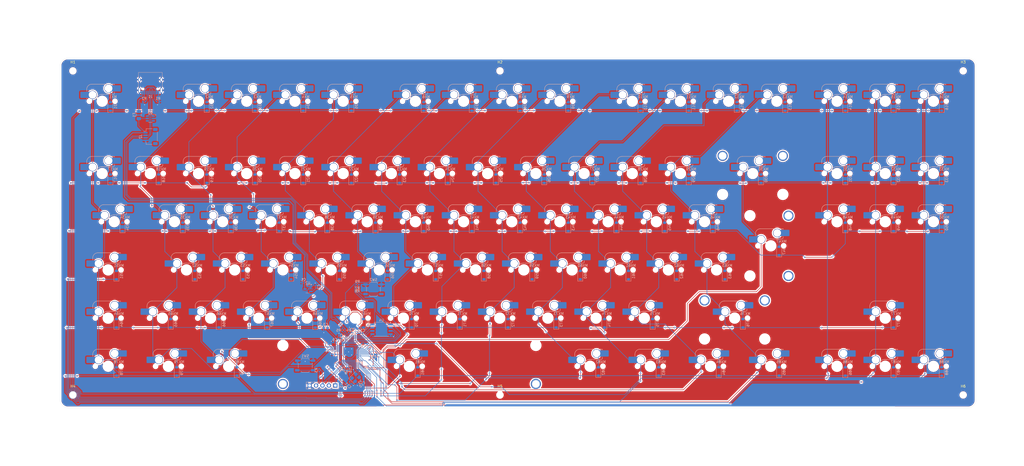
<source format=kicad_pcb>
(kicad_pcb (version 20241229) (generator "pcbnew") (generator_version "9.0")
  (layers (0 "F.Cu" signal) (2 "B.Cu" signal) (13 "F.Paste" user) (15 "B.Paste" user) (5 "F.SilkS" user "F.Silkscreen") (7 "B.SilkS" user "B.Silkscreen") (1 "F.Mask" user) (3 "B.Mask" user) (25 "Edge.Cuts" user))
  (net 0 "")
  (net 1 "GND")
  (net 2 "+5V")
  (net 3 "+3V3")
  (net 4 "+1V1")
  (net 5 "XIN")
  (net 6 "Net-(C11-Pad2)")
  (net 7 "Net-(D1-K)")
  (net 8 "Net-(D1-A)")
  (net 9 "Net-(D2-A)")
  (net 10 "Net-(D17-K)")
  (net 11 "Net-(D3-A)")
  (net 12 "Net-(D34-K)")
  (net 13 "Net-(D51-K)")
  (net 14 "Net-(D4-A)")
  (net 15 "Net-(D5-A)")
  (net 16 "Net-(D64-K)")
  (net 17 "Net-(D6-A)")
  (net 18 "Net-(D78-K)")
  (net 19 "Net-(U1-GPIO29_ADC3)")
  (net 20 "Net-(D7-A)")
  (net 21 "Net-(U1-GPIO28_ADC2)")
  (net 22 "Net-(D8-A)")
  (net 23 "Net-(D9-A)")
  (net 24 "Net-(U1-GPIO27_ADC1)")
  (net 25 "Net-(U1-GPIO26_ADC0)")
  (net 26 "Net-(D10-A)")
  (net 27 "Net-(U1-GPIO25)")
  (net 28 "Net-(D11-A)")
  (net 29 "Net-(U1-GPIO24)")
  (net 30 "Net-(D12-A)")
  (net 31 "Net-(D13-A)")
  (net 32 "Net-(D14-A)")
  (net 33 "Net-(D15-A)")
  (net 34 "Net-(D16-A)")
  (net 35 "Net-(D17-A)")
  (net 36 "Net-(D18-A)")
  (net 37 "Net-(D19-A)")
  (net 38 "Net-(D20-A)")
  (net 39 "Net-(D21-A)")
  (net 40 "Net-(D22-A)")
  (net 41 "Net-(D23-A)")
  (net 42 "Net-(D24-A)")
  (net 43 "Net-(D25-A)")
  (net 44 "Net-(D26-A)")
  (net 45 "Net-(D27-A)")
  (net 46 "Net-(D28-A)")
  (net 47 "Net-(D29-A)")
  (net 48 "Net-(D30-A)")
  (net 49 "Net-(D31-A)")
  (net 50 "Net-(D32-A)")
  (net 51 "Net-(D33-A)")
  (net 52 "Net-(D34-A)")
  (net 53 "Net-(D35-A)")
  (net 54 "Net-(D36-A)")
  (net 55 "Net-(D37-A)")
  (net 56 "Net-(D38-A)")
  (net 57 "Net-(D39-A)")
  (net 58 "Net-(D40-A)")
  (net 59 "Net-(D41-A)")
  (net 60 "Net-(D42-A)")
  (net 61 "Net-(D43-A)")
  (net 62 "Net-(D44-A)")
  (net 63 "Net-(D45-A)")
  (net 64 "Net-(D46-A)")
  (net 65 "Net-(D47-A)")
  (net 66 "Net-(D48-A)")
  (net 67 "Net-(D49-A)")
  (net 68 "Net-(D50-A)")
  (net 69 "Net-(D51-A)")
  (net 70 "Net-(D52-A)")
  (net 71 "Net-(D53-A)")
  (net 72 "Net-(D54-A)")
  (net 73 "Net-(D55-A)")
  (net 74 "Net-(D56-A)")
  (net 75 "Net-(D57-A)")
  (net 76 "Net-(D58-A)")
  (net 77 "Net-(D59-A)")
  (net 78 "Net-(D60-A)")
  (net 79 "Net-(D61-A)")
  (net 80 "Net-(D62-A)")
  (net 81 "Net-(D63-A)")
  (net 82 "Net-(D64-A)")
  (net 83 "Net-(D65-A)")
  (net 84 "Net-(D66-A)")
  (net 85 "Net-(D67-A)")
  (net 86 "Net-(D68-A)")
  (net 87 "Net-(D69-A)")
  (net 88 "Net-(D70-A)")
  (net 89 "Net-(D71-A)")
  (net 90 "Net-(D72-A)")
  (net 91 "Net-(D73-A)")
  (net 92 "Net-(D74-A)")
  (net 93 "Net-(D75-A)")
  (net 94 "Net-(D76-A)")
  (net 95 "Net-(D77-A)")
  (net 96 "Net-(D78-A)")
  (net 97 "Net-(D79-A)")
  (net 98 "Net-(D80-A)")
  (net 99 "Net-(D81-A)")
  (net 100 "Net-(D82-A)")
  (net 101 "Net-(D83-A)")
  (net 102 "Net-(D84-A)")
  (net 103 "Net-(D85-A)")
  (net 104 "Net-(D86-A)")
  (net 105 "Net-(D87-A)")
  (net 106 "Net-(D88-A)")
  (net 107 "VBUS")
  (net 108 "D-")
  (net 109 "Net-(J1-CC2)")
  (net 111 "D+")
  (net 112 "Net-(J1-CC1)")
  (net 114 "RESET")
  (net 115 "SWD")
  (net 116 "SWC")
  (net 117 "Net-(U1-USB_DP)")
  (net 118 "Net-(U1-USB_DM)")
  (net 119 "XOUT")
  (net 120 "Net-(R7-Pad1)")
  (net 121 "Q_SEL")
  (net 122 "Net-(R8-Pad2)")
  (net 124 "Q_I00")
  (net 126 "Q_I03")
  (net 130 "14")
  (net 132 "13")
  (net 133 "Q_I02")
  (net 134 "12")
  (net 135 "11")
  (net 136 "09")
  (net 137 "08")
  (net 139 "07")
  (net 140 "05")
  (net 141 "04")
  (net 142 "03")
  (net 143 "06")
  (net 144 "Q_I01")
  (net 145 "Q_CLK")
  (footprint "PCM_marbastlib-mx:STAB_MX_P_2u" (layer "F.Cu") (at 280.895 55.105)
    (property "Reference" "S3" (hide yes))
    (property "Value" "MX_stab")
  )
  (footprint "PCM_marbastlib-mx:STAB_MX_P_2.75u" (layer "F.Cu") (at 273.7513 112.255)
    (property "Reference" "S2" (hide yes))
    (property "Value" "MX_stab")
  )
  (footprint "PCM_marbastlib-mx:STAB_MX_P_6.25u" (layer "F.Cu") (at 145.1638 131.305 180)
    (property "Reference" "S1" (hide yes))
    (property "Value" "MX_stab")
  )
  (footprint "MountingHole:MountingHole_2.5mm" (layer "F.Cu") (at 12.14375 14.525)
    (property "Reference" "H1")
    (property "Value" "MountingHole")
  )
  (footprint "MountingHole:MountingHole_2.5mm" (layer "F.Cu") (at 12.14375 142.6375)
    (property "Reference" "H4")
    (property "Value" "MountingHole")
  )
  (footprint "MountingHole:MountingHole_2.5mm" (layer "F.Cu") (at 180.975 142.6375)
    (property "Reference" "H5")
    (property "Value" "MountingHole")
  )
  (footprint "MountingHole:MountingHole_2.5mm" (layer "F.Cu") (at 364.09375 14.525)
    (property "Reference" "H3")
    (property "Value" "MountingHole")
  )
  (footprint "PCM_marbastlib-mx:STAB_MX_P_ISO-ROT" (layer "F.Cu") (at 288.0388 83.68)
    (property "Reference" "S4" (hide yes))
    (property "Value" "MX_stab")
  )
  (footprint "MountingHole:MountingHole_2.5mm" (layer "F.Cu") (at 364.09375 142.6375)
    (property "Reference" "H6")
    (property "Value" "MountingHole")
  )
  (footprint "MountingHole:MountingHole_2.5mm" (layer "F.Cu") (at 180.975 14.525)
    (property "Reference" "H2")
    (property "Value" "MountingHole")
  )
  (footprint "PCM_marbastlib-mx:SW_MX_HS_CPG151101S11_1u" (layer "B.Cu") (at 180.8825 112.255 180)
    (property "Reference" "MX72")
    (property "Value" "MX_SW_HS")
  )
  (footprint "PCM_marbastlib-mx:SW_MX_HS_CPG151101S11_1u" (layer "B.Cu") (at 76.1075 93.205 180)
    (property "Reference" "MX53")
    (property "Value" "MX_SW_HS")
  )
  (footprint "Diode_SMD:D_SOD-123" (layer "B.Cu") (at 122.2375 28.575 90)
    (property "Reference" "D5")
    (property "Value" "D_Small")
  )
  (footprint "Diode_SMD:D_SOD-123" (layer "B.Cu") (at 193.675 95.25 90)
    (property "Reference" "D59")
    (property "Value" "D_Small")
  )
  (footprint "Diode_SMD:D_SOD-123" (layer "B.Cu") (at 29.3625 95.25 90)
    (property "Reference" "D51")
    (property "Value" "D_Small")
  )
  (footprint "Capacitor_SMD:C_0402_1005Metric" (layer "B.Cu") (at 130.914646 126.601094)
    (property "Reference" "C9")
    (property "Value" "100n")
  )
  (footprint "Diode_SMD:D_SOD-123" (layer "B.Cu") (at 65.0875 28.575 90)
    (property "Reference" "D2")
    (property "Value" "D_Small")
  )
  (footprint "PCM_marbastlib-mx:SW_MX_HS_CPG151101S11_1u" (layer "B.Cu") (at 114.2075 93.205 180)
    (property "Reference" "MX55")
    (property "Value" "MX_SW_HS")
  )
  (footprint "PCM_marbastlib-mx:SW_MX_HS_CPG151101S11_1.25u" (layer "B.Cu") (at 26.1013 112.255 180)
    (property "Reference" "MX64")
    (property "Value" "MX_SW_HS")
  )
  (footprint "Diode_SMD:D_SOD-123" (layer "B.Cu") (at 219.8688 133.35 90)
    (property "Reference" "D82")
    (property "Value" "D_Small")
  )
  (footprint "Diode_SMD:D_SOD-123" (layer "B.Cu") (at 212.725 95.25 90)
    (property "Reference" "D60")
    (property "Value" "D_Small")
  )
  (footprint "Diode_SMD:D_SOD-123" (layer "B.Cu") (at 50.8 114.3 90)
    (property "Reference" "D65")
    (property "Value" "D_Small")
  )
  (footprint "Diode_SMD:D_SOD-123" (layer "B.Cu") (at 203.2 114.3 90)
    (property "Reference" "D73")
    (property "Value" "D_Small")
  )
  (footprint "Capacitor_SMD:C_0402_1005Metric" (layer "B.Cu") (at 117.18975 119.83865 90)
    (property "Reference" "C15")
    (property "Value" "100n")
  )
  (footprint "Resistor_SMD:R_0402_1005Metric" (layer "B.Cu") (at 40.3245 26.6334 180)
    (property "Reference" "R2")
    (property "Value" "5,1k")
  )
  (footprint "Diode_SMD:D_SOD-123" (layer "B.Cu") (at 136.525 95.25 90)
    (property "Reference" "D56")
    (property "Value" "D_Small")
  )
  (footprint "Diode_SMD:D_SOD-123" (layer "B.Cu") (at 117.475 95.25 90)
    (property "Reference" "D55")
    (property "Value" "D_Small")
  )
  (footprint "Resistor_SMD:R_0402_1005Metric" (layer "B.Cu") (at 121.876876 133.894394 45)
    (property "Reference" "R6")
    (property "Value" "1k")
  )
  (footprint "Capacitor_SMD:C_0402_1005Metric" (layer "B.Cu") (at 103.269739 98.185175 180)
    (property "Reference" "C1")
    (property "Value" "1u")
  )
  (footprint "Diode_SMD:D_SOD-123" (layer "B.Cu") (at 141.2875 57.15 90)
    (property "Reference" "D23")
    (property "Value" "D_Small")
  )
  (footprint "PCM_marbastlib-mx:SW_MX_HS_CPG151101S11_1u" (layer "B.Cu") (at 95.1575 93.205 180)
    (property "Reference" "MX54")
    (property "Value" "MX_SW_HS")
  )
  (footprint "Diode_SMD:D_SOD-123" (layer "B.Cu") (at 246.0625 76.2 90)
    (property "Reference" "D45")
    (property "Value" "D_Small")
  )
  (footprint "PCM_marbastlib-mx:SW_MX_HS_CPG151101S11_1u" (layer "B.Cu") (at 238.0325 112.255 180)
    (property "Reference" "MX75")
    (property "Value" "MX_SW_HS")
  )
  (footprint "Button_Switch_SMD:SW_SPST_TL3342" (layer "B.Cu") (at 103.98125 130.96875 180)
    (property "Reference" "SW1")
    (property "Value" "SW_Push")
  )
  (footprint "PCM_marbastlib-mx:SW_MX_HS_CPG151101S11_1u" (layer "B.Cu") (at 133.2575 93.205 180)
    (property "Reference" "MX56")
    (property "Value" "MX_SW_HS")
  )
  (footprint "Diode_SMD:D_SOD-123" (layer "B.Cu") (at 336.55 57.15 90)
    (property "Reference" "D32")
    (property "Value" "D_Small")
  )
  (footprint "Diode_SMD:D_SOD-123" (layer "B.Cu") (at 317.5 28.575 90)
    (property "Reference" "D14")
    (property "Value" "D_Small")
  )
  (footprint "Diode_SMD:D_SOD-123" (layer "B.Cu") (at 169.8625 28.575 90)
    (property "Reference" "D7")
    (property "Value" "D_Small")
  )
  (footprint "PCM_marbastlib-mx:SW_MX_HS_CPG151101S11_1u" (layer "B.Cu") (at 47.5325 112.255 180)
    (property "Reference" "MX65")
    (property "Value" "MX_SW_HS")
  )
  (footprint "PCM_marbastlib-mx:SW_MX_HS_CPG151101S11_1u" (layer "B.Cu") (at 199.9325 112.255 180)
    (property "Reference" "MX73")
    (property "Value" "MX_SW_HS")
  )
  (footprint "Diode_SMD:D_SOD-123" (layer "B.Cu") (at 169.8625 76.2 90)
    (property "Reference" "D41")
    (property "Value" "D_Small")
  )
  (footprint "Diode_SMD:D_SOD-123" (layer "B.Cu") (at 236.5375 28.575 90)
    (property "Reference" "D10")
    (property "Value" "D_Small")
  )
  (footprint "PCM_marbastlib-mx:SW_MX_HS_CPG151101S11_1u" (layer "B.Cu") (at 223.745 74.155 180)
    (property "Reference" "MX44")
    (property "Value" "MX_SW_HS")
  )
  (footprint "PCM_marbastlib-mx:SW_MX_HS_CPG151101S11_1u" (layer "B.Cu") (at 333.2825 55.105 180)
    (property "Reference" "MX32")
    (property "Value" "MX_SW_HS")
  )
  (footprint "PCM_marbastlib-mx:SW_MX_HS_CPG151101S11_1u" (layer "B.Cu") (at 185.645 26.53 180)
    (property "Reference" "MX8")
    (property "Value" "MX_SW_HS")
  )
  (footprint "Resistor_SMD:R_0402_1005Metric" (layer "B.Cu") (at 124.642301 101.590967 180)
    (property "Reference" "R7")
    (property "Value" "1k")
  )
  (footprint "Diode_SMD:D_SOD-123" (layer "B.Cu") (at 336.55 28.575 90)
    (property "Reference" "D15")
    (property "Value" "D_Small")
  )
  (footprint "PCM_marbastlib-mx:SW_MX_HS_CPG151101S11_1u" (layer "B.Cu") (at 333.2825 26.53 180)
    (property "Reference" "MX15")
    (property "Value" "MX_SW_HS")
  )
  (footprint "Capacitor_SMD:C_0402_1005Metric" (layer "B.Cu") (at 120.308077 132.399244 -90)
    (property "Reference" "C5")
    (property "Value" "100n")
  )
  (footprint "PCM_marbastlib-mx:SW_MX_HS_CPG151101S11_1u" (layer "B.Cu") (at 23.72 55.105 180)
    (property "Reference" "MX17")
    (property "Value" "MX_SW_HS")
  )
  (footprint "Diode_SMD:D_SOD-123" (layer "B.Cu") (at 355.6 57.15 90)
    (property "Reference" "D33")
    (property "Value" "D_Small")
  )
  (footprint "Diode_SMD:D_SOD-123" (layer "B.Cu") (at 122.2375 57.15 90)
    (property "Reference" "D22")
    (property "Value" "D_Small")
  )
  (footprint "Diode_SMD:D_SOD-123" (layer "B.Cu") (at 198.4375 57.15 90)
    (property "Reference" "D26")
    (property "Value" "D_Small")
  )
  (footprint "PCM_marbastlib-mx:SW_MX_HS_CPG151101S11_1.25u" (layer "B.Cu") (at 240.4138 131.305 180)
    (property "Reference" "MX83")
    (property "Value" "MX_SW_HS")
  )
  (footprint "Diode_SMD:D_SOD-123" (layer "B.Cu") (at 336.55 114.3 90)
    (property "Reference" "D77")
    (property "Value" "D_Small")
  )
  (footprint "Resistor_SMD:R_0402_1005Metric" (layer "B.Cu") (at 124.667656 98.978881 180)
    (property "Reference" "R9")
    (property "Value" "5,1k")
  )
  (footprint "Package_TO_SOT_SMD:SOT-23-3" (layer "B.Cu") (at 105.043629 100.752154 180)
    (property "Reference" "U2")
    (property "Value" "XC6206PxxxMR")
  )
  (footprint "PCM_marbastlib-mx:SW_MX_HS_CPG151101S11_1u" (layer "B.Cu") (at 85.6325 112.255 180)
    (property "Reference" "MX67")
    (property "Value" "MX_SW_HS")
  )
  (footprint "PCM_marbastlib-mx:SW_MX_HS_CPG151101S11_1u" (layer "B.Cu") (at 333.2825 131.305 180)
    (property "Reference" "MX87")
    (property "Value" "MX_SW_HS")
  )
  (footprint "PCM_marbastlib-mx:SW_MX_HS_CPG151101S11_1.25u" (layer "B.Cu") (at 216.6013 131.305 180)
    (property "Reference" "MX82")
    (property "Value" "MX_SW_HS")
  )
  (footprint "Diode_SMD:D_SOD-123" (layer "B.Cu") (at 165.1 114.3 90)
    (property "Reference" "D71")
    (property "Value" "D_Small")
  )
  (footprint "Diode_SMD:D_SOD-123" (layer "B.Cu") (at 46.0375 57.15 90)
    (property "Reference" "D18")
    (property "Value" "D_Small")
  )
  (footprint "PCM_marbastlib-mx:SW_MX_HS_CPG151101S11_1u" (layer "B.Cu") (at 195.17 55.105 180)
    (property "Reference" "MX26")
    (property "Value" "MX_SW_HS")
  )
  (footprint "PCM_marbastlib-mx:SW_MX_HS_CPG151101S11_1u" (layer "B.Cu") (at 90.395 74.155 180)
    (property "Reference" "MX37")
    (property "Value" "MX_SW_HS")
  )
  (footprint "PCM_marbastlib-mx:SW_MX_HS_CPG151101S11_1.25u" (layer "B.Cu") (at 264.2263 131.305 180)
    (property "Reference" "MX84")
    (property "Value" "MX_SW_HS")
  )
  (footprint "Diode_SMD:D_SOD-123" (layer "B.Cu") (at 188.9125 28.575 90)
    (property "Reference" "D8")
    (property "Value" "D_Small")
  )
  (footprint "PCM_marbastlib-mx:SW_MX_HS_CPG151101S11_1u" (layer "B.Cu") (at 214.22 55.105 180)
    (property "Reference" "MX27")
    (property "Value" "MX_SW_HS")
  )
  (footprint "Diode_SMD:D_SOD-123" (layer "B.Cu") (at 60.325 95.25 90)
    (property "Reference" "D52")
    (property "Value" "D_Small")
  )
  (footprint "Diode_SMD:D_SOD-123" (layer "B.Cu") (at 174.625 95.25 90)
    (property "Reference" "D58")
    (property "Value" "D_Small")
  )
  (footprint "Diode_SMD:D_SOD-123" (layer "B.Cu") (at 317.5 133.35 90)
    (property "Reference" "D86")
    (property "Value" "D_Small")
  )
  (footprint "Capacitor_SMD:C_0402_1005Metric" (layer "B.Cu") (at 122.2375 117.4593 90)
    (property "Reference" "C13")
    (property "Value" "100n")
  )
  (footprint "PCM_marbastlib-mx:SW_MX_HS_CPG151101S11_1u" (layer "B.Cu") (at 61.82 55.105 180)
    (property "Reference" "MX19")
    (property "Value" "MX_SW_HS")
  )
  (footprint "PCM_marbastlib-mx:SW_MX_HS_CPG151101S11_1u" (layer "B.Cu") (at 118.97 55.105 180)
    (property "Reference" "MX22")
    (property "Value" "MX_SW_HS")
  )
  (footprint "Resistor_SMD:R_0402_1005Metric" (layer "B.Cu") (at 119.646646 117.005794 -90)
    (property "Reference" "R4")
    (property "Value" "27")
  )
  (footprint "PCM_marbastlib-mx:SW_MX_HS_CPG151101S11_1u" (layer "B.Cu") (at 266.6075 93.205 180)
    (property "Reference" "MX63")
    (property "Value" "MX_SW_HS")
  )
  (footprint "Button_Switch_SMD:SW_SPST_TL3342" (layer "B.Cu") (at 130.96875 100.830535 180)
    (property "Reference" "SW2")
    (property "Value" "SW_Push")
  )
  (footprint "PCM_marbastlib-mx:SW_MX_HS_CPG151101S11_1u" (layer "B.Cu") (at 152.3075 93.205 180)
    (property "Reference" "MX57")
    (property "Value" "MX_SW_HS")
  )
  (footprint "Diode_SMD:D_SOD-123" (layer "B.Cu") (at 29.3688 114.3 90)
    (property "Reference" "D64")
    (property "Value" "D_Small")
  )
  (footprint "Resistor_SMD:R_0402_1005Metric" (layer "B.Cu") (at 124.631261 100.36042)
    (property "Reference" "R8")
    (property "Value" "5,1k")
  )
  (footprint "Diode_SMD:D_SOD-123" (layer "B.Cu") (at 160.3375 57.15 90)
    (property "Reference" "D24")
    (property "Value" "D_Small")
  )
  (footprint "PCM_marbastlib-mx:SW_MX_HS_CPG151101S11_1u" (layer "B.Cu") (at 161.8325 112.255 180)
    (property "Reference" "MX71")
    (property "Value" "MX_SW_HS")
  )
  (footprint "PCM_marbastlib-mx:SW_MX_HS_CPG151101S11_1u" (layer "B.Cu") (at 157.07 55.105 180)
    (property "Reference" "MX24")
    (property "Value" "MX_SW_HS")
  )
  (footprint "PCM_marbastlib-mx:SW_MX_HS_CPG151101S11_1u" (layer "B.Cu") (at 80.87 55.105 180)
    (property "Reference" "MX20")
    (property "Value" "MX_SW_HS")
  )
  (footprint "PCM_marbastlib-mx:SW_MX_HS_CPG151101S11_1u" (layer "B.Cu") (at 99.92 26.53 180)
    (property "Reference" "MX4")
    (property "Value" "MX_SW_HS")
  )
  (footprint "PCM_marbastlib-mx:SW_MX_HS_CPG151101S11_1u" (layer "B.Cu") (at 61.82 26.53 180)
    (property "Reference" "MX2")
    (property "Value" "MX_SW_HS")
  )
  (footprint "PCM_marbastlib-mx:SW_MX_HS_CPG151101S11_1u" (layer "B.Cu") (at 42.77 55.105 180)
    (property "Reference" "MX18")
    (property "Value" "MX_SW_HS")
  )
  (footprint "PCM_marbastlib-mx:SW_MX_HS_CPG151101S11_1u" (layer "B.Cu") (at 228.5075 93.205 180)
    (property "Reference" "MX61")
    (property "Value" "MX_SW_HS")
  )
  (footprint "Diode_SMD:D_SOD-123" (layer "B.Cu") (at 150.8125 28.575 90)
    (property "Reference" "D6")
    (property "Value" "D_Small")
  )
  (footprint "PCM_marbastlib-mx:SW_MX_HS_CPG151101S11_1u" (layer "B.Cu") (at 80.87 26.53 180)
    (property "Reference" "MX3")
    (property "Value" "MX_SW_HS")
  )
  (footprint "Diode_SMD:D_SOD-123" (layer "B.Cu") (at 291.3063 133.35 90)
    (property "Reference" "D85")
    (property "Value" "D_Small")
  )
  (footprint "Diode_SMD:D_SOD-123" (layer "B.Cu") (at 336.55 76.2 90)
    (property "Reference" "D49")
    (property "Value" "D_Small")
  )
  (footprint "Capacitor_SMD:C_0402_1005Metric" (layer "B.Cu") (at 126.906746 122.179694)
    (property "Reference" "C8")
    (property "Value" "100n")
  )
  (footprint "PCM_marbastlib-mx:SW_MX_HS_CPG151101S11_1u" (layer "B.Cu") (at 109.445 74.155 180)
    (property "Reference" "MX38")
    (property "Value" "MX_SW_HS")
  )
  (footprint "PCM_marbastlib-mx:SW_MX_HS_CPG151101S11_1u" (layer "B.Cu") (at 352.3325 131.305 180)
    (property "Reference" "MX88")
    (property "Value" "MX_SW_HS")
  )
  (footprint "Diode_SMD:D_SOD-123" (layer "B.Cu") (at 146.05 114.3 90)
    (property "Reference" "D70")
    (property "Value" "D_Small")
  )
  (footprint "Diode_SMD:D_SOD-123" (layer "B.Cu") (at 53.1813 133.35 90)
    (property "Reference" "D79")
    (property "Value" "D_Small")
  )
  (footprint "PCM_marbastlib-mx:SW_MX_HS_CPG151101S11_1u" (layer "B.Cu") (at 147.545 74.155 180)
    (property "Reference" "MX40")
    (property "Value" "MX_SW_HS")
  )
  (footprint "Diode_SMD:D_SOD-123" (layer "B.Cu") (at 131.7625 76.2 90)
    (property "Reference" "D39")
    (property "Value" "D_Small")
  )
  (footprint "PCM_marbastlib-mx:SW_MX_HS_CPG151101S11_1u" (layer "B.Cu") (at 166.595 74.155 180)
    (property "Reference" "MX41")
    (property "Value" "MX_SW_HS")
  )
  (footprint "Diode_SMD:D_SOD-123" (layer "B.Cu") (at 355.6 133.35 90)
    (property "Reference" "D88")
    (property "Value" "D_Small")
  )
  (footprint "Capacitor_SMD:C_0402_1005Metric" (layer "B.Cu") (at 115.456746 126.573694 180)
    (property "Reference" "C7")
    (property "Value" "100n")
  )
  (footprint "PCM_marbastlib-mx:SW_MX_HS_CPG151101S11_1u" (layer "B.Cu") (at 142.7825 112.255 180)
    (property "Reference" "MX70")
    (property "Value" "MX_SW_HS")
  )
  (footprint "Capacitor_SMD:C_0402_1005Metric" (layer "B.Cu") (at 118.26875 119.85625 90)
    (property "Reference" "C4")
    (property "Value" "1u")
  )
  (footprint "PCM_marbastlib-mx:SW_MX_HS_CPG151101S11_1u" (layer "B.Cu") (at 290.42 26.53 180)
    (property "Reference" "MX13")
    (property "Value" "MX_SW_HS")
  )
  (footprint "Diode_SMD:D_SOD-123" (layer "B.Cu") (at 317.5 76.2 90)
    (property "Reference" "D48")
    (property "Value" "D_Small")
  )
  (footprint "Capacitor_SMD:C_0402_1005Metric" (layer "B.Cu") (at 108.312229 99.901154 90)
    (property "Reference" "C2")
    (property "Value" "1u")
  )
  (footprint "PCM_marbastlib-mx:SW_MX_HS_CPG151101S11_1u" (layer "B.Cu") (at 185.645 74.155 180)
    (property "Reference" "MX42")
    (property "Value" "MX_SW_HS")
  )
  (footprint "PCM_marbastlib-mx:SW_MX_HS_CPG151101S11_1u" (layer "B.Cu") (at 176.12 55.105 180)
    (property "Reference" "MX25")
    (property "Value" "MX_SW_HS")
  )
  (footprint "PCM_marbastlib-mx:SW_MX_HS_CPG151101S11_1.5u" (layer "B.Cu") (at 28.4825 74.155 180)
    (property "Reference" "MX34")
    (property "Value" "MX_SW_HS")
  )
  (footprint "Diode_SMD:D_SOD-123" (layer "B.Cu") (at 148.4313 133.35 90)
    (property "Reference" "D81")
    (property "Value" "D_Small")
  )
  (footprint "PCM_marbastlib-mx:SW_MX_HS_CPG151101S11_1u" (layer "B.Cu") (at 138.02 55.105 180)
    (property "Reference" "MX23")
    (property "Value" "MX_SW_HS")
  )
  (footprint "Diode_SMD:D_SOD-123" (layer "B.Cu") (at 277.0188 114.3 90)
    (property "Reference" "D76")
    (property "Value" "D_Small")
  )
  (footprint "Diode_SMD:D_SOD-123" (layer "B.Cu") (at 74.6125 76.2 90)
    (property "Reference" "D36")
    (property "Value" "D_Small")
  )
  (footprint "Connector_USB:USB_C_Receptacle_HRO_TYPE-C-31-M-12" (layer "B.Cu") (at 42.77 19.05)
    (property "Reference" "J1")
    (property "Value" "USB_C_Receptacle_USB2.0_16P")
  )
  (footprint "Resistor_SMD:R_0402_1005Metric" (layer "B.Cu") (at 45.7622 26.6421)
    (property "Reference" "R1")
    (property "Value" "5,1k")
  )
  (footprint "PCM_marbastlib-mx:SW_MX_HS_CPG151101S11_1u" (layer "B.Cu") (at 57.0575 93.205 180)
    (property "Reference" "MX52")
    (property "Value" "MX_SW_HS")
  )
  (footprint "Diode_SMD:D_SOD-123" (layer "B.Cu") (at 76.9938 133.35 90)
    (property "Reference" "D80")
    (property "Value" "D_Small")
  )
  (footprint "Diode_SMD:D_SOD-123" (layer "B.Cu") (at 265.1125 76.2 90)
    (property "Reference" "D46")
    (property "Value" "D_Small")
  )
  (footprint "Capacitor_SMD:C_0402_1005Metric" (layer "B.Cu") (at 121.817376 137.816994 135)
    (property "Reference" "C11")
    (property "Value" "22p")
  )
  (footprint "Capacitor_SMD:C_0402_1005Metric" (layer "B.Cu") (at 126.20625 118.26875 180)
    (property "Reference" "C12")
    (property "Value" "1u")
  )
  (footprint "Diode_SMD:D_SOD-123" (layer "B.Cu") (at 103.1875 28.575 90)
    (property "Reference" "D4")
    (property "Value" "D_Small")
  )
  (footprint "PCM_marbastlib-mx:SW_MX_HS_CPG151101S11_1u" (layer "B.Cu") (at 218.9825 112.255 180)
    (property "Reference" "MX74")
    (property "Value" "MX_SW_HS")
  )
  (footprint "Diode_SMD:D_SOD-123" (layer "B.Cu") (at 243.6813 133.35 90)
    (property "Reference" "D83")
    (property "Value" "D_Small")
  )
  (footprint "Diode_SMD:D_SOD-123" (layer "B.Cu") (at 112.7125 76.2 90)
    (property "Reference" "D38")
    (property "Value" "D_Small")
  )
  (footprint "Crystal:Crystal_SMD_3225-4Pin_3.2x2.5mm" (layer "B.Cu") (at 123.869876 135.838994 45)
    (property "Reference" "Y1")
    (property "Value" "Crystal_GND24")
  )
  (footprint "Diode_SMD:D_SOD-123" (layer "B.Cu") (at 355.6 28.575 90)
    (property "Reference" "D16")
    (property "Value" "D_Small")
  )
  (footprint "Capacitor_SMD:C_0402_1005Metric" (layer "B.Cu") (at 121.26267 132.410409 -90)
    (property "Reference" "C16")
    (property "Value" "100n")
  )
  (footprint "Diode_SMD:D_SOD-123" (layer "B.Cu") (at 84.1375 28.575 90)
    (property "Reference" "D3")
    (property "Value" "D_Small")
  )
  (footprint "PCM_marbastlib-mx:SW_MX_HS_CPG151101S11_1u" (layer "B.Cu") (at 52.295 74.155 180)
    (property "Reference" "MX35")
    (property "Value" "MX_SW_HS")
  )
  (footprint "Connector_JST:JST_SH_SM04B-SRSS-TB_1x04-1MP_P1.00mm_Horizontal" (layer "B.Cu") (at 42.8625 40.48125 -90)
    (property "Reference" "J2")
    (property "Value" "Conn_01x04")
  )
  (footprint "Diode_SMD:D_SOD-123" (layer "B.Cu") (at 103.1875 57.15 90)
    (property "Reference" "D21")
    (property "Value" "D_Small")
  )
  (footprint "Diode_SMD:D_SOD-123" (layer "B.Cu") (at 93.6625 76.2 90)
    (property "Reference" "D37")
    (property "Value" "D_Small")
  )
  (footprint "Capacitor_SMD:C_0402_1005Metric" (layer "B.Cu") (at 121.2117 117.475 90)
    (property "Reference" "C14")
    (property "Value" "100n")
  )
  (footprint "PCM_marbastlib-mx:SW_MX_HS_CPG151101S11_1u" (layer "B.Cu") (at 99.92 55.105 180)
    (property "Reference" "MX21")
    (property "Value" "MX_SW_HS")
  )
  (footprint "Diode_SMD:D_SOD-123" (layer "B.Cu") (at 231.775 95.25 90)
    (property "Reference" "D61")
    (property "Value" "D_Small")
  )
  (footprint "PCM_marbastlib-mx:SW_MX_HS_CPG151101S11_1u" (layer "B.Cu") (at 352.3325 55.105 180)
    (property "Reference" "MX33")
    (property "Value" "MX_SW_HS")
  )
  (footprint "PCM_marbastlib-mx:SW_MX_HS_CPG151101S11_1.25u" (layer "B.Cu") (at 26.1013 131.305 180)
    (property "Reference" "MX78")
    (property "Value" "MX_SW_HS")
  )
  (footprint "PCM_marbastlib-mx:SW_MX_HS_CPG151101S11_1u" (layer "B.Cu") (at 247.5575 93.205 180)
    (property "Reference" "MX62")
    (property "Value" "MX_SW_HS")
  )
  (footprint "PCM_marbastlib-mx:SW_MX_HS_CPG151101S11_1u" (layer "B.Cu") (at 288.0388 83.68 180)
    (property "Reference" "MX47")
    (property "Value" "MX_SW_HS")
  )
  (footprint "PCM_marbastlib-mx:SW_MX_HS_CPG151101S11_1u" (layer "B.Cu") (at 242.795 74.155 180)
    (property "Reference" "MX45")
    (property "Value" "MX_SW_HS")
  )
  (footprint "Resistor_SMD:R_0402_1005Metric" (layer "B.Cu") (at 109.528428 132.801876 -90)
    (property "Reference" "R3")
    (property "Value" "5,1k")
  )
  (footprint "Diode_SMD:D_SOD-123" (layer "B.Cu") (at 31.75 76.2 90)
    (property "Reference" "D34")
    (property "Value" "D_Small")
  )
  (footprint "PCM_marbastlib-mx:SW_MX_HS_CPG151101S11_1.75u_STP_1.25" (layer "B.Cu") (at 26.095 93.205 180)
    (property "Reference" "MX51")
    (property "Value" "MX_SW_HS")
  )
  (footprint "Diode_SMD:D_SOD-123" (layer "B.Cu") (at 29.3688 133.35 90)
    (property "Reference" "D78")
    (property "Value" "D_Small")
  )
  (footprint "Diode_SMD:D_SOD-123" (layer "B.Cu") (at 293.6875 28.575 90)
    (property "Reference" "D13")
    (property "Value" "D_Small")
  )
  (footprint "PCM_marbastlib-mx:SW_MX_HS_CPG151101S11_1u" (layer "B.Cu") (at 352.3325 74.155 180)
    (property "Reference" "MX50")
    (property "Value" "MX_SW_HS")
  )
  (footprint "Package_DFN_QFN:QFN-56-1EP_7x7mm_P0.4mm_EP3.2x3.2mm" (layer "B.Cu") (at 121.134646 125.606794 180)
    (property "Reference" "U1")
    (property "Value" "RP2040")
  )
  (footprint "Diode_SMD:D_SOD-123" (layer "B.Cu") (at 79.375 95.25 90)
    (property "Reference" "D53")
    (property "Value" "D_Small")
  )
  (footprint "Diode_SMD:D_SOD-123" (layer "B.Cu") (at 227.0125 76.2 90)
    (property "Reference" "D44")
    (property "Value" "D_Small")
  )
  (footprint "PCM_marbastlib-mx:SW_MX_HS_CPG151101S11_1u" (layer "B.Cu") (at 104.6825 112.255 180)
    (property "Reference" "MX68")
    (property "Value" "MX_SW_HS")
  )
  (footprint "PCM_marbastlib-mx:SW_MX_HS_CPG151101S11_1u" (layer "B.Cu") (at 261.845 74.155 180)
    (property "Reference" "MX46")
    (property "Value" "MX_SW_HS")
  )
  (footprint "PCM_marbastlib-mx:SW_MX_HS_CPG151101S11_1u" (layer "B.Cu") (at 166.595 26.53 180)
    (property "Reference" "MX7")
    (property "Value" "MX_SW_HS")
  )
  (footprint "Diode_SMD:D_SOD-123" (layer "B.Cu") (at 127 114.3 90)
    (property "Reference" "D69")
    (property "Value" "D_Small")
  )
  (footprint "Diode_SMD:D_SOD-123" (layer "B.Cu") (at 336.55 133.35 90)
    (property "Reference" "D87")
    (property "Value" "D_Small")
  )
  (footprint "PCM_marbastlib-mx:SW_MX_HS_CPG151101S11_1u" (layer "B.Cu") (at 333.2825 74.155 180)
    (property "Reference" "MX49")
    (property "Value" "MX_SW_HS")
  )
  (footprint "PCM_marbastlib-mx:SW_MX_HS_CPG151101S11_1u" (layer "B.Cu") (at 209.4575 93.205 180)
    (property "Reference" "MX60")
    (property "Value" "MX_SW_HS")
  )
  (footprint "PCM_marbastlib-mx:SW_MX_HS_CPG151101S11_1u" (layer "B.Cu") (at 333.2825 112.255 180)
    (property "Reference" "MX77")
    (property "Value" "MX_SW_HS")
  )
  (footprint "PCM_marbastlib-mx:SW_MX_HS_CPG151101S11_1u" (layer "B.Cu") (at 280.895 55.105 180)
    (property "Reference" "MX30")
    (property "Value" "MX_SW_HS")
  )
  (footprint "PCM_marbastlib-various:SOT-23-6-routable" (layer "B.Cu") (at 42.77 33.3375 180)
    (property "Reference" "U3")
    (property "Value" "SRV05-4")
  )
  (footprint "Diode_SMD:D_SOD-123" (layer "B.Cu") (at 150.8125 76.2 90)
    (property "Reference" "D40")
    (property "Value" "D_Small")
  )
  (footprint "Diode_SMD:D_SOD-123" (layer "B.Cu") (at 284.1625 57.15 90)
    (property "Reference" "D30")
    (property "Value" "D_Small")
  )
  (footprint "Diode_SMD:D_SOD-123" (layer "B.Cu") (at 207.9625 28.575 90)
    (property "Reference" "D9")
    (property "Value" "D_Small")
  )
  (footprint "PCM_marbastlib-mx:SW_MX_HS_CPG151101S11_1u" (layer "B.Cu") (at 314.2325 74.155 180)
    (property "Reference" "MX48")
    (property "Value" "MX_SW_HS")
  )
  (footprint "Diode_SMD:D_SOD-123" (layer "B.Cu") (at 255.5875 28.575 90)
    (property "Reference" "D11")
    (property "Value" "D_Small")
  )
  (footprint "Capacitor_SMD:C_0402_1005Metric" (layer "B.Cu") (at 115.687046 121.900394 180)
    (property "Reference" "C6")
    (property "Value" "1u")
  )
  (footprint "PCM_marbastlib-mx:SW_MX_HS_CPG151101S11_1u" (layer "B.Cu") (at 273.7513 112.255 180)
    (property "Reference" "MX76")
    (property "Value" "MX_SW_HS")
  )
  (footprint "Diode_SMD:D_SOD-123" (layer "B.Cu") (at 88.9 114.3 90)
    (property "Reference" "D67")
    (property "Value" "D_Small")
  )
  (footprint "Diode_SMD:D_SOD-123" (layer "B.Cu") (at 317.5 57.15 90)
    (property "Reference" "D31")
    (property "Value" "D_Small")
  )
  (footprint "Diode_SMD:D_SOD-123" (layer "B.Cu") (at 98.425 95.25 90)
    (property "Reference" "D54")
    (property "Value" "D_Small")
  )
  (footprint "PCM_marbastlib-mx:SW_MX_HS_CPG151101S11_1u" (layer "B.Cu") (at 204.695 26.53 180)
    (property "Reference" "MX9")
    (property "Value" "MX_SW_HS")
  )
  (footprint "PCM_marbastlib-mx:SW_MX_HS_CPG151101S11_1.25u" (layer "B.Cu") (at 49.9138 131.305 180)
    (property "Reference" "MX79")
    (property "Value" "MX_SW_HS")
  )
  (footprint "PCM_marbastlib-mx:SW_MX_HS_CPG151101S11_1.25u" (layer "B.Cu") (at 288.0388 131.305 180)
    (property "Reference" "MX85")
    (property "Value" "MX_SW_HS")
  )
  (footprint "PCM_marbastlib-mx:SW_MX_HS_CPG151101S11_1u" (layer "B.Cu") (at 352.3325 26.53 180)
    (property "Reference" "MX16")
    (property "Value" "MX_SW_HS")
  )
  (footprint "Diode_SMD:D_SOD-123" (layer "B.Cu") (at 65.0875 57.15 90)
    (property "Reference" "D19")
    (property "Value" "D_Small")
  )
  (footprint "Package_SO:SOIC-8_5.3x5.3mm_P1.27mm" (layer "B.Cu") (at 134.14375 116.68125 180)
    (property "Reference" "U4")
    (property "Value" "W25Q128JVS")
  )
  (footprint "Diode_SMD:D_SOD-123" (layer "B.Cu") (at 69.85 114.3 90)
    (property "Reference" "D66")
    (property "Value" "D_Small")
  )
  (footprint "PCM_marbastlib-mx:SW_MX_HS_CPG151101S11_1u" (layer "B.Cu") (at 23.72 26.53 180)
    (property "Reference" "MX1")
    (property "Value" "MX_SW_HS")
  )
  (footprint "PCM_marbastlib-mx:SW_MX_HS_CPG151101S11_1u" (layer "B.Cu") (at 314.2325 131.305 180)
    (property "Reference" "MX86")
    (property "Value" "MX_SW_HS")
  )
  (footprint "PCM_marbastlib-mx:SW_MX_HS_CPG151101S11_1u" (layer "B.Cu") (at 123.7325 112.255 180)
    (property "Reference" "MX69")
    (property "Value" "MX_SW_HS")
  )
  (footprint "Diode_SMD:D_SOD-123" (layer "B.Cu") (at 55.5625 76.2 90)
    (property "Reference" "D35")
    (property "Value" "D_Small")
  )
  (footprint "PCM_marbastlib-mx:SW_MX_HS_CPG151101S11_1u" (layer "B.Cu") (at 204.695 74.155 180)
    (property "Reference" "MX43")
    (property "Value" "MX_SW_HS")
  )
  (footprint "PCM_marbastlib-mx:SW_MX_HS_CPG151101S11_1u" (layer "B.Cu") (at 190.4075 93.205 180)
    (property "Reference" "MX59")
    (property "Value" "MX_SW_HS")
  )
  (footprint "PCM_marbastlib-mx:SW_MX_HS_CPG151101S11_1u" (layer "B.Cu") (at 66.5825 112.255 180)
    (property "Reference" "MX66")
    (property "Value" "MX_SW_HS")
  )
  (footprint "PCM_marbastlib-mx:SW_MX_HS_CPG151101S11_1u" (layer "B.Cu") (at 145.1638 131.305 180)
    (property "Reference" "MX81")
    (property "Value" "MX_SW_HS")
  )
  (footprint "Diode_SMD:D_SOD-123" (layer "B.Cu") (at 241.3 114.3 90)
    (property "Reference" "D75")
    (property "Value" "D_Small")
  )
  (footprint "Diode_SMD:D_SOD-123" (layer "B.Cu") (at 267.4938 133.35 90)
    (property "Reference" "D84")
    (property "Value" "D_Small")
  )
  (footprint "PCM_marbastlib-mx:SW_MX_HS_CPG151101S11_1u" (layer "B.Cu") (at 71.345 74.155 180)
    (property "Reference" "MX36")
    (property "Value" "MX_SW_HS")
  )
  (footprint "Diode_SMD:D_SOD-123" (layer "B.Cu") (at 269.875 95.25 90)
    (property "Reference" "D63")
    (property "Value" "D_Small")
  )
  (footprint "Diode_SMD:D_SOD-123" (layer "B.Cu") (at 236.5375 57.15 90)
    (property "Reference" "D28")
    (property "Value" "D_Small")
  )
  (footprint "PCM_marbastlib-mx:SW_MX_HS_CPG151101S11_1u" (layer "B.Cu") (at 252.32 55.105 180)
    (property "Reference" "MX29")
    (property "Value" "MX_SW_HS")
  )
  (footprint "Diode_SMD:D_SOD-123" (layer "B.Cu") (at 250.825 95.25 90)
    (property "Reference" "D62")
    (property "Value" "D_Small")
  )
  (footprint "Diode_SMD:D_SOD-123" (layer "B.Cu") (at 291.3063 85.725 90)
    (property "Reference" "D47")
    (property "Value" "D_Small")
  )
  (footprint "PCM_marbastlib-mx:SW_MX_HS_CPG151101S11_1u" (layer "B.Cu") (at 118.97 26.53 180)
    (property "Reference" "MX5")
    (property "Value" "MX_SW_HS")
  )
  (footprint "Diode_SMD:D_SOD-123" (layer "B.Cu") (at 155.575 95.25 90)
    (property "Reference" "D57")
    (property "Value" "D_Small")
  )
  (footprint "Diode_SMD:D_SOD-123" (layer "B.Cu") (at 217.4875 57.15 90)
    (property "Reference" "D27")
    (property "Value" "D_Small")
  )
  (footprint "Diode_SMD:D_SOD-123" (layer "B.Cu") (at 255.5875 57.15 90)
    (property "Reference" "D29")
    (property "Value" "D_Small")
  )
  (footprint "Diode_SMD:D_SOD-123" (layer "B.Cu") (at 84.1375 57.15 90)
    (property "Reference" "D20")
    (property "Value" "D_Small")
  )
  (footprint "Diode_SMD:D_SOD-123" (layer "B.Cu") (at 274.6375 28.575 90)
    (property "Reference" "D12")
    (property "Value" "D_Small")
  )
  (footprint "PCM_marbastlib-mx:SW_MX_HS_CPG151101S11_1u" (layer "B.Cu") (at 233.27 55.105 180)
    (property "Reference" "MX28")
    (property "Value" "MX_SW_HS")
  )
  (footprint "PCM_marbastlib-mx:SW_MX_HS_CPG151101S11_1.25u" (layer "B.Cu") (at 73.7263 131.305 180)
    (property "Reference" "MX80")
    (property "Value" "MX_SW_HS")
  )
  (footprint "Diode_SMD:D_SOD-123" (layer "B.Cu") (at 179.3875 57.15 90)
    (property "Reference" "D25")
    (property "Value" "D_Small")
  )
  (footprint "Capacitor_SMD:C_0603_1608Metric" (layer "B.Cu") (at 112.040184 116.222 180)
    (property "Reference" "C3")
    (property "Value" "10u")
  )
  (footprint "PCM_marbastlib-mx:SW_MX_HS_CPG151101S11_1u" (layer "B.Cu") (at 252.32 26.53 180)
    (property "Reference" "MX11")
    (property "Value" "MX_SW_HS")
  )
  (footprint "Diode_SMD:D_SOD-123" (layer "B.Cu") (at 107.95 114.3 90)
    (property "Reference" "D68")
    (property "Value" "D_Small")
  )
  (footprint "Diode_SMD:D_SOD-123" (layer "B.Cu") (at 207.9625 76.2 90)
    (property "Reference" "D43")
    (property "Value" "D_Small")
  )
  (footprint "Diode_SMD:D_SOD-123" (layer "B.Cu") (at 26.9875 57.15 90)
    (property "Reference" "D17")
    (property "Value" "D_Small")
  )
  (footprint "Capacitor_SMD:C_0402_1005Metric" (layer "B.Cu") (at 125.712676 137.641094 45)
    (property "Reference" "C10")
    (property "Value" "22p")
  )
  (footprint "PCM_marbastlib-mx:SW_MX_HS_CPG151101S11_1u" (layer "B.Cu") (at 128.495 74.155 180)
    (property "Reference" "MX39")
    (property "Value" "MX_SW_HS")
  )
  (footprint "Diode_SMD:D_SOD-123" (layer "B.Cu") (at 355.6 76.2 90)
    (property "Reference" "D50")
    (property "Value" "D_Small")
  )
  (footprint "PCM_marbastlib-mx:SW_MX_HS_CPG151101S11_1u" (layer "B.Cu") (at 314.2325 55.105 180)
    (property "Reference" "MX31")
    (property "Value" "MX_SW_HS")
  )
  (footprint "Connector_PinHeader_2.54mm:PinHeader_1x05_P2.54mm_Vertical" (layer "B.Cu") (at 115.8875 138.90625 90)
    (property "Reference" "J3")
    (property "Value" "Conn_01x05")
  )
  (footprint "Diode_SMD:D_SOD-123" (layer "B.Cu") (at 222.25 114.3 90)
    (property "Reference" "D74")
    (property "Value" "D_Small")
  )
  (footprint "Fuse:Fuse_1206_3216Metric" (layer "B.Cu") (at 38.1971 31.9864 -90)
    (property "Reference" "F1")
    (property "Value" "Fuse_Small")
  )
  (footprint "PCM_marbastlib-mx:SW_MX_HS_CPG151101S11_1u" (layer "B.Cu") (at 171.3575 93.205 180)
    (property "Reference" "MX58")
    (property "Value" "MX_SW_HS")
  )
  (footprint "PCM_marbastlib-mx:SW_MX_HS_CPG151101S11_1u" (layer "B.Cu") (at 314.2325 26.53 180)
    (property "Reference" "MX14")
    (property "Value" "MX_SW_HS")
  )
  (footprint "Diode_SMD:D_SOD-123" (layer "B.Cu") (at 26.9875 28.575 90)
    (property "Reference" "D1")
    (property "Value" "D_Small")
  )
  (footprint "PCM_marbastlib-mx:SW_MX_HS_CPG151101S11_1u" (layer "B.Cu") (at 233.27 26.53 180)
    (property "Reference" "MX10")
    (property "Value" "MX_SW_HS")
  )
  (footprint "Diode_SMD:D_SOD-123" (layer "B.Cu") (at 184.15 114.3 90)
    (property "Reference" "D72")
    (property "Value" "D_Small")
  )
  (footprint "PCM_marbastlib-mx:SW_MX_HS_CPG151101S11_1u" (layer "B.Cu") (at 147.545 26.53 180)
    (property "Reference" "MX6")
    (property "Value" "MX_SW_HS")
  )
  (footprint "PCM_marbastlib-mx:SW_MX_HS_CPG151101S11_1u" (layer "B.Cu") (at 271.37 26.53 180)
    (property "Reference" "MX12")
    (property "Value" "MX_SW_HS")
  )
  (footprint "Resistor_SMD:R_0402_1005Metric" (layer "B.Cu") (at 118.609146 117.005794 -90)
    (property "Reference" "R5")
    (property "Value" "27")
  )
  (footprint "Diode_SMD:D_SOD-123" (layer "B.Cu") (at 188.9125 76.2 90)
    (property "Reference" "D42")
    (property "Value" "D_Small")
  )
  (gr_arc (start 10.14375 147.6375) (mid 8.02243 146.75882) (end 7.14375 144.6375) (stroke (width 0.05)) (layer "Edge.Cuts"))
  (gr_line (start 10.14375 9.525) (end 366.09375 9.525) (stroke (width 0.05)) (layer "Edge.Cuts"))
  (gr_line (start 7.14375 144.6375) (end 7.14375 12.525) (stroke (width 0.05)) (layer "Edge.Cuts"))
  (gr_line (start 369.09375 12.525) (end 369.09375 144.6375) (stroke (width 0.05)) (layer "Edge.Cuts"))
  (gr_arc (start 366.09375 9.525) (mid 368.21507 10.40368) (end 369.09375 12.525) (stroke (width 0.05)) (layer "Edge.Cuts"))
  (gr_arc (start 369.09375 144.6375) (mid 368.215067 146.758803) (end 366.09375 147.6375) (stroke (width 0.05)) (layer "Edge.Cuts"))
  (gr_arc (start 7.14375 12.525) (mid 8.02243 10.40368) (end 10.14375 9.525) (stroke (width 0.05)) (layer "Edge.Cuts"))
  (gr_line (start 366.09375 147.6375) (end 10.14375 147.6375) (stroke (width 0.05)) (layer "Edge.Cuts"))
  (segment (start 123.03125 138.90625) (end 121.44375 138.90625) (width 0.2) (layer "F.Cu") (net 1))
  (segment (start 123.003722 132.583502) (end 123.757662 132.583502) (width 0.2) (layer "F.Cu") (net 1))
  (segment (start 107.95 98.425) (end 106.3625 96.8375) (width 0.2) (layer "F.Cu") (net 1))
  (segment (start 123.003722 132.583502) (end 122.51163 132.583502) (width 0.2) (layer "F.Cu") (net 1))
  (segment (start 40.48125 27.922557) (end 40.48125 27.78125) (width 0.2) (layer "F.Cu") (net 1))
  (segment (start 121.44375 138.90625) (end 119.85625 137.31875) (width 0.2) (layer "F.Cu") (net 1))
  (segment (start 106.3625 96.8375) (end 103.099739 96.8375) (width 0.2) (layer "F.Cu") (net 1))
  (segment (start 38.45 25.75) (end 38.45 22.18) (width 0.2) (layer "F.Cu") (net 1))
  (segment (start 124.70092 132.58364) (end 125.43989 133.32261) (width 0.2) (layer "F.Cu") (net 1))
  (segment (start 47.09 26.434358) (end 47.09 22.18) (width 0.2) (layer "F.Cu") (net 1))
  (segment (start 122.51163 132.583502) (end 122.511492 132.58364) (width 0.2) (layer "F.Cu") (net 1))
  (segment (start 124.61875 138.90625) (end 125.4125 138.90625) (width 0.2) (layer "F.Cu") (net 1))
  (segment (start 40.48125 27.922557) (end 45.601801 27.922557) (width 0.2) (layer "F.Cu") (net 1))
  (segment (start 127 137.31875) (end 127 135.73125) (width 0.2) (layer "F.Cu") (net 1))
  (segment (start 125.43989 134.17114) (end 127 135.73125) (width 0.2) (layer "F.Cu") (net 1))
  (segment (start 123.757662 132.583502) (end 123.7578 132.58364) (width 0.2) (layer "F.Cu") (net 1))
  (segment (start 125.43989 133.32261) (end 125.43989 134.17114) (width 0.2) (layer "F.Cu") (net 1))
  (segment (start 45.601801 27.922557) (end 47.09 26.434358) (width 0.2) (layer "F.Cu") (net 1))
  (segment (start 124.61875 138.90625) (end 123.03125 138.90625) (width 0.2) (layer "F.Cu") (net 1))
  (segment (start 121.41636 132.58364) (end 119.85625 134.14375) (width 0.2) (layer "F.Cu") (net 1))
  (segment (start 122.511492 132.58364) (end 121.41636 132.58364) (width 0.2) (layer "F.Cu") (net 1))
  (segment (start 40.48125 27.78125) (end 38.45 25.75) (width 0.2) (layer "F.Cu") (net 1))
  (segment (start 119.85625 137.31875) (end 119.85625 134.14375) (width 0.2) (layer "F.Cu") (net 1))
  (segment (start 125.4125 138.90625) (end 127 137.31875) (width 0.2) (layer "F.Cu") (net 1))
  (segment (start 123.7578 132.58364) (end 124.70092 132.58364) (width 0.2) (layer "F.Cu") (net 1))
  (via (at 103.98125 129.38125) (size 0.6) (drill 0.3) (layers "F.Cu" "B.Cu") (net 1))
  (via (at 119.934646 126.806794) (size 0.6) (drill 0.3) (layers "F.Cu" "B.Cu") (net 1))
  (via (at 124.61875 118.26875) (size 0.6) (drill 0.3) (layers "F.Cu" "B.Cu") (net 1))
  (via (at 111.334646 118.006794) (size 0.6) (drill 0.3) (layers "F.Cu" "B.Cu") (net 1))
  (via (at 114.3 121.44375) (size 0.6) (drill 0.3) (layers "F.Cu" "B.Cu") (net 1))
  (via (at 113.984471 126.586254) (size 0.6) (drill 0.3) (layers "F.Cu" "B.Cu") (net 1))
  (via (at 122.334646 126.806794) (size 0.6) (drill 0.3) (layers "F.Cu" "B.Cu") (net 1))
  (via (at 128.5875 122.2375) (size 0.6) (drill 0.3) (layers "F.Cu" "B.Cu") (net 1))
  (via (at 121.44375 115.8875) (size 0.6) (drill 0.3) (layers "F.Cu" "B.Cu") (net 1))
  (via (at 138.934646 119.606794) (size 0.6) (drill 0.3) (layers "F.Cu" "B.Cu") (net 1))
  (via (at 45.601801 27.922557) (size 0.6) (drill 0.3) (layers "F.Cu" "B.Cu") (net 1))
  (via (at 103.099739 96.8375) (size 0.6) (drill 0.3) (layers "F.Cu" "B.Cu") (net 1))
  (via (at 123.003722 132.583502) (size 0.6) (drill 0.3) (layers "F.Cu" "B.Cu") (net 1))
  (via (at 40.48125 27.922557) (size 0.6) (drill 0.3) (layers "F.Cu" "B.Cu") (net 1))
  (via (at 124.61875 138.90625) (size 0.6) (drill 0.3) (layers "F.Cu" "B.Cu") (net 1))
  (via (at 121.134646 125.606794) (size 0.6) (drill 0.3) (layers "F.Cu" "B.Cu") (net 1))
  (via (at 119.85625 134.14375) (size 0.6) (drill 0.3) (layers "F.Cu" "B.Cu") (net 1))
  (via (at 132.471056 126.627373) (size 0.6) (drill 0.3) (layers "F.Cu" "B.Cu") (net 1))
  (via (at 117.340954 118.266106) (size 0.6) (drill 0.3) (layers "F.Cu" "B.Cu") (net 1))
  (via (at 119.934646 124.406794) (size 0.6) (drill 0.3) (layers "F.Cu" "B.Cu") (net 1))
  (via (at 123.03125 138.90625) (size 0.6) (drill 0.3) (layers "F.Cu" "B.Cu") (net 1))
  (via (at 125.43989 133.32261) (size 0.6) (drill 0.3) (layers "F.Cu" "B.Cu") (net 1))
  (via (at 122.334646 124.406794) (size 0.6) (drill 0.3) (layers "F.Cu" "B.Cu") (net 1))
  (via (at 107.95 98.425) (size 0.6) (drill 0.3) (layers "F.Cu" "B.Cu") (net 1))
  (segment (start 114.756644 121.900394) (end 114.3 121.44375) (width 0.2) (layer "B.Cu") (net 1))
  (segment (start 125.15846 133.32261) (end 122.134646 130.298796) (width 0.2) (layer "B.Cu") (net 1))
  (segment (start 108.312229 98.787229) (end 107.95 98.425) (width 0.2) (layer "B.Cu") (net 1))
  (segment (start 44.569999 33.3375) (end 43.945 33.3375) (width 0.2) (layer "B.Cu") (net 1))
  (segment (start 41.98125 41.98125) (end 40.8625 41.98125) (width 0.2) (layer "B.Cu") (net 1))
  (segment (start 113.997031 126.573694) (end 113.984471 126.586254) (width 0.2) (layer "B.Cu") (net 1))
  (segment (start 137.73125 118.58625) (end 137.914102 118.58625) (width 0.2) (layer "B.Cu") (net 1))
  (segment (start 120.308077 133.691923) (end 119.85625 134.14375) (width 0.2) (layer "B.Cu") (net 1))
  (segment (start 46.178807 27.922557) (end 46.83125 28.575) (width 0.2) (layer "B.Cu") (net 1))
  (segment (start 125.43989 133.32261) (end 125.15846 133.32261) (width 0.2) (layer "B.Cu") (net 1))
  (segment (start 122.2375 116.9793) (end 122.2375 116.68125) (width 0.2) (layer "B.Cu") (net 1))
  (segment (start 103.98125 129.06875) (end 107.13125 129.06875) (width 0.2) (layer "B.Cu") (net 1))
  (segment (start 117.340954 118.266106) (end 117.340954 118.448454) (width 0.2) (layer "B.Cu") (net 1))
  (segment (start 131.394646 126.601094) (end 132.444777 126.601094) (width 0.2) (layer "B.Cu") (net 1))
  (segment (start 102.789739 100.940232) (end 102.789739 98.185175) (width 0.2) (layer "B.Cu") (net 1))
  (segment (start 122.134646 130.298796) (end 122.134646 129.044294) (width 0.2) (layer "B.Cu") (net 1))
  (segment (start 114.976746 126.573694) (end 113.997031 126.573694) (width 0.2) (layer "B.Cu") (net 1))
  (segment (start 121.26267 132.890409) (end 120.319242 132.890409) (width 0.2) (layer "B.Cu") (net 1))
  (segment (start 46.272199 27.252159) (end 46.272199 26.6421) (width 0.2) (layer "B.Cu") (net 1))
  (segment (start 46.467309 41.985263) (end 41.985263 41.985263) (width 0.2) (layer "B.Cu") (net 1))
  (segment (start 39.365 23.095) (end 38.45 22.18) (width 0.2) (layer "B.Cu") (net 1))
  (segment (start 108.312229 99.421154) (end 108.312229 98.787229) (width 0.2) (layer "B.Cu") (net 1))
  (segment (start 103.98125 129.06875) (end 103.98125 129.38125) (width 0.2) (layer "B.Cu") (net 1))
  (segment (start 39.52 23.095) (end 39.365 23.095) (width 0.2) (layer "B.Cu") (net 1))
  (segment (start 38.45 22.18) (end 38.45 18) (width 0.3) (layer "B.Cu") (net 1))
  (segment (start 121.2117 116.11955) (end 121.44375 115.8875) (width 0.2) (layer "B.Cu") (net 1))
  (segment (start 41.985263 41.985263) (end 41.98125 41.98125) (width 0.2) (layer "B.Cu") (net 1))
  (segment (start 122.754546 138.156405) (end 123.693099 137.217852) (width 0.2) (layer "B.Cu") (net 1))
  (segment (start 46.83125 41.621322) (end 46.467309 41.985263) (width 0.2) (layer "B.Cu") (net 1))
  (segment (start 102.789739 97.1475) (end 103.099739 96.8375) (width 0.2) (layer "B.Cu") (net 1))
  (segment (start 111.265184 116.222) (end 111.265184 117.937332) (width 0.2) (layer "B.Cu") (net 1))
  (segment (start 125.373265 137.980505) (end 125.373265 138.151735) (width 0.2) (layer "B.Cu") (net 1))
  (segment (start 120.319242 132.890409) (end 120.308077 132.879244) (width 0.2) (layer "B.Cu") (net 1))
  (segment (start 46.02 23.095) (end 46.02 24.292148) (width 0.2) (layer "B.Cu") (net 1))
  (segment (start 132.444777 126.601094) (end 132.471056 126.627373) (width 0.2) (layer "B.Cu") (net 1))
  (segment (start 134.118749 98.930535) (end 127.818751 98.930535) (width 0.2) (layer "B.Cu") (net 1))
  (segment (start 40.48125 27.922557) (end 39.814501 27.255808) (width 0.2) (layer "B.Cu") (net 1))
  (segment (start 45.601801 27.922557) (end 46.178807 27.922557) (width 0.2) (layer "B.Cu") (net 1))
  (segment (start 45.601801 27.922557) (end 46.272199 27.252159) (width 0.2) (layer "B.Cu") (net 1))
  (segment (start 122.281405 138.156405) (end 123.03125 138.90625) (width 0.2) (layer "B.Cu") (net 1))
  (segment (start 122.156787 138.156405) (end 122.281405 138.156405) (width 0.2) (layer "B.Cu") (net 1))
  (segment (start 46.02 24.292148) (end 46.534646 24.806794) (width 0.2) (layer "B.Cu") (net 1))
  (segment (start 111.265184 117.937332) (end 111.334646 118.006794) (width 0.2) (layer "B.Cu") (net 1))
  (segment (start 47.09 24.25144) (end 47.09 22.18) (width 0.2) (layer "B.Cu") (net 1))
  (segment (start 124.455752 137.980505) (end 123.693099 137.217852) (width 0.2) (layer "B.Cu") (net 1))
  (segment (start 106.562129 99.421154) (end 106.181129 99.802154) (width 0.2) (layer "B.Cu") (net 1))
  (segment (start 124.046653 134.460136) (end 123.134646 133.548129) (width 0.2) (layer "B.Cu") (net 1))
  (segment (start 47.09 22.18) (end 47.09 18) (width 0.3) (layer "B.Cu") (net 1))
  (segment (start 121.26267 132.890409) (end 121.109591 132.890409) (width 0.2) (layer "B.Cu") (net 1))
  (segment (start 125.373265 137.980505) (end 124.455752 137.980505) (width 0.2) (layer "B.Cu") (net 1))
  (segment (start 124.046653 134.460136) (end 124.046653 136.864298) (width 0.2) (layer "B.Cu") (net 1))
  (segment (start 45.601801 32.305698) (end 44.569999 33.3375) (width 0.2) (layer "B.Cu") (net 1))
  (segment (start 102.789739 98.185175) (end 102.789739 97.1475) (width 0.2) (layer "B.Cu") (net 1))
  (segment (start 47.09 18) (end 38.45 18) (width 0.3) (layer "B.Cu") (net 1))
  (segment (start 120.308077 132.879244) (end 120.308077 133.691923) (width 0.2) (layer "B.Cu") (net 1))
  (segment (start 103.202661 101.353154) (end 102.789739 100.940232) (width 0.2) (layer "B.Cu") (net 1))
  (segment (start 117.340954 118.448454) (end 118.26875 119.37625) (width 0.2) (layer "B.Cu") (net 1))
  (segment (start 117.18975 119.35865) (end 117.18975 118.41731) (width 0.2) (layer "B.Cu") (net 1))
  (segment (start 125.373265 138.151735) (end 124.61875 138.90625) (width 0.2) (layer "B.Cu") (net 1))
  (segment (start 46.83125 28.575) (end 46.83125 41.621322) (width 0.2) (layer "B.Cu") (net 1))
  (segment (start 123.134646 133.548129) (end 123.134646 132.714426) (width 0.2) (layer "B.Cu") (net 1))
  (segment (start 122.156787 138.156405) (end 122.754546 138.156405) (width 0.2) (layer "B.Cu") (net 1))
  (segment (start 100.83125 129.06875) (end 103.98125 129.06875) (width 0.2) (layer "B.Cu") (net 1))
  (segment (start 106.181129 99.802154) (end 107.558283 98.425) (width 0.2) (layer "B.Cu") (net 1))
  (segment (start 125.72625 118.26875) (end 124.61875 118.26875) (width 0.2) (layer "B.Cu") (net 1))
  (segment (start 121.109591 132.890409) (end 119.85625 134.14375) (width 0.2) (layer "B.Cu") (net 1))
  (segment (start 127.386746 122.179694) (end 128.529694 122.179694) (width 0.2) (layer "B.Cu") (net 1))
  (segment (start 104.630129 101.353154) (end 103.202661 101.353154) (width 0.2) (layer "B.Cu") (net 1))
  (segment (start 128.529694 122.179694) (end 128.5875 122.2375) (width 0.2) (layer "B.Cu") (net 1))
  (segment (start 121.2117 116.995) (end 121.2117 116.11955) (width 0.2) (layer "B.Cu") (net 1))
  (segment (start 106.181129 99.802154) (end 104.630129 101.353154) (width 0.2) (layer "B.Cu") (net 1))
  (segment (start 107.558283 98.425) (end 107.95 98.425) (width 0.2) (layer "B.Cu") (net 1))
  (segment (start 45.601801 27.922557) (end 45.601801 32.305698) (width 0.2) (layer "B.Cu") (net 1))
  (segment (start 39.814501 27.255808) (end 39.814501 26.6334) (width 0.2) (layer "B.Cu") (net 1))
  (segment (start 123.134646 132.714426) (end 123.003722 132.583502) (width 0.2) (layer "B.Cu") (net 1))
  (segment (start 108.312229 99.421154) (end 106.562129 99.421154) (width 0.2) (layer "B.Cu") (net 1))
  (segment (start 46.534646 24.806794) (end 47.09 24.25144) (width 0.2) (layer "B.Cu") (net 1))
  (segment (start 115.207046 121.900394) (end 114.756644 121.900394) (width 0.2) (layer "B.Cu") (net 1))
  (segment (start 137.914102 118.58625) (end 138.934646 119.606794) (width 0.2) (layer "B.Cu") (net 1))
  (segment (start 122.2375 116.68125) (end 121.44375 115.8875) (width 0.2) (layer "B.Cu") (net 1))
  (segment (start 124.046653 136.864298) (end 123.693099 137.217852) (width 0.2) (layer "B.Cu") (net 1))
  (segment (start 38.1971 33.386399) (end 41.546101 33.386399) (width 0.2) (layer "B.Cu") (net 2))
  (segment (start 103.749739 98.185175) (end 103.749739 100.595764) (width 0.3) (layer "B.Cu") (net 2))
  (segment (start 99.21875 67.46875) (end 97.63125 65.88125) (width 0.3) (layer "B.Cu") (net 2))
  (segment (start 103.749739 88.128859) (end 103.906129 87.972469) (width 0.3) (layer "B.Cu") (net 2))
  (segment (start 32.54375 64.29375) (end 32.54375 42.19769) (width 0.3) (layer "B.Cu") (net 2))
  (segment (start 103.749739 98.185175) (end 103.749739 88.128859) (width 0.3) (layer "B.Cu") (net 2))
  (segment (start 97.63125 65.88125) (end 34.13125 65.88125) (width 0.3) (layer "B.Cu") (net 2))
  (segment (start 103.749739 100.595764) (end 103.906129 100.752154) (width 0.3) (layer "B.Cu") (net 2))
  (segment (start 35.76019 38.98125) (end 40.8625 38.98125) (width 0.3) (layer "B.Cu") (net 2))
  (segment (start 99.21875 82.712258) (end 99.21875 67.46875) (width 0.3) (layer "B.Cu") (net 2))
  (segment (start 32.54375 42.19769) (end 35.76019 38.98125) (width 0.3) (layer "B.Cu") (net 2))
  (segment (start 40.8625 38.98125) (end 38.1971 36.31585) (width 0.2) (layer "B.Cu") (net 2))
  (segment (start 41.546101 33.386399) (end 41.595 33.3375) (width 0.2) (layer "B.Cu") (net 2))
  (segment (start 38.1971 36.31585) (end 38.1971 33.386399) (width 0.2) (layer "B.Cu") (net 2))
  (segment (start 103.906129 87.972469) (end 103.906129 87.399637) (width 0.3) (layer "B.Cu") (net 2))
  (segment (start 103.906129 87.399637) (end 99.21875 82.712258) (width 0.3) (layer "B.Cu") (net 2))
  (segment (start 34.13125 65.88125) (end 32.54375 64.29375) (width 0.3) (layer "B.Cu") (net 2))
  (segment (start 116.734646 129.006794) (end 116.734646 121.724991) (width 0.2) (layer "F.Cu") (net 3))
  (segment (start 123.825 117.475) (end 123.825 121.232148) (width 0.2) (layer "F.Cu") (net 3))
  (segment (start 116.734646 121.724991) (end 117.155261 121.304376) (width 0.2) (layer "F.Cu") (net 3))
  (segment (start 110.134646 135.606794) (end 116.734646 129.006794) (width 0.2) (layer "F.Cu") (net 3))
  (segment (start 123.825 121.232148) (end 125.599646 123.006794) (width 0.2) (layer "F.Cu") (net 3))
  (via (at 117.155261 121.304376) (size 0.6) (drill 0.3) (layers "F.Cu" "B.Cu") (net 3))
  (via (at 125.599646 123.006794) (size 0.6) (drill 0.3) (layers "F.Cu" "B.Cu") (net 3))
  (via (at 123.825 117.475) (size 0.6) (drill 0.3) (layers "F.Cu" "B.Cu") (net 3))
  (via (at 110.134646 135.606794) (size 0.6) (drill 0.3) (layers "F.Cu" "B.Cu") (net 3))
  (segment (start 115.969846 126.606794) (end 115.936746 126.573694) (width 0.2) (layer "B.Cu") (net 3))
  (segment (start 120.736345 118.430355) (end 120.736345 121.530095) (width 0.2) (layer "B.Cu") (net 3))
  (segment (start 131.3985 113.934) (end 130.55625 114.77625) (width 0.2) (layer "B.Cu") (net 3))
  (segment (start 109.528428 136.006794) (end 109.734646 136.006794) (width 0.2) (layer "B.Cu") (net 3))
  (segment (start 122.322076 128.305794) (end 121.137872 128.305794) (width 0.2) (layer "B.Cu") (net 3))
  (segment (start 116.355188 120.31865) (end 117.18975 120.31865) (width 0.2) (layer "B.Cu") (net 3))
  (segment (start 124.157657 98.978881) (end 123.550262 99.586276) (width 0.2) (layer "B.Cu") (net 3))
  (segment (start 124.572146 123.006794) (end 125.599646 123.006794) (width 0.2) (layer "B.Cu") (net 3))
  (segment (start 116.656794 123.006794) (end 116.167046 122.517046) (width 0.2) (layer "B.Cu") (net 3))
  (segment (start 119.519602 127.79375) (end 120.219376 127.79375) (width 0.2) (layer "B.Cu") (net 3))
  (segment (start 130.434646 126.601094) (end 130.428946 126.606794) (width 0.2) (layer "B.Cu") (net 3))
  (segment (start 113.50625 103.1875) (end 113.50625 112.7125) (width 0.2) (layer "B.Cu") (net 3))
  (segment (start 120.736345 118.430355) (end 121.2117 117.955) (width 0.2) (layer "B.Cu") (net 3))
  (segment (start 115.986345 119.955095) (end 116.167046 120.135796) (width 0.2) (layer "B.Cu") (net 3))
  (segment (start 118.934646 122.780264) (end 118.534646 123.180264) (width 0.2) (layer "B.Cu") (net 3))
  (segment (start 120.65 123.180264) (end 118.534646 123.180264) (width 0.2) (layer "B.Cu") (net 3))
  (segment (start 121.137872 128.305794) (end 120.933646 128.51002) (width 0.2) (layer "B.Cu") (net 3))
  (segment (start 118.361176 123.006794) (end 117.697146 123.006794) (width 0.2) (layer "B.Cu") (net 3))
  (segment (start 120.219376 127.79375) (end 120.935646 128.51002) (width 0.2) (layer "B.Cu") (net 3))
  (segment (start 131.3985 105.93984) (end 131.3985 113.934) (width 0.2) (layer "B.Cu") (net 3))
  (segment (start 120.934646 122.895618) (end 120.934646 122.169294) (width 0.2) (layer "B.Cu") (net 3))
  (segment (start 120.534646 123.06491) (end 120.65 123.180264) (width 0.2) (layer "B.Cu") (net 3))
  (segment (start 121.26267 131.930409) (end 120.934646 131.602385) (width 0.2) (layer "B.Cu") (net 3))
  (segment (start 130.665454 105.206794) (end 131.3985 105.93984) (width 0.2) (layer "B.Cu") (net 3))
  (segment (start 120.534646 122.169294) (end 120.534646 121.731794) (width 0.2) (layer "B.Cu") (net 3))
  (segment (start 120.534646 121.731794) (end 120.736345 121.530095) (width 0.2) (layer "B.Cu") (net 3))
  (segment (start 109.734646 136.006794) (end 110.134646 135.606794) (width 0.2) (layer "B.Cu") (net 3))
  (segment (start 125.8925 117.475) (end 123.825 117.475) (width 0.2) (layer "B.Cu") (net 3))
  (segment (start 112.815184 116.222) (end 112.815184 116.783934) (width 0.2) (layer "B.Cu") (net 3))
  (segment (start 110.699904 100.381154) (end 113.50625 103.1875) (width 0.2) (layer "B.Cu") (net 3))
  (segment (start 118.534646 126.304568) (end 118.534646 126.808794) (width 0.2) (layer "B.Cu") (net 3))
  (segment (start 124.036872 123.006794) (end 123.863402 123.180264) (width 0.2) (layer "B.Cu") (net 3))
  (segment (start 117.697146 126.606794) (end 115.969846 126.606794) (width 0.2) (layer "B.Cu") (net 3))
  (segment (start 108.312229 100.381154) (end 110.699904 100.381154) (width 0.2) (layer "B.Cu") (net 3))
  (segment (start 118.934646 122.169294) (end 118.934646 122.780264) (width 0.2) (layer "B.Cu") (net 3))
  (segment (start 126.426746 122.179694) (end 125.599646 123.006794) (width 0.2) (layer "B.Cu") (net 3))
  (segment (start 130.428946 126.606794) (end 124.572146 126.606794) (width 0.2) (layer "B.Cu") (net 3))
  (segment (start 118.934646 122.169294) (end 118.934646 122.063546) (width 0.2) (layer "B.Cu") (net 3))
  (segment (start 120.65 123.180264) (end 120.934646 122.895618) (width 0.2) (layer "B.Cu") (net 3))
  (segment (start 118.534646 123.180264) (end 118.534646 126.304568) (width 0.2) (layer "B.Cu") (net 3))
  (segment (start 126.68625 118.26875) (end 130.17875 114.77625) (width 0.2) (layer "B.Cu") (net 3))
  (segment (start 123.863402 123.180264) (end 120.65 123.180264) (width 0.2) (layer "B.Cu") (net 3))
  (segment (start 123.550262 101.949267) (end 126.807789 105.206794) (width 0.2) (layer "B.Cu") (net 3))
  (segment (start 124.572146 123.006794) (end 124.036872 123.006794) (width 0.2) (layer "B.Cu") (net 3))
  (segment (start 124.021076 126.606794) (end 123.726435 126.901435) (width 0.2) (layer "B.Cu") (net 3))
  (segment (start 109.528428 133.311875) (end 109.528428 136.006794) (width 0.2) (layer "B.Cu") (net 3))
  (segment (start 118.534646 126.808794) (end 119.519602 127.79375) (width 0.2) (layer "B.Cu") (net 3))
  (segment (start 120.934646 121.728396) (end 120.736345 121.530095) (width 0.2) (layer "B.Cu") (net 3))
  (segment (start 106.181129 101.702154) (end 106.991229 101.702154) (width 0.2) (layer "B.Cu") (net 3))
  (segment (start 116.167046 120.135796) (end 116.167046 121.900394) (width 0.2) (layer "B.Cu") (net 3))
  (segment (start 118.534646 122.169294) (end 118.534646 123.180264) (width 0.2) (layer "B.Cu") (net 3))
  (segment (start 117.697146 123.006794) (end 116.656794 123.006794) (width 0.2) (layer "B.Cu") (net 3))
  (segment (start 123.726435 126.901435) (end 122.322076 128.305794) (width 0.2) (layer "B.Cu") (net 3))
  (segment (start 117.18975 120.31865) (end 118.534646 121.663546) (width 0.2) (layer "B.Cu") (net 3))
  (segment (start 120.534646 122.169294) (end 120.534646 123.06491) (width 0.2) (layer "B.Cu") (net 3))
  (segment (start 116.352544 120.321294) (end 116.355188 120.31865) (width 0.2) (layer "B.Cu") (net 3))
  (segment (start 113.50625 112.7125) (end 112.815184 113.403566) (width 0.2) (layer "B.Cu") (net 3))
  (segment (start 106.991229 101.702154) (end 108.312229 100.381154) (width 0.2) (layer "B.Cu") (net 3))
  (segment (start 112.815184 113.403566) (end 112.815184 116.222) (width 0.2) (layer "B.Cu") (net 3))
  (segment (start 120.934646 122.169294) (end 120.934646 121.728396) (width 0.2) (layer "B.Cu") (net 3))
  (segment (start 109.528428 136.006794) (end 109.528428 137.645322) (width 0.2) (layer "B.Cu") (net 3))
  (segment (start 117.155261 121.124011) (end 115.986345 119.955095) (width 0.2) (layer "B.Cu") (net 3))
  (segment (start 118.934646 122.063546) (end 118.688675 121.817575) (width 0.2) (layer "B.Cu") (net 3))
  (segment (start 116.167046 120.135796) (end 116.352544 120.321294) (width 0.2) (layer "B.Cu") (net 3))
  (segment (start 120.934646 128.51102) (end 120.934646 129.044294) (width 0.2) (layer "B.Cu") (net 3))
  (segment (start 116.167046 121.900394) (end 116.167046 122.517046) (width 0.2) (layer "B.Cu") (net 3))
  (segment (start 118.534646 126.304568) (end 118.23142 126.607794) (width 0.2) (layer "B.Cu") (net 3))
  (segment (start 117.155261 121.304376) (end 117.155261 121.124011) (width 0.2) (layer "B.Cu") (net 3))
  (segment (start 109.528428 137.645322) (end 108.2675 138.90625) (width 0.2) (layer "B.Cu") (net 3))
  (segment (start 120.934646 131.602385) (end 120.934646 129.044294) (width 0.2) (layer "B.Cu") (net 3))
  (segment (start 123.726435 126.901435) (end 123.726435 123.317231) (width 0.2) (layer "B.Cu") (net 3))
  (segment (start 118.534646 121.663546) (end 118.534646 122.169294) (width 0.2) (layer "B.Cu") (net 3))
  (segment (start 126.807789 105.206794) (end 130.665454 105.206794) (width 0.2) (layer "B.Cu") (net 3))
  (segment (start 120.935646 128.51002) (end 120.934646 128.51102) (width 0.2) (layer "B.Cu") (net 3))
  (segment (start 130.17875 114.77625) (end 130.55625 114.77625) (width 0.2) (layer "B.Cu") (net 3))
  (segment (start 118.361176 123.006794) (end 118.534646 123.180264) (width 0.2) (layer "B.Cu") (net 3))
  (segment (start 126.68625 118.26875) (end 125.8925 117.475) (width 0.2) (layer "B.Cu") (net 3))
  (segment (start 118.934646 122.063546) (end 118.534646 121.663546) (width 0.2) (layer "B.Cu") (net 3))
  (segment (start 112.815184 116.783934) (end 115.986345 119.955095) (width 0.2) (layer "B.Cu") (net 3))
  (segment (start 123.550262 99.586276) (end 123.550262 101.949267) (width 0.2) (layer "B.Cu") (net 3))
  (segment (start 124.572146 126.606794) (end 124.021076 126.606794) (width 0.2) (layer "B.Cu") (net 3))
  (segment (start 123.726435 123.317231) (end 123.863402 123.180264) (width 0.2) (layer "B.Cu") (net 3))
  (segment (start 119.134646 129.76875) (end 119.134646 122.165354) (width 0.2) (layer "F.Cu") (net 4))
  (segment (start 119.0625 119.85625) (end 119.225542 119.85625) (width 0.2) (layer "F.Cu") (net 4))
  (segment (start 119.134646 122.165354) (end 120.334646 120.965354) (width 0.2) (layer "F.Cu") (net 4))
  (segment (start 120.334646 120.965354) (end 123.03125 118.26875) (width 0.2) (layer "F.Cu") (net 4))
  (segment (start 119.225542 119.85625) (end 120.334646 120.965354) (width 0.2) (layer "F.Cu") (net 4))
  (segment (start 120.334646 130.96875) (end 119.134646 129.76875) (width 0.2) (layer "F.Cu") (net 4))
  (via (at 120.334646 130.96875) (size 0.6) (drill 0.3) (layers "F.Cu" "B.Cu") (net 4))
  (via (at 123.03125 118.26875) (size 0.6) (drill 0.3) (layers "F.Cu" "B.Cu") (net 4))
  (via (at 119.0625 119.85625) (size 0.6) (drill 0.3) (layers "F.Cu" "B.Cu") (net 4))
  (segment (start 121.334646 122.169294) (end 121.334646 118.842154) (width 0.2) (layer "B.Cu") (net 4))
  (segment (start 120.534646 129.044294) (end 120.534646 130.76875) (width 0.2) (layer "B.Cu") (net 4))
  (segment (start 120.308077 130.995319) (end 120.334646 130.96875) (width 0.2) (layer "B.Cu") (net 4))
  (segment (start 122.7018 117.9393) (end 123.03125 118.26875) (width 0.2) (layer "B.Cu") (net 4))
  (segment (start 118.980624 119.85625) (end 119.0625 119.85625) (width 0.2) (layer "B.Cu") (net 4))
  (segment (start 121.334646 122.702568) (end 121.335646 122.703568) (width 0.2) (layer "B.Cu") (net 4))
  (segment (start 118.26875 120.568124) (end 118.26875 120.33625) (width 0.2) (layer "B.Cu") (net 4))
  (segment (start 121.334646 118.842154) (end 122.2375 117.9393) (width 0.2) (layer "B.Cu") (net 4))
  (segment (start 119.334646 122.169294) (end 119.334646 121.63402) (width 0.2) (layer "B.Cu") (net 4))
  (segment (start 119.334646 121.63402) (end 118.26875 120.568124) (width 0.2) (layer "B.Cu") (net 4))
  (segment (start 122.2375 117.9393) (end 122.7018 117.9393) (width 0.2) (layer "B.Cu") (net 4))
  (segment (start 120.308077 131.919244) (end 120.308077 130.995319) (width 0.2) (layer "B.Cu") (net 4))
  (segment (start 121.334646 122.169294) (end 121.334646 122.702568) (width 0.2) (layer "B.Cu") (net 4))
  (segment (start 118.26875 120.568124) (end 118.980624 119.85625) (width 0.2) (layer "B.Cu") (net 4))
  (segment (start 120.534646 130.76875) (end 120.334646 130.96875) (width 0.2) (layer "B.Cu") (net 4))
  (segment (start 125.248734 135.662217) (end 125.248734 133.979984) (width 0.2) (layer "B.Cu") (net 5))
  (segment (start 126.052087 136.46557) (end 125.248734 135.662217) (width 0.2) (layer "B.Cu") (net 5))
  (segment (start 121.734646 130.465896) (end 121.734646 129.044294) (width 0.2) (layer "B.Cu") (net 5))
  (segment (start 126.052087 137.301683) (end 126.052087 136.46557) (width 0.2) (layer "B.Cu") (net 5))
  (segment (start 125.248734 133.979984) (end 121.734646 130.465896) (width 0.2) (layer "B.Cu") (net 5))
  (segment (start 121.516252 135.041005) (end 121.516252 134.255018) (width 0.2) (layer "B.Cu") (net 6))
  (segment (start 121.477965 137.028824) (end 122.491018 136.015771) (width 0.2) (layer "B.Cu") (net 6))
  (segment (start 121.477965 137.477583) (end 121.477965 137.028824) (width 0.2) (layer "B.Cu") (net 6))
  (segment (start 122.491018 136.015771) (end 121.516252 135.041005) (width 0.2) (layer "B.Cu") (net 6))
  (segment (start 243.834646 30.206794) (end 244.234646 30.206794) (width 0.2) (layer "F.Cu") (net 7))
  (segment (start 68.834646 30.206794) (end 72.134646 30.206794) (width 0.2) (layer "F.Cu") (net 7))
  (segment (start 262.734646 30.206794) (end 262.834646 30.306794) (width 0.2) (layer "F.Cu") (net 7))
  (segment (start 57.134646 30.306794) (end 58.934646 30.306794) (width 0.2) (layer "F.Cu") (net 7))
  (segment (start 308.134646 30.206794) (end 312.434646 30.206794) (width 0.2) (layer "F.Cu") (net 7))
  (segment (start 346.434646 30.206794) (end 350.334646 30.206794) (width 0.2) (layer "F.Cu") (net 7))
  (segment (start 190.934646 30.206794) (end 194.334646 30.206794) (width 0.2) (layer "F.Cu") (net 7))
  (segment (start 59.034646 30.206794) (end 58.934646 30.306794) (width 0.2) (layer "F.Cu") (net 7))
  (segment (start 240.234646 30.206794) (end 243.834646 30.206794) (width 0.2) (layer "F.Cu") (net 7))
  (segment (start 260.534646 30.206794) (end 262.734646 30.206794) (width 0.2) (layer "F.Cu") (net 7))
  (segment (start 152.834646 30.206794) (end 152.934646 30.306794) (width 0.2) (layer "F.Cu") (net 7))
  (segment (start 326.734646 30.206794) (end 331.234646 30.206794) (width 0.2) (layer "F.Cu") (net 7))
  (segment (start 58.934646 30.306794) (end 58.984646 30.256794) (width 0.2) (layer "F.Cu") (net 7))
  (segment (start 152.934646 30.306794) (end 155.734646 30.306794) (width 0.2) (layer "F.Cu") (net 7))
  (segment (start 116.134646 131.306794) (end 117.634646 132.806794) (width 0.2) (layer "F.Cu") (net 7))
  (segment (start 277.134646 30.206794) (end 282.534646 30.206794) (width 0.2) (layer "F.Cu") (net 7))
  (segment (start 117.634646 142.906794) (end 117.534646 142.906794) (width 0.2) (layer "F.Cu") (net 7))
  (segment (start 133.834646 30.206794) (end 137.734646 30.206794) (width 0.2) (layer "F.Cu") (net 7))
  (segment (start 117.634646 132.806794) (end 117.634646 142.906794) (width 0.2) (layer "F.Cu") (net 7))
  (segment (start 212.134646 30.206794) (end 216.534646 30.206794) (width 0.2) (layer "F.Cu") (net 7))
  (segment (start 14.634646 30.406794) (end 21.534646 30.406794) (width 0.2) (layer "F.Cu") (net 7))
  (segment (start 172.034646 30.206794) (end 175.034646 30.206794) (width 0.2) (layer "F.Cu") (net 7))
  (segment (start 114.034646 30.206794) (end 116.434646 30.206794) (width 0.2) (layer "F.Cu") (net 7))
  (segment (start 33.434646 30.306794) (end 48.634646 30.306794) (width 0.2) (layer "F.Cu") (net 7))
  (segment (start 86.234646 30.206794) (end 88.934646 30.206794) (width 0.2) (layer "F.Cu") (net 7))
  (segment (start 312.434646 30.206794) (end 312.134646 30.206794) (width 0.2) (layer "F.Cu") (net 7))
  (via (at 116.134646 131.306794) (size 0.6) (drill 0.3) (layers "F.Cu" "B.Cu") (net 7))
  (via (at 117.534646 142.906794) (size 0.6) (drill 0.3) (layers "F.Cu" "B.Cu") (net 7))
  (via (at 190.934646 30.206794) (size 0.6) (drill 0.3) (layers "F.Cu" "B.Cu") (net 7))
  (via (at 116.434646 30.206794) (size 0.6) (drill 0.3) (layers "F.Cu" "B.Cu") (net 7))
  (via (at 346.434646 30.206794) (size 0.6) (drill 0.3) (layers "F.Cu" "B.Cu") (net 7))
  (via (at 133.834646 30.206794) (size 0.6) (drill 0.3) (layers "F.Cu" "B.Cu") (net 7))
  (via (at 350.334646 30.206794) (size 0.6) (drill 0.3) (layers "F.Cu" "B.Cu") (net 7))
  (via (at 260.534646 30.206794) (size 0.6) (drill 0.3) (layers "F.Cu" "B.Cu") (net 7))
  (via (at 155.734646 30.306794) (size 0.6) (drill 0.3) (layers "F.Cu" "B.Cu") (net 7))
  (via (at 137.734646 30.206794) (size 0.6) (drill 0.3) (layers "F.Cu" "B.Cu") (net 7))
  (via (at 312.134646 30.206794) (size 0.6) (drill 0.3) (layers "F.Cu" "B.Cu") (net 7))
  (via (at 308.134646 30.206794) (size 0.6) (drill 0.3) (layers "F.Cu" "B.Cu") (net 7))
  (via (at 68.834646 30.206794) (size 0.6) (drill 0.3) (layers "F.Cu" "B.Cu") (net 7))
  (via (at 152.834646 30.206794) (size 0.6) (drill 0.3) (layers "F.Cu" "B.Cu") (net 7))
  (via (at 212.134646 30.206794) (size 0.6) (drill 0.3) (layers "F.Cu" "B.Cu") (net 7))
  (via (at 57.134646 30.306794) (size 0.6) (drill 0.3) (layers "F.Cu" "B.Cu") (net 7))
  (via (at 58.984646 30.256794) (size 0.6) (drill 0.3) (layers "F.Cu" "B.Cu") (net 7))
  (via (at 277.134646 30.206794) (size 0.6) (drill 0.3) (layers "F.Cu" "B.Cu") (net 7))
  (via (at 282.534646 30.206794) (size 0.6) (drill 0.3) (layers "F.Cu" "B.Cu") (net 7))
  (via (at 86.234646 30.206794) (size 0.6) (drill 0.3) (layers "F.Cu" "B.Cu") (net 7))
  (via (at 114.034646 30.206794) (size 0.6) (drill 0.3) (layers "F.Cu" "B.Cu") (net 7))
  (via (at 194.334646 30.206794) (size 0.6) (drill 0.3) (layers "F.Cu" "B.Cu") (net 7))
  (via (at 48.634646 30.306794) (size 0.6) (drill 0.3) (layers "F.Cu" "B.Cu") (net 7))
  (via (at 175.034646 30.206794) (size 0.6) (drill 0.3) (layers "F.Cu" "B.Cu") (net 7))
  (via (at 244.234646 30.206794) (size 0.6) (drill 0.3) (layers "F.Cu" "B.Cu") (net 7))
  (via (at 21.534646 30.406794) (size 0.6) (drill 0.3) (layers "F.Cu" "B.Cu") (net 7))
  (via (at 326.734646 30.206794) (size 0.6) (drill 0.3) (layers "F.Cu" "B.Cu") (net 7))
  (via (at 88.934646 30.206794) (size 0.6) (drill 0.3) (layers "F.Cu" "B.Cu") (net 7))
  (via (at 262.834646 30.306794) (size 0.6) (drill 0.3) (layers "F.Cu" "B.Cu") (net 7))
  (via (at 14.634646 30.406794) (size 0.6) (drill 0.3) (layers "F.Cu" "B.Cu") (net 7))
  (via (at 240.234646 30.206794) (size 0.6) (drill 0.3) (layers "F.Cu" "B.Cu") (net 7))
  (via (at 216.534646 30.206794) (size 0.6) (drill 0.3) (layers "F.Cu" "B.Cu") (net 7))
  (via (at 72.134646 30.206794) (size 0.6) (drill 0.3) (layers "F.Cu" "B.Cu") (net 7))
  (via (at 172.034646 30.206794) (size 0.6) (drill 0.3) (layers "F.Cu" "B.Cu") (net 7))
  (via (at 331.234646 30.206794) (size 0.6) (drill 0.3) (layers "F.Cu" "B.Cu") (net 7))
  (via (at 33.434646 30.306794) (size 0.6) (drill 0.3) (layers "F.Cu" "B.Cu") (net 7))
  (segment (start 308.11644 30.225) (end 308.134646 30.206794) (width 0.2) (layer "B.Cu") (net 7))
  (segment (start 350.334646 30.206794) (end 350.834646 30.206794) (width 0.2) (layer "B.Cu") (net 7))
  (segment (start 117.534646 142.906794) (end 117.035646 142.407794) (width 0.2) (layer "B.Cu") (net 7))
  (segment (start 84.1375 30.225) (end 86.21644 30.225) (width 0.2) (layer "B.Cu") (net 7))
  (segment (start 350.834646 30.206794) (end 350.852852 30.225) (width 0.2) (layer "B.Cu") (net 7))
  (segment (start 194.334646 30.206794) (end 194.834646 30.206794) (width 0.2) (layer "B.Cu") (net 7))
  (segment (start 282.534646 30.206794) (end 283.034646 30.206794) (width 0.2) (layer "B.Cu") (net 7))
  (segment (start 72.134646 30.206794) (end 72.152852 30.225) (width 0.2) (layer "B.Cu") (net 7))
  (segment (start 116.434646 30.206794) (end 116.452852 30.225) (width 0.2) (layer "B.Cu") (net 7))
  (segment (start 21.71644 30.225) (end 26.9875 30.225) (width 0.2) (layer "B.Cu") (net 7))
  (segment (start 240.21644 30.225) (end 240.234646 30.206794) (width 0.2) (layer "B.Cu") (net 7))
  (segment (start 175.052852 30.225) (end 188.9125 30.225) (width 0.2) (layer "B.Cu") (net 7))
  (segment (start 244.252852 30.225) (end 244.234646 30.206794) (width 0.2) (layer "B.Cu") (net 7))
  (segment (start 190.91644 30.225) (end 190.934646 30.206794) (width 0.2) (layer "B.Cu") (net 7))
  (segment (start 27.152852 30.225) (end 27.234646 30.306794) (width 0.2) (layer "B.Cu") (net 7))
  (segment (start 21.534646 30.406794) (end 21.71644 30.225) (width 0.2) (layer "B.Cu") (net 7))
  (segment (start 216.534646 30.206794) (end 216.552852 30.225) (width 0.2) (layer "B.Cu") (net 7))
  (segment (start 277.11644 30.225) (end 277.134646 30.206794) (width 0.2) (layer "B.Cu") (net 7))
  (segment (start 156.31644 30.225) (end 169.8625 30.225) (width 0.2) (layer "B.Cu") (net 7))
  (segment (start 26.9875 30.225) (end 27.152852 30.225) (width 0.2) (layer "B.Cu") (net 7))
  (segment (start 155.734646 30.306794) (end 156.234646 30.306794) (width 0.2) (layer "B.Cu") (net 7))
  (segment (start 116.452852 30.225) (end 122.2375 30.225) (width 0.2) (layer "B.Cu") (net 7))
  (segment (start 118.934646 129.044294) (end 118.934646 129.64029) (width 0.2) (layer "B.Cu") (net 7))
  (segment (start 15.34875 142.275544) (end 15.34875 141.309944) (width 0.2) (layer "B.Cu") (net 7))
  (segment (start 312.434646 30.206794) (end 312.452852 30.225) (width 0.2) (layer "B.Cu") (net 7))
  (segment (start 88.934646 30.206794) (end 88.952852 30.225) (width 0.2) (layer "B.Cu") (net 7))
  (segment (start 336.55 30.225) (end 346.41644 30.225) (width 0.2) (layer "B.Cu") (net 7))
  (segment (start 13.471306 139.4325) (end 12.134646 139.4325) (width 0.2) (layer "B.Cu") (net 7))
  (segment (start 117.035646 142.407794) (end 83.834494 142.407794) (width 0.2) (layer "B.Cu") (net 7))
  (segment (start 65.0875 30.225) (end 68.81644 30.225) (width 0.2) (layer "B.Cu") (net 7))
  (segment (start 150.8125 30.225) (end 152.81644 30.225) (width 0.2) (layer "B.Cu") (net 7))
  (segment (start 15.34875 141.309944) (end 13.471306 139.4325) (width 0.2) (layer "B.Cu") (net 7))
  (segment (start 216.552852 30.225) (end 236.5375 30.225) (width 0.2) (layer "B.Cu") (net 7))
  (segment (start 331.252852 30.225) (end 336.55 30.225) (width 0.2) (layer "B.Cu") (net 7))
  (segment (start 117.229024 129.994032) (end 117.229024 130.212416) (width 0.2) (layer "B.Cu") (net 7))
  (segment (start 255.5875 30.225) (end 244.252852 30.225) (width 0.2) (layer "B.Cu") (net 7))
  (segment (start 118.580904 129.994032) (end 117.229024 129.994032) (width 0.2) (layer "B.Cu") (net 7))
  (segment (start 118.934646 129.64029) (end 118.630211 129.944725) (width 0.2) (layer "B.Cu") (net 7))
  (segment (start 346.41644 30.225) (end 346.434646 30.206794) (width 0.2) (layer "B.Cu") (net 7))
  (segment (start 260.51644 30.225) (end 260.534646 30.206794) (width 0.2) (layer "B.Cu") (net 7))
  (segment (start 133.834646 30.206794) (end 133.934646 30.106794) (width 0.2) (layer "B.Cu") (net 7))
  (segment (start 137.734646 30.206794) (end 137.752852 30.225) (width 0.2) (layer "B.Cu") (net 7))
  (segment (start 152.81644 30.225) (end 152.834646 30.206794) (width 0.2) (layer "B.Cu") (net 7))
  (segment (start 312.452852 30.225) (end 317.5 30.225) (width 0.2) (layer "B.Cu") (net 7))
  (segment (start 48.634646 30.306794) (end 57.134646 30.306794) (width 0.2) (layer "B.Cu") (net 7))
  (segment (start 312.134646 30.206794) (end 312.434646 30.206794) (width 0.2) (layer "B.Cu") (net 7))
  (segment (start 326.71644 30.225) (end 326.734646 30.206794) (width 0.2) (layer "B.Cu") (net 7))
  (segment (start 350.852852 30.225) (end 355.6 30.225) (width 0.2) (layer "B.Cu") (net 7))
  (segment (start 59.01644 30.225) (end 58.984646 30.256794) (width 0.2) (layer "B.Cu") (net 7))
  (segment (start 194.834646 30.206794) (end 194.852852 30.225) (width 0.2) (layer "B.Cu") (net 7))
  (segment (start 122.2375 30.225) (end 133.81644 30.225) (width 0.2) (layer "B.Cu") (net 7))
  (segment (start 262.834646 30.306794) (end 262.91644 30.225) (width 0.2) (layer "B.Cu") (net 7))
  (segment (start 194.852852 30.225) (end 207.9625 30.225) (width 0.2) (layer "B.Cu") (net 7))
  (segment (start 169.8625 30.225) (end 172.01644 30.225) (width 0.2) (layer "B.Cu") (net 7))
  (segment (start 293.6875 30.225) (end 308.11644 30.225) (width 0.2) (layer "B.Cu") (net 7))
  (segment (start 86.21644 30.225) (end 86.234646 30.206794) (width 0.2) (layer "B.Cu") (net 7))
  (segment (start 83.702244 142.275544) (end 15.34875 142.275544) (width 0.2) (layer "B.Cu") (net 7))
  (segment (start 88.952852 30.225) (end 103.1875 30.225) (width 0.2) (layer "B.Cu") (net 7))
  (segment (start 212.11644 30.225) (end 212.134646 30.206794) (width 0.2) (layer "B.Cu") (net 7))
  (segment (start 27.234646 30.306794) (end 33.434646 30.306794) (width 0.2) (layer "B.Cu") (net 7))
  (segment (start 118.630211 129.944725) (end 118.580904 129.994032) (width 0.2) (layer "B.Cu") (net 7))
  (segment (start 14.634646 30.706794) (end 14.634646 30.406794) (width 0.2) (layer "B.Cu") (net 7))
  (segment (start 283.052852 30.225) (end 293.6875 30.225) (width 0.2) (layer "B.Cu") (net 7))
  (segment (start 12.134646 33.206794) (end 14.634646 30.706794) (width 0.2) (layer "B.Cu") (net 7))
  (segment (start 156.234646 30.306794) (end 156.31644 30.225) (width 0.2) (layer "B.Cu") (net 7))
  (segment (start 83.834494 142.407794) (end 83.702244 142.275544) (width 0.2) (layer "B.Cu") (net 7))
  (segment (start 114.01644 30.225) (end 114.034646 30.206794) (width 0.2) (layer "B.Cu") (net 7))
  (segment (start 12.134646 139.4325) (end 12.134646 33.206794) (width 0.2) (layer "B.Cu") (net 7))
  (segment (start 188.9125 30.225) (end 190.91644 30.225) (width 0.2) (layer "B.Cu") (net 7))
  (segment (start 172.01644 30.225) (end 172.034646 30.206794) (width 0.2) (layer "B.Cu") (net 7))
  (segment (start 175.034646 30.206794) (end 175.052852 30.225) (width 0.2) (layer "B.Cu") (net 7))
  (segment (start 68.81644 30.225) (end 68.834646 30.206794) (width 0.2) (layer "B.Cu") (net 7))
  (segment (start 317.5 30.225) (end 326.71644 30.225) (width 0.2) (layer "B.Cu") (net 7))
  (segment (start 274.6375 30.225) (end 277.11644 30.225) (width 0.2) (layer "B.Cu") (net 7))
  (segment (start 331.234646 30.206794) (end 331.252852 30.225) (width 0.2) (layer "B.Cu") (net 7))
  (segment (start 236.5375 30.225) (end 240.21644 30.225) (width 0.2) (layer "B.Cu") (net 7))
  (segment (start 255.5875 30.225) (end 260.51644 30.225) (width 0.2) (layer "B.Cu") (net 7))
  (segment (start 117.229024 130.212416) (end 116.134646 131.306794) (width 0.2) (layer "B.Cu") (net 7))
  (segment (start 283.034646 30.206794) (end 283.052852 30.225) (width 0.2) (layer "B.Cu") (net 7))
  (segment (start 72.152852 30.225) (end 84.1375 30.225) (width 0.2) (layer "B.Cu") (net 7))
  (segment (start 207.9625 30.225) (end 212.11644 30.225) (width 0.2) (layer "B.Cu") (net 7))
  (segment (start 65.0875 30.225) (end 59.01644 30.225) (width 0.2) (layer "B.Cu") (net 7))
  (segment (start 137.752852 30.225) (end 150.8125 30.225) (width 0.2) (layer "B.Cu") (net 7))
  (segment (start 133.81644 30.225) (end 133.834646 30.206794) (width 0.2) (layer "B.Cu") (net 7))
  (segment (start 103.1875 30.225) (end 114.01644 30.225) (width 0.2) (layer "B.Cu") (net 7))
  (segment (start 262.91644 30.225) (end 274.6375 30.225) (width 0.2) (layer "B.Cu") (net 7))
  (segment (start 26.9875 22.1775) (end 26.26 21.45) (width 0.2) (layer "B.Cu") (net 8))
  (segment (start 26.9875 26.925) (end 26.9875 22.1775) (width 0.2) (layer "B.Cu") (net 8))
  (segment (start 65.0875 22.1775) (end 64.36 21.45) (width 0.2) (layer "B.Cu") (net 9))
  (segment (start 65.0875 26.925) (end 65.0875 22.1775) (width 0.2) (layer "B.Cu") (net 9))
  (segment (start 116.308911 130.281059) (end 118.134646 132.106794) (width 0.2) (layer "F.Cu") (net 10))
  (segment (start 250.234646 58.806794) (end 247.034646 58.806794) (width 0.2) (layer "F.Cu") (net 10))
  (segment (start 22.134646 58.806794) (end 22.14144 58.8) (width 0.2) (layer "F.Cu") (net 10))
  (segment (start 154.534646 58.806794) (end 152.134646 58.806794) (width 0.2) (layer "F.Cu") (net 10))
  (segment (start 192.434646 58.706794) (end 190.134646 58.706794) (width 0.2) (layer "F.Cu") (net 10))
  (segment (start 11.334646 58.806794) (end 22.134646 58.806794) (width 0.2) (layer "F.Cu") (net 10))
  (segment (start 250.334646 58.906794) (end 250.234646 58.806794) (width 0.2) (layer "F.Cu") (net 10))
  (segment (start 346.94144 58.8) (end 346.934646 58.806794) (width 0.2) (layer "F.Cu") (net 10))
  (segment (start 30.434646 58.806794) (end 40.634646 58.806794) (width 0.2) (layer "F.Cu") (net 10))
  (segment (start 58.934646 60.406794) (end 57.334646 58.806794) (width 0.2) (layer "F.Cu") (net 10))
  (segment (start 80.734646 58.806794) (end 77.834646 58.806794) (width 0.2) (layer "F.Cu") (net 10))
  (segment (start 230.834646 58.806794) (end 227.934646 58.806794) (width 0.2) (layer "F.Cu") (net 10))
  (segment (start 64.634646 60.406794) (end 58.934646 60.406794) (width 0.2) (layer "F.Cu") (net 10))
  (segment (start 209.134646 58.806794) (end 208.934646 58.806794) (width 0.2) (layer "F.Cu") (net 10))
  (segment (start 278.134646 58.906794) (end 275.934646 58.906794) (width 0.2) (layer "F.Cu") (net 10))
  (segment (start 116.634646 58.8) (end 113.84144 58.8) (width 0.2) (layer "F.Cu") (net 10))
  (segment (start 118.134646 132.106794) (end 118.134646 142.906794) (width 0.2) (layer "F.Cu") (net 10))
  (segment (start 113.84144 58.8) (end 113.834646 58.806794) (width 0.2) (layer "F.Cu") (net 10))
  (segment (start 118.134646 142.906794) (end 118.434646 142.906794) (width 0.2) (layer "F.Cu") (net 10))
  (segment (start 346.94144 58.8) (end 347.034646 58.8) (width 0.2) (layer "F.Cu") (net 10))
  (segment (start 136.034646 58.906794) (end 132.334646 58.906794) (width 0.2) (layer "F.Cu") (net 10))
  (segment (start 311.634646 58.806794) (end 308.834646 58.806794) (width 0.2) (layer "F.Cu") (net 10))
  (segment (start 330.334646 58.806794) (end 328.134646 58.806794) (width 0.2) (layer "F.Cu") (net 10))
  (segment (start 95.14144 58.8) (end 95.134646 58.806794) (width 0.2) (layer "F.Cu") (net 10))
  (segment (start 349.834646 58.8) (end 347.034646 58.8) (width 0.2) (layer "F.Cu") (net 10))
  (segment (start 97.24144 58.8) (end 95.14144 58.8) (width 0.2) (layer "F.Cu") (net 10))
  (segment (start 132.334646 58.906794) (end 131.934646 58.906794) (width 0.2) (layer "F.Cu") (net 10))
  (segment (start 211.734646 58.806794) (end 209.134646 58.806794) (width 0.2) (layer "F.Cu") (net 10))
  (segment (start 173.534646 58.806794) (end 171.034646 58.806794) (width 0.2) (layer "F.Cu") (net 10))
  (segment (start 328.034646 58.906794) (end 328.134646 58.806794) (width 0.2) (layer "F.Cu") (net 10))
  (via (at 349.834646 58.8) (size 0.6) (drill 0.3) (layers "F.Cu" "B.Cu") (net 10))
  (via (at 154.534646 58.806794) (size 0.6) (drill 0.3) (layers "F.Cu" "B.Cu") (net 10))
  (via (at 40.634646 58.806794) (size 0.6) (drill 0.3) (layers "F.Cu" "B.Cu") (net 10))
  (via (at 275.934646 58.906794) (size 0.6) (drill 0.3) (layers "F.Cu" "B.Cu") (net 10))
  (via (at 347.034646 58.8) (size 0.6) (drill 0.3) (layers "F.Cu" "B.Cu") (net 10))
  (via (at 116.308911 130.281059) (size 0.6) (drill 0.3) (layers "F.Cu" "B.Cu") (net 10))
  (via (at 80.734646 58.806794) (size 0.6) (drill 0.3) (layers "F.Cu" "B.Cu") (net 10))
  (via (at 247.034646 58.806794) (size 0.6) (drill 0.3) (layers "F.Cu" "B.Cu") (net 10))
  (via (at 308.834646 58.806794) (size 0.6) (drill 0.3) (layers "F.Cu" "B.Cu") (net 10))
  (via (at 330.334646 58.806794) (size 0.6) (drill 0.3) (layers "F.Cu" "B.Cu") (net 10))
  (via (at 211.734646 58.806794) (size 0.6) (drill 0.3) (layers "F.Cu" "B.Cu") (net 10))
  (via (at 278.134646 58.906794) (size 0.6) (drill 0.3) (layers "F.Cu" "B.Cu") (net 10))
  (via (at 95.134646 58.806794) (size 0.6) (drill 0.3) (layers "F.Cu" "B.Cu") (net 10))
  (via (at 57.334646 58.806794) (size 0.6) (drill 0.3) (layers "F.Cu" "B.Cu") (net 10))
  (via (at 152.134646 58.806794) (size 0.6) (drill 0.3) (layers "F.Cu" "B.Cu") (net 10))
  (via (at 97.24144 58.8) (size 0.6) (drill 0.3) (layers "F.Cu" "B.Cu") (net 10))
  (via (at 30.434646 58.806794) (size 0.6) (drill 0.3) (layers "F.Cu" "B.Cu") (net 10))
  (via (at 190.134646 58.706794) (size 0.6) (drill 0.3) (layers "F.Cu" "B.Cu") (net 10))
  (via (at 192.434646 58.706794) (size 0.6) (drill 0.3) (layers "F.Cu" "B.Cu") (net 10))
  (via (at 136.034646 58.906794) (size 0.6) (drill 0.3) (layers "F.Cu" "B.Cu") (net 10))
  (via (at 230.834646 58.806794) (size 0.6) (drill 0.3) (layers "F.Cu" "B.Cu") (net 10))
  (via (at 64.634646 60.406794) (size 0.6) (drill 0.3) (layers "F.Cu" "B.Cu") (net 10))
  (via (at 118.434646 142.906794) (size 0.6) (drill 0.3) (layers "F.Cu" "B.Cu") (net 10))
  (via (at 328.134646 58.806794) (size 0.6) (drill 0.3) (layers "F.Cu" "B.Cu") (net 10))
  (via (at 22.14144 58.8) (size 0.6) (drill 0.3) (layers "F.Cu" "B.Cu") (net 10))
  (via (at 227.934646 58.806794) (size 0.6) (drill 0.3) (layers "F.Cu" "B.Cu") (net 10))
  (via (at 116.634646 58.8) (size 0.6) (drill 0.3) (layers "F.Cu" "B.Cu") (net 10))
  (via (at 113.834646 58.806794) (size 0.6) (drill 0.3) (layers "F.Cu" "B.Cu") (net 10))
  (via (at 11.334646 58.806794) (size 0.6) (drill 0.3) (layers "F.Cu" "B.Cu") (net 10))
  (via (at 209.134646 58.806794) (size 0.6) (drill 0.3) (layers "F.Cu" "B.Cu") (net 10))
  (via (at 77.834646 58.806794) (size 0.6) (drill 0.3) (layers "F.Cu" "B.Cu") (net 10))
  (via (at 131.934646 58.906794) (size 0.6) (drill 0.3) (layers "F.Cu" "B.Cu") (net 10))
  (via (at 171.034646 58.806794) (size 0.6) (drill 0.3) (layers "F.Cu" "B.Cu") (net 10))
  (via (at 311.634646 58.806794) (size 0.6) (drill 0.3) (layers "F.Cu" "B.Cu") (net 10))
  (via (at 173.534646 58.806794) (size 0.6) (drill 0.3) (layers "F.Cu" "B.Cu") (net 10))
  (via (at 250.334646 58.906794) (size 0.6) (drill 0.3) (layers "F.Cu" "B.Cu") (net 10))
  (segment (start 328.134646 58.806794) (end 328.127852 58.8) (width 0.2) (layer "B.Cu") (net 10))
  (segment (start 57.334646 58.806794) (end 57.327852 58.8) (width 0.2) (layer "B.Cu") (net 10))
  (segment (start 154.54144 58.8) (end 154.534646 58.806794) (width 0.2) (layer "B.Cu") (net 10))
  (segment (start 65.0875 59.95394) (end 64.634646 60.406794) (width 0.2) (layer "B.Cu") (net 10))
  (segment (start 330.34144 58.8) (end 330.334646 58.806794) (width 0.2) (layer "B.Cu") (net 10))
  (segment (start 65.0875 58.8) (end 65.0875 59.95394) (width 0.2) (layer "B.Cu") (net 10))
  (segment (start 77.834646 58.806794) (end 77.734646 58.806794) (width 0.2) (layer "B.Cu") (net 10))
  (segment (start 113.834646 58.806794) (end 113.827852 58.8) (width 0.2) (layer "B.Cu") (net 10))
  (segment (start 173.54144 58.8) (end 173.534646 58.806794) (width 0.2) (layer "B.Cu") (net 10))
  (segment (start 250.44144 58.8) (end 250.334646 58.906794) (width 0.2) (layer "B.Cu") (net 10))
  (segment (start 247.027852 58.8) (end 236.5375 58.8) (width 0.2) (layer "B.Cu") (net 10))
  (segment (start 328.127852 58.8) (end 317.5 58.8) (width 0.2) (layer "B.Cu") (net 10))
  (segment (start 11.334646 139.8335) (end 13.305206 139.8335) (width 0.2) (layer "B.Cu") (net 10))
  (segment (start 255.5875 58.8) (end 250.44144 58.8) (width 0.2) (layer "B.Cu") (net 10))
  (segment (start 40.64144 58.8) (end 40.634646 58.806794) (width 0.2) (layer "B.Cu") (net 10))
  (segment (start 209.134646 58.806794) (end 209.127852 58.8) (width 0.2) (layer "B.Cu") (net 10))
  (segment (start 275.827852 58.8) (end 255.5875 58.8) (width 0.2) (layer "B.Cu") (net 10))
  (segment (start 30.434646 58.806794) (end 30.248234 58.806794) (width 0.2) (layer "B.Cu") (net 10))
  (segment (start 217.4875 58.8) (end 211.74144 58.8) (width 0.2) (layer "B.Cu") (net 10))
  (segment (start 190.134646 58.706794) (end 189.634646 58.706794) (width 0.2) (layer "B.Cu") (net 10))
  (segment (start 103.1875 58.8) (end 97.24144 58.8) (width 0.2) (layer "B.Cu") (net 10))
  (segment (start 117.234607 129.593032) (end 116.996938 129.593032) (width 0.2) (layer "B.Cu") (net 10))
  (segment (start 14.94775 141.476044) (end 14.94775 143.575544) (width 0.2) (layer "B.Cu") (net 10))
  (segment (start 317.5 58.8) (end 311.64144 58.8) (width 0.2) (layer "B.Cu") (net 10))
  (segment (start 57.327852 58.8) (end 46.0375 58.8) (width 0.2) (layer "B.Cu") (net 10))
  (segment (start 104.534646 143.706794) (end 117.634646 143.706794) (width 0.2) (layer "B.Cu") (net 10))
  (segment (start 230.84144 58.8) (end 230.834646 58.806794) (width 0.2) (layer "B.Cu") (net 10))
  (segment (start 122.2375 58.8) (end 116.634646 58.8) (width 0.2) (layer "B.Cu") (net 10))
  (segment (start 152.134646 58.806794) (end 152.127852 58.8) (width 0.2) (layer "B.Cu") (net 10))
  (segment (start 171.027852 58.8) (end 160.3375 58.8) (width 0.2) (layer "B.Cu") (net 10))
  (segment (start 247.034646 58.806794) (end 247.027852 58.8) (width 0.2) (layer "B.Cu") (net 10))
  (segment (start 13.305206 139.8335) (end 14.94775 141.476044) (width 0.2) (layer "B.Cu") (net 10))
  (segment (start 209.127852 58.8) (end 198.4375 58.8) (width 0.2) (layer "B.Cu") (net 10))
  (segment (start 275.934646 58.906794) (end 275.827852 58.8) (width 0.2) (layer "B.Cu") (net 10))
  (segment (start 347.034646 58.8) (end 336.55 58.8) (width 0.2) (layer "B.Cu") (net 10))
  (segment (start 95.127852 58.8) (end 84.1375 58.8) (width 0.2) (layer "B.Cu") (net 10))
  (segment (start 14.94775 143.575544) (end 104.403396 143.575544) (width 0.2) (layer "B.Cu") (net 10))
  (segment (start 311.64144 58.8) (end 311.634646 58.806794) (width 0.2) (layer "B.Cu") (net 10))
  (segment (start 84.1375 58.8) (end 80.74144 58.8) (width 0.2) (layer "B.Cu") (net 10))
  (segment (start 211.74144 58.8) (end 211.734646 58.806794) (width 0.2) (layer "B.Cu") (net 10))
  (segment (start 198.4375 58.8) (end 192.527852 58.8) (width 0.2) (layer "B.Cu") (net 10))
  (segment (start 152.127852 58.8) (end 141.2875 58.8) (width 0.2) (layer "B.Cu") (net 10))
  (segment (start 77.734646 58.806794) (end 77.727852 58.8) (width 0.2) (layer "B.Cu") (net 10))
  (segment (start 336.55 58.8) (end 330.34144 58.8) (width 0.2) (layer "B.Cu") (net 10))
  (segment (start 179.3875 58.8) (end 173.54144 58.8) (width 0.2) (layer "B.Cu") (net 10))
  (segment (start 116.996938 129.593032) (end 116.308911 130.281059) (width 0.2) (layer "B.Cu") (net 10))
  (segment (start 160.3375 58.8) (end 154.54144 58.8) (width 0.2) (layer "B.Cu") (net 10))
  (segment (start 355.6 58.8) (end 349.834646 58.8) (width 0.2) (layer "B.Cu") (net 10))
  (segment (start 171.034646 58.806794) (end 171.027852 58.8) (width 0.2) (layer "B.Cu") (net 10))
  (segment (start 349.827852 58.806794) (end 349.834646 58.8) (width 0.2) (layer "B.Cu") (net 10))
  (segment (start 236.5375 58.8) (end 230.84144 58.8) (width 0.2) (layer "B.Cu") (net 10))
  (segment (start 192.527852 58.8) (end 192.434646 58.706794) (width 0.2) (layer "B.Cu") (net 10))
  (segment (start 141.2875 58.8) (end 136.14144 58.8) (width 0.2) (layer "B.Cu") (net 10))
  (segment (start 349.734646 58.806794) (end 349.827852 58.806794) (width 0.2) (layer "B.Cu") (net 10))
  (segment (start 30.24144 58.8) (end 26.9875 58.8) (width 0.2) (layer "B.Cu") (net 10))
  (segment (start 11.334646 58.806794) (end 11.334646 139.8335) (width 0.2) (layer "B.Cu") (net 10))
  (segment (start 22.14144 58.8) (end 26.9875 58.8) (width 0.2) (layer "B.Cu") (net 10))
  (segment (start 104.403396 143.575544) (end 104.534646 143.706794) (width 0.2) (layer "B.Cu") (net 10))
  (segment (start 189.634646 58.706794) (end 189.54144 58.8) (width 0.2) (layer "B.Cu") (net 10))
  (segment (start 136.14144 58.8) (end 136.034646 58.906794) (width 0.2) (layer "B.Cu") (net 10))
  (segment (start 80.74144 58.8) (end 80.734646 58.806794) (width 0.2) (layer "B.Cu") (net 10))
  (segment (start 227.634646 58.806794) (end 227.627852 58.8) (width 0.2) (layer "B.Cu") (net 10))
  (segment (start 95.134646 58.806794) (end 95.127852 58.8) (width 0.2) (layer "B.Cu") (net 10))
  (segment (start 46.0375 58.8) (end 40.64144 58.8) (width 0.2) (layer "B.Cu") (net 10))
  (segment (start 117.985908 129.593032) (end 117.234607 129.593032) (width 0.2) (layer "B.Cu") (net 10))
  (segment (start 113.827852 58.8) (end 103.1875 58.8) (width 0.2) (layer "B.Cu") (net 10))
  (segment (start 308.827852 58.8) (end 284.1625 58.8) (width 0.2) (layer "B.Cu") (net 10))
  (segment (start 131.827852 58.8) (end 122.2375 58.8) (width 0.2) (layer "B.Cu") (net 10))
  (segment (start 284.1625 58.8) (end 278.24144 58.8) (width 0.2) (layer "B.Cu") (net 10))
  (segment (start 227.934646 58.806794) (end 227.634646 58.806794) (width 0.2) (layer "B.Cu") (net 10))
  (segment (start 117.634646 143.706794) (end 118.434646 142.906794) (width 0.2) (layer "B.Cu") (net 10))
  (segment (start 227.627852 58.8) (end 217.4875 58.8) (width 0.2) (layer "B.Cu") (net 10))
  (segment (start 118.534646 129.115354) (end 118.534646 129.044294) (width 0.2) (layer "B.Cu") (net 10))
  (segment (start 97.234646 58.806794) (end 97.24144 58.8) (width 0.2) (layer "B.Cu") (net 10))
  (segment (start 189.54144 58.8) (end 179.3875 58.8) (width 0.2) (layer "B.Cu") (net 10))
  (segment (start 77.727852 58.8) (end 65.0875 58.8) (width 0.2) (layer "B.Cu") (net 10))
  (segment (start 308.834646 58.806794) (end 308.827852 58.8) (width 0.2) (layer "B.Cu") (net 10))
  (segment (start 278.24144 58.8) (end 278.134646 58.906794) (width 0.2) (layer "B.Cu") (net 10))
  (segment (start 30.248234 58.806794) (end 30.24144 58.8) (width 0.2) (layer "B.Cu") (net 10))
  (segment (start 131.934646 58.906794) (end 131.827852 58.8) (width 0.2) (layer "B.Cu") (net 10))
  (segment (start 118.534646 129.044294) (end 117.985908 129.593032) (width 0.2) (layer "B.Cu") (net 10))
  (segment (start 84.1375 26.925) (end 84.1375 22.1775) (width 0.2) (layer "B.Cu") (net 11))
  (segment (start 84.1375 22.1775) (end 83.41 21.45) (width 0.2) (layer "B.Cu") (net 11))
  (segment (start 240.234646 77.806794) (end 236.934646 77.806794) (width 0.2) (layer "F.Cu") (net 12))
  (segment (start 48.985 77.806794) (end 47.634646 77.806794) (width 0.2) (layer "F.Cu") (net 12))
  (segment (start 331.134646 77.906794) (end 323.134646 77.906794) (width 0.2) (layer "F.Cu") (net 12))
  (segment (start 66.334646 77.806794) (end 66.234646 77.906794) (width 0.2) (layer "F.Cu") (net 12))
  (segment (start 350.134646 78.006794) (end 341.934646 78.006794) (width 0.2) (layer "F.Cu") (net 12))
  (segment (start 125.634646 78.006794) (end 123.734646 78.006794) (width 0.2) (layer "F.Cu") (net 12))
  (segment (start 68.334646 77.806794) (end 66.534646 77.806794) (width 0.2) (layer "F.Cu") (net 12))
  (segment (start 10.734646 77.806794) (end 26.134646 77.806794) (width 0.2) (layer "F.Cu") (net 12))
  (segment (start 123.734646 78.006794) (end 123.434646 78.006794) (width 0.2) (layer "F.Cu") (net 12))
  (segment (start 182.834646 77.906794) (end 180.734646 77.906794) (width 0.2) (layer "F.Cu") (net 12))
  (segment (start 199.034646 77.906794) (end 198.934646 78.006794) (width 0.2) (layer "F.Cu") (net 12))
  (segment (start 66.534646 77.806794) (end 66.334646 77.806794) (width 0.2) (layer "F.Cu") (net 12))
  (segment (start 142.834646 77.906794) (end 142.734646 77.806794) (width 0.2) (layer "F.Cu") (net 12))
  (segment (start 259.634646 77.906794) (end 255.334646 77.906794) (width 0.2) (layer "F.Cu") (net 12))
  (segment (start 47.634646 77.806794) (end 47.534646 77.806794) (width 0.2) (layer "F.Cu") (net 12))
  (segment (start 49.085 77.906794) (end 48.985 77.806794) (width 0.2) (layer "F.Cu") (net 12))
  (segment (start 144.534646 77.906794) (end 142.834646 77.906794) (width 0.2) (layer "F.Cu") (net 12))
  (segment (start 127.634646 141.306794) (end 127.634646 142.806794) (width 0.2) (layer "F.Cu") (net 12))
  (segment (start 10.634646 77.706794) (end 10.734646 77.806794) (width 0.2) (layer "F.Cu") (net 12))
  (segment (start 236.934646 77.806794) (end 236.834646 77.906794) (width 0.2) (layer "F.Cu") (net 12))
  (segment (start 301.434646 88.206794) (end 301.434646 88.106794) (width 0.2) (layer "F.Cu") (net 12))
  (segment (start 107.834646 78.106794) (end 98.334646 78.106794) (width 0.2) (layer "F.Cu") (net 12))
  (segment (start 98.334646 78.106794) (end 98.034646 77.806794) (width 0.2) (layer "F.Cu") (net 12))
  (segment (start 312.134646 88.206794) (end 301.434646 88.206794) (width 0.2) (layer "F.Cu") (net 12))
  (segment (start 98.034646 77.806794) (end 97.99144 77.85) (width 0.2) (layer "F.Cu") (net 12))
  (segment (start 221.134646 77.806794) (end 221.034646 77.906794) (width 0.2) (layer "F.Cu") (net 12))
  (segment (start 163.734646 77.906794) (end 161.534646 77.906794) (width 0.2) (layer "F.Cu") (net 12))
  (segment (start 221.034646 77.906794) (end 218.134646 77.906794) (width 0.2) (layer "F.Cu") (net 12))
  (segment (start 125.734646 77.906794) (end 125.634646 78.006794) (width 0.2) (layer "F.Cu") (net 12))
  (segment (start 87.934646 77.606794) (end 85.334646 77.606794) (width 0.2) (layer "F.Cu") (net 12))
  (segment (start 312.434646 87.906794) (end 312.134646 88.206794) (width 0.2) (layer "F.Cu") (net 12))
  (segment (start 218.134646 77.906794) (end 217.434646 77.906794) (width 0.2) (layer "F.Cu") (net 12))
  (segment (start 202.134646 77.906794) (end 199.034646 77.906794) (width 0.2) (layer "F.Cu") (net 12))
  (via (at 255.334646 77.906794) (size 0.6) (drill 0.3) (layers "F.Cu" "B.Cu") (net 12))
  (via (at 66.234646 77.906794) (size 0.6) (drill 0.3) (layers "F.Cu" "B.Cu") (net 12))
  (via (at 259.634646 77.906794) (size 0.6) (drill 0.3) (layers "F.Cu" "B.Cu") (net 12))
  (via (at 85.334646 77.606794) (size 0.6) (drill 0.3) (layers "F.Cu" "B.Cu") (net 12))
  (via (at 236.834646 77.906794) (size 0.6) (drill 0.3) (layers "F.Cu" "B.Cu") (net 12))
  (via (at 341.934646 78.006794) (size 0.6) (drill 0.3) (layers "F.Cu" "B.Cu") (net 12))
  (via (at 26.134646 77.806794) (size 0.6) (drill 0.3) (layers "F.Cu" "B.Cu") (net 12))
  (via (at 163.734646 77.906794) (size 0.6) (drill 0.3) (layers "F.Cu" "B.Cu") (net 12))
  (via (at 350.134646 78.006794) (size 0.6) (drill 0.3) (layers "F.Cu" "B.Cu") (net 12))
  (via (at 142.734646 77.806794) (size 0.6) (drill 0.3) (layers "F.Cu" "B.Cu") (net 12))
  (via (at 240.234646 77.806794) (size 0.6) (drill 0.3) (layers "F.Cu" "B.Cu") (net 12))
  (via (at 217.434646 77.906794) (size 0.6) (drill 0.3) (layers "F.Cu" "B.Cu") (net 12))
  (via (at 10.634646 77.706794) (size 0.6) (drill 0.3) (layers "F.Cu" "B.Cu") (net 12))
  (via (at 301.434646 88.206794) (size 0.6) (drill 0.3) (layers "F.Cu" "B.Cu") (net 12))
  (via (at 323.134646 77.906794) (size 0.6) (drill 0.3) (layers "F.Cu" "B.Cu") (net 12))
  (via (at 161.534646 77.906794) (size 0.6) (drill 0.3) (layers "F.Cu" "B.Cu") (net 12))
  (via (at 182.834646 77.906794) (size 0.6) (drill 0.3) (layers "F.Cu" "B.Cu") (net 12))
  (via (at 98.034646 77.806794) (size 0.6) (drill 0.3) (layers "F.Cu" "B.Cu") (net 12))
  (via (at 331.134646 77.906794) (size 0.6) (drill 0.3) (layers "F.Cu" "B.Cu") (net 12))
  (via (at 68.334646 77.806794) (size 0.6) (drill 0.3) (layers "F.Cu" "B.Cu") (net 12))
  (via (at 125.734646 77.906794) (size 0.6) (drill 0.3) (layers "F.Cu" "B.Cu") (net 12))
  (via (at 144.534646 77.906794) (size 0.6) (drill 0.3) (layers "F.Cu" "B.Cu") (net 12))
  (via (at 107.834646 78.106794) (size 0.6) (drill 0.3) (layers "F.Cu" "B.Cu") (net 12))
  (via (at 180.734646 77.906794) (size 0.6) (drill 0.3) (layers "F.Cu" "B.Cu") (net 12))
  (via (at 198.934646 78.006794) (size 0.6) (drill 0.3) (layers "F.Cu" "B.Cu") (net 12))
  (via (at 49.085 77.906794) (size 0.6) (drill 0.3) (layers "F.Cu" "B.Cu") (net 12))
  (via (at 47.634646 77.806794) (size 0.6) (drill 0.3) (layers "F.Cu" "B.Cu") (net 12))
  (via (at 127.634646 141.306794) (size 0.6) (drill 0.3) (layers "F.Cu" "B.Cu") (net 12))
  (via (at 312.434646 87.906794) (size 0.6) (drill 0.3) (layers "F.Cu" "B.Cu") (net 12))
  (via (at 123.434646 78.006794) (size 0.6) (drill 0.3) (layers "F.Cu" "B.Cu") (net 12))
  (via (at 221.134646 77.806794) (size 0.6) (drill 0.3) (layers "F.Cu" "B.Cu") (net 12))
  (via (at 87.934646 77.606794) (size 0.6) (drill 0.3) (layers "F.Cu" "B.Cu") (net 12))
  (via (at 127.634646 142.806794) (size 0.6) (drill 0.3) (layers "F.Cu" "B.Cu") (net 12))
  (via (at 202.134646 77.906794) (size 0.6) (drill 0.3) (layers "F.Cu" "B.Cu") (net 12))
  (segment (start 26.134646 77.806794) (end 26.177852 77.85) (width 0.2) (layer "B.Cu") (net 12))
  (segment (start 122.534646 130.006794) (end 122.534646 130.124025) (width 0.2) (layer "B.Cu") (net 12))
  (segment (start 66.177852 77.85) (end 55.5625 77.85) (width 0.2) (layer "B.Cu") (net 12))
  (segment (start 125.79144 77.85) (end 125.734646 77.906794) (width 0.2) (layer "B.Cu") (net 12))
  (segment (start 98.034646 77.806794) (end 97.99144 77.85) (width 0.2) (layer "B.Cu") (net 12))
  (segment (start 97.99144 77.85) (end 93.6625 77.85) (width 0.2) (layer "B.Cu") (net 12))
  (segment (start 355.6 77.85) (end 350.29144 77.85) (width 0.2) (layer "B.Cu") (net 12))
  (segment (start 10.635646 115.590751) (end 10.636646 115.591751) (width 0.2) (layer "B.Cu") (net 12))
  (segment (start 317.5 82.84144) (end 312.434646 87.906794) (width 0.2) (layer "B.Cu") (net 12))
  (segment (start 93.219294 77.406794) (end 88.134646 77.406794) (width 0.2) (layer "B.Cu") (net 12))
  (segment (start 26.177852 77.85) (end 31.75 77.85) (width 0.2) (layer "B.Cu") (net 12))
  (segment (start 66.234646 77.906794) (end 66.177852 77.85) (width 0.2) (layer "B.Cu") (net 12))
  (segment (start 122.534646 130.124025) (end 123.820316 131.409695) (width 0.2) (layer "B.Cu") (net 12))
  (segment (start 336.55 77.85) (end 331.19144 77.85) (width 0.2) (layer "B.Cu") (net 12))
  (segment (start 123.277852 77.85) (end 113.534646 77.85) (width 0.2) (layer "B.Cu") (net 12))
  (segment (start 198.777852 77.85) (end 188.9125 77.85) (width 0.2) (layer "B.Cu") (net 12))
  (segment (start 74.6125 77.85) (end 68.377852 77.85) (width 0.2) (layer "B.Cu") (net 12))
  (segment (start 207.9625 77.85) (end 202.19144 77.85) (width 0.2) (layer "B.Cu") (net 12))
  (segment (start 240.277852 77.85) (end 240.234646 77.806794) (width 0.2) (layer "B.Cu") (net 12))
  (segment (start 47.634646 77.806794) (end 47.59144 77.85) (width 0.2) (layer "B.Cu") (net 12))
  (segment (start 122.534646 129.044294) (end 122.534646 130.006794) (width 0.2) (layer "B.Cu") (net 12))
  (segment (start 202.19144 77.85) (end 202.134646 77.906794) (width 0.2) (layer "B.Cu") (net 12))
  (segment (start 10.634646 96.556851) (end 10.635646 96.557851) (width 0.2) (layer "B.Cu") (net 12))
  (segment (start 10.634646 77.706794) (end 10.634646 96.556851) (width 0.2) (layer "B.Cu") (net 12))
  (segment (start 124.046404 131.635783) (end 125.319195 131.635783) (width 0.2) (layer "B.Cu") (net 12))
  (segment (start 13.139106 140.2345) (end 14.54675 141.642144) (width 0.2) (layer "B.Cu") (net 12))
  (segment (start 93.6625 77.85) (end 93.219294 77.406794) (width 0.2) (layer "B.Cu") (net 12))
  (segment (start 221.177852 77.85) (end 221.134646 77.806794) (width 0.2) (layer "B.Cu") (net 12))
  (segment (start 161.534646 77.906794) (end 161.477852 77.85) (width 0.2) (layer "B.Cu") (net 12))
  (segment (start 108.09144 77.85) (end 107.834646 78.106794) (width 0.2) (layer "B.Cu") (net 12))
  (segment (start 11.148394 140.2345) (end 13.139106 140.2345) (width 0.2) (layer "B.Cu") (net 12))
  (segment (start 169.8625 77.85) (end 169.805706 77.906794) (width 0.2) (layer "B.Cu") (net 12))
  (segment (start 350.29144 77.85) (end 350.134646 78.006794) (width 0.2) (layer "B.Cu") (net 12))
  (segment (start 284.10264 87.375) (end 274.57764 77.85) (width 0.2) (layer "B.Cu") (net 12))
  (segment (start 125.534646 131.706794) (end 128.134646 134.306794) (width 0.2) (layer "B.Cu") (net 12))
  (segment (start 131.7625 77.85) (end 125.79144 77.85) (width 0.2) (layer "B.Cu") (net 12))
  (segment (start 88.134646 77.406794) (end 87.934646 77.606794) (width 0.2) (layer "B.Cu") (net 12))
  (segment (start 125.319195 131.635783) (end 125.463635 131.635783) (width 0.2) (layer "B.Cu") (net 12))
  (segment (start 113.534646 77.85) (end 108.09144 77.85) (width 0.2) (layer "B.Cu") (net 12))
  (segment (start 113.534646 77.85) (end 112.7125 77.85) (width 0.2) (layer "B.Cu") (net 12))
  (segment (start 301.434646 88.206794) (end 300.602852 87.375) (width 0.2) (layer "B.Cu") (net 12))
  (segment (start 14.004062 144.175544) (end 126.265896 144.175544) (width 0.2) (layer "B.Cu") (net 12))
  (segment (start 47.59144 77.85) (end 31.75 77.85) (width 0.2) (layer "B.Cu") (net 12))
  (segment (start 217.177852 77.85) (end 207.9625 77.85) (width 0.2) (layer "B.Cu") (net 12))
  (segment (start 217.434646 77.906794) (end 217.234646 77.906794) (width 0.2) (layer "B.Cu") (net 12))
  (segment (start 255.277852 77.85) (end 246.0625 77.85) (width 0.2) (layer "B.Cu") (net 12))
  (segment (start 122.534646 130.006794) (end 122.534646 130.124024) (width 0.2) (layer "B.Cu") (net 12))
  (segment (start 227.0125 77.85) (end 221.177852 77.85) (width 0.2) (layer "B.Cu") (net 12))
  (segment (start 68.377852 77.85) (end 68.334646 77.806794) (width 0.2) (layer "B.Cu") (net 12))
  (segment (start 123.434646 78.006794) (end 123.277852 77.85) (width 0.2) (layer "B.Cu") (net 12))
  (segment (start 161.477852 77.85) (end 150.8125 77.85) (width 0.2) (layer "B.Cu") (net 12))
  (segment (start 217.234646 77.906794) (end 217.177852 77.85) (width 0.2) (layer "B.Cu") (net 12))
  (segment (start 49.141794 77.85) (end 49.085 77.906794) (width 0.2) (layer "B.Cu") (net 12))
  (segment (start 323.134646 77.906794) (end 322.634646 77.906794) (width 0.2) (layer "B.Cu") (net 12))
  (segment (start 14.54675 141.642144) (end 14.54675 143.632856) (width 0.2) (layer "B.Cu") (net 12))
  (segment (start 317.5 77.85) (end 317.5 82.84144) (width 0.2) (layer "B.Cu") (net 12))
  (segment (start 169.805706 77.906794) (end 163.734646 77.906794) (width 0.2) (layer "B.Cu") (net 12))
  (segment (start 10.636646 115.591751) (end 10.636646 140.746248) (width 0.2) (layer "B.Cu") (net 12))
  (segment (start 10.636646 140.746248) (end 11.148394 140.2345) (width 0.2) (layer "B.Cu") (net 12))
  (segment (start 322.577852 77.85) (end 317.5 77.85) (width 0.2) (layer "B.Cu") (net 12))
  (segment (start 236.834646 77.906794) (end 236.777852 77.85) (width 0.2) (layer "B.Cu") (net 12))
  (segment (start 150.8125 77.85) (end 144.59144 77.85) (width 0.2) (layer "B.Cu") (net 12))
  (segment (start 180.677852 77.85) (end 169.8625 77.85) (width 0.2) (layer "B.Cu") (net 12))
  (segment (start 341.934646 78.006794) (end 341.777852 77.85) (width 0.2) (layer "B.Cu") (net 12))
  (segment (start 123.820316 131.409695) (end 124.046404 131.635783) (width 0.2) (layer "B.Cu") (net 12))
  (segment (start 125.463635 131.635783) (end 125.534646 131.706794) (width 0.2) (layer "B.Cu") (net 12))
  (segment (start 341.777852 77.85) (end 336.55 77.85) (width 0.2) (layer "B.Cu") (net 12))
  (segment (start 255.334646 77.906794) (end 255.277852 77.85) (width 0.2) (layer "B.Cu") (net 12))
  (segment (start 291.3063 87.375) (end 284.10264 87.375) (width 0.2) (layer "B.Cu") (net 12))
  (segment (start 259.69144 77.85) (end 259.634646 77.906794) (width 0.2) (layer "B.Cu") (net 12))
  (segment (start 142.734646 77.806794) (end 142.69144 77.85) (width 0.2) (layer "B.Cu") (net 12))
  (segment (start 142.69144 77.85) (end 131.7625 77.85) (width 0.2) (layer "B.Cu") (net 12))
  (segment (start 246.0625 77.85) (end 240.277852 77.85) (width 0.2) (layer "B.Cu") (net 12))
  (segment (start 55.5625 77.85) (end 49.141794 77.85) (width 0.2) (layer "B.Cu") (net 12))
  (segment (start 322.634646 77.906794) (end 322.577852 77.85) (width 0.2) (layer "B.Cu") (net 12))
  (segment (start 127.834646 141.306794) (end 127.634646 141.306794) (width 0.2) (layer "B.Cu") (net 12))
  (segment (start 182.89144 77.85) (end 182.834646 77.906794) (width 0.2) (layer "B.Cu") (net 12))
  (segment (start 265.1125 77.85) (end 259.69144 77.85) (width 0.2) (layer "B.Cu") (net 12))
  (segment (start 188.9125 77.85) (end 182.89144 77.85) (width 0.2) (layer "B.Cu") (net 12))
  (segment (start 180.734646 77.906794) (end 180.677852 77.85) (width 0.2) (layer "B.Cu") (net 12))
  (segment (start 126.265896 144.175544) (end 127.634646 142.806794) (width 0.2) (layer "B.Cu") (net 12))
  (segment (start 10.635646 96.557851) (end 10.635646 115.590751) (width 0.2) (layer "B.Cu") (net 12))
  (segment (start 85.334646 77.606794) (end 85.09144 77.85) (width 0.2) (layer "B.Cu") (net 12))
  (segment (start 331.19144 77.85) (end 331.134646 77.906794) (width 0.2) (layer "B.Cu") (net 12))
  (segment (start 85.09144 77.85) (end 74.6125 77.85) (width 0.2) (layer "B.Cu") (net 12))
  (segment (start 274.57764 77.85) (end 265.1125 77.85) (width 0.2) (layer "B.Cu") (net 12))
  (segment (start 236.777852 77.85) (end 227.0125 77.85) (width 0.2) (layer "B.Cu") (net 12))
  (segment (start 14.54675 143.632856) (end 14.004062 144.175544) (width 0.2) (layer "B.Cu") (net 12))
  (segment (start 128.134646 141.006794) (end 127.834646 141.306794) (width 0.2) (layer "B.Cu") (net 12))
  (segment (start 144.59144 77.85) (end 144.534646 77.906794) (width 0.2) (layer "B.Cu") (net 12))
  (segment (start 300.602852 87.375) (end 291.3063 87.375) (width 0.2) (layer "B.Cu") (net 12))
  (segment (start 128.134646 134.306794) (end 128.134646 141.006794) (width 0.2) (layer "B.Cu") (net 12))
  (segment (start 198.934646 78.006794) (end 198.777852 77.85) (width 0.2) (layer "B.Cu") (net 12))
  (segment (start 10.134646 96.906794) (end 24.234646 96.906794) (width 0.2) (layer "F.Cu") (net 13))
  (segment (start 128.649142 141.315492) (end 128.649142 142.792298) (width 0.2) (layer "F.Cu") (net 13))
  (segment (start 128.649142 142.792298) (end 128.634646 142.806794) (width 0.2) (layer "F.Cu") (net 13))
  (segment (start 10.034646 96.806794) (end 10.134646 96.906794) (width 0.2) (layer "F.Cu") (net 13))
  (via (at 128.634646 142.806794) (size 0.6) (drill 0.3) (layers "F.Cu" "B.Cu") (net 13))
  (via (at 24.234646 96.906794) (size 0.6) (drill 0.3) (layers "F.Cu" "B.Cu") (net 13))
  (via (at 128.649142 141.315492) (size 0.6) (drill 0.3) (layers "F.Cu" "B.Cu") (net 13))
  (via (at 10.034646 96.806794) (size 0.6) (drill 0.3) (layers "F.Cu" "B.Cu") (net 13))
  (segment (start 13.370179 144.242327) (end 14.14575 143.466756) (width 0.2) (layer "B.Cu") (net 13))
  (segment (start 122.934646 129.946244) (end 124.096646 131.108244) (width 0.2) (layer "B.Cu") (net 13))
  (segment (start 128.634646 134.239694) (end 128.634646 141.106794) (width 0.2) (layer "B.Cu") (net 13))
  (segment (start 13.803396 144.675544) (end 13.370179 144.242327) (width 0.2) (layer "B.Cu") (net 13))
  (segment (start 14.14575 143.466756) (end 14.14575 141.808244) (width 0.2) (layer "B.Cu") (net 13))
  (segment (start 124.096646 131.108244) (end 125.294074 131.108244) (width 0.2) (layer "B.Cu") (net 13))
  (segment (start 125.294074 131.108244) (end 125.503196 131.108244) (width 0.2) (layer "B.Cu") (net 13))
  (segment (start 10.234646 115.756851) (end 10.234646 97.006794) (width 0.2) (layer "B.Cu") (net 13))
  (segment (start 122.934646 129.044294) (end 122.934646 129.946244) (width 0.2) (layer "B.Cu") (net 13))
  (segment (start 24.24144 96.9) (end 29.3625 96.9) (width 0.2) (layer "B.Cu") (net 13))
  (segment (start 128.634646 141.300996) (end 128.649142 141.315492) (width 0.2) (layer "B.Cu") (net 13))
  (segment (start 24.234646 96.906794) (end 24.24144 96.9) (width 0.2) (layer "B.Cu") (net 13))
  (segment (start 128.634646 142.806794) (end 126.765896 144.675544) (width 0.2) (layer "B.Cu") (net 13))
  (segment (start 10.538923 141.411071) (end 10.235646 141.107794) (width 0.2) (layer "B.Cu") (net 13))
  (segment (start 126.765896 144.675544) (end 13.803396 144.675544) (width 0.2) (layer "B.Cu") (net 13))
  (segment (start 14.14575 141.808244) (end 12.973006 140.6355) (width 0.2) (layer "B.Cu") (net 13))
  (segment (start 12.973006 140.6355) (end 11.314494 140.6355) (width 0.2) (layer "B.Cu") (net 13))
  (segment (start 11.314494 140.6355) (end 10.538923 141.411071) (width 0.2) (layer "B.Cu") (net 13))
  (segment (start 125.503196 131.108244) (end 128.634646 134.239694) (width 0.2) (layer "B.Cu") (net 13))
  (segment (start 10.234646 97.006794) (end 10.034646 96.806794) (width 0.2) (layer "B.Cu") (net 13))
  (segment (start 128.634646 141.106794) (end 128.634646 141.300996) (width 0.2) (layer "B.Cu") (net 13))
  (segment (start 10.235646 141.107794) (end 10.235646 115.757851) (width 0.2) (layer "B.Cu") (net 13))
  (segment (start 10.235646 115.757851) (end 10.234646 115.756851) (width 0.2) (layer "B.Cu") (net 13))
  (segment (start 103.1875 22.1775) (end 102.46 21.45) (width 0.2) (layer "B.Cu") (net 14))
  (segment (start 103.1875 26.925) (end 103.1875 22.1775) (width 0.2) (layer "B.Cu") (net 14))
  (segment (start 122.2375 22.1775) (end 121.51 21.45) (width 0.2) (layer "B.Cu") (net 15))
  (segment (start 122.2375 26.925) (end 122.2375 22.1775) (width 0.2) (layer "B.Cu") (net 15))
  (segment (start 308.134646 116.006794) (end 332.134646 116.006794) (width 0.2) (layer "F.Cu") (net 16))
  (segment (start 36.134646 116.006794) (end 45.734646 116.006794) (width 0.2) (layer "F.Cu") (net 16))
  (segment (start 124.703789 109.9101) (end 126.0774 111.283711) (width 0.2) (layer "F.Cu") (net 16))
  (segment (start 126.0774 114.06404) (end 124.934646 115.206794) (width 0.2) (layer "F.Cu") (net 16))
  (segment (start 220.534646 116.206794) (end 222.334646 118.006794) (width 0.2) (layer "F.Cu") (net 16))
  (segment (start 222.334646 118.006794) (end 222.234646 117.906794) (width 0.2) (layer "F.Cu") (net 16))
  (segment (start 128.734646 115.006794) (end 141.734646 115.006794) (width 0.2) (layer "F.Cu") (net 16))
  (segment (start 61.334646 116.006794) (end 64.334646 116.006794) (width 0.2) (layer "F.Cu") (net 16))
  (segment (start 246.334646 116.006794) (end 249.934646 116.006794) (width 0.2) (layer "F.Cu") (net 16))
  (segment (start 116.864517 115.806794) (end 122.761211 109.9101) (width 0.2) (layer "F.Cu") (net 16))
  (segment (start 109.734646 115.806794) (end 116.864517 115.806794) (width 0.2) (layer "F.Cu") (net 16))
  (segment (start 122.761211 109.9101) (end 124.703789 109.9101) (width 0.2) (layer "F.Cu") (net 16))
  (segment (start 9.634646 116.006794) (end 23.434646 116.006794) (width 0.2) (layer "F.Cu") (net 16))
  (segment (start 269.534646 116.006794) (end 272.734646 116.006794) (width 0.2) (layer "F.Cu") (net 16))
  (segment (start 129.534646 141.306794) (end 129.534646 142.806794) (width 0.2) (layer "F.Cu") (net 16))
  (segment (start 141.734646 115.006794) (end 142.934646 116.206794) (width 0.2) (layer "F.Cu") (net 16))
  (segment (start 126.0774 111.283711) (end 126.0774 114.06404) (width 0.2) (layer "F.Cu") (net 16))
  (segment (start 216.934646 116.206794) (end 220.534646 116.206794) (width 0.2) (layer "F.Cu") (net 16))
  (via (at 64.334646 116.006794) (size 0.6) (drill 0.3) (layers "F.Cu" "B.Cu") (net 16))
  (via (at 9.634646 116.006794) (size 0.6) (drill 0.3) (layers "F.Cu" "B.Cu") (net 16))
  (via (at 269.534646 116.006794) (size 0.6) (drill 0.3) (layers "F.Cu" "B.Cu") (net 16))
  (via (at 216.934646 116.206794) (size 0.6) (drill 0.3) (layers "F.Cu" "B.Cu") (net 16))
  (via (at 222.334646 118.006794) (size 0.6) (drill 0.3) (layers "F.Cu" "B.Cu") (net 16))
  (via (at 109.734646 115.806794) (size 0.6) (drill 0.3) (layers "F.Cu" "B.Cu") (net 16))
  (via (at 129.534646 141.306794) (size 0.6) (drill 0.3) (layers "F.Cu" "B.Cu") (net 16))
  (via (at 129.534646 142.806794) (size 0.6) (drill 0.3) (layers "F.Cu" "B.Cu") (net 16))
  (via (at 142.934646 116.206794) (size 0.6) (drill 0.3) (layers "F.Cu" "B.Cu") (net 16))
  (via (at 249.934646 116.006794) (size 0.6) (drill 0.3) (layers "F.Cu" "B.Cu") (net 16))
  (via (at 36.134646 116.006794) (size 0.6) (drill 0.3) (layers "F.Cu" "B.Cu") (net 16))
  (via (at 45.734646 116.006794) (size 0.6) (drill 0.3) (layers "F.Cu" "B.Cu") (net 16))
  (via (at 61.334646 116.006794) (size 0.6) (drill 0.3) (layers "F.Cu" "B.Cu") (net 16))
  (via (at 272.734646 116.006794) (size 0.6) (drill 0.3) (layers "F.Cu" "B.Cu") (net 16))
  (via (at 332.134646 116.006794) (size 0.6) (drill 0.3) (layers "F.Cu" "B.Cu") (net 16))
  (via (at 23.434646 116.006794) (size 0.6) (drill 0.3) (layers "F.Cu" "B.Cu") (net 16))
  (via (at 246.334646 116.006794) (size 0.6) (drill 0.3) (layers "F.Cu" "B.Cu") (net 16))
  (via (at 308.134646 116.006794) (size 0.6) (drill 0.3) (layers "F.Cu" "B.Cu") (net 16))
  (via (at 124.934646 115.206794) (size 0.6) (drill 0.3) (layers "F.Cu" "B.Cu") (net 16))
  (via (at 128.734646 115.006794) (size 0.6) (drill 0.3) (layers "F.Cu" "B.Cu") (net 16))
  (segment (start 332.134646 116.006794) (end 332.19144 115.95) (width 0.2) (layer "B.Cu") (net 16))
  (segment (start 13.603396 145.175544) (end 12.666352 144.2385) (width 0.2) (layer "B.Cu") (net 16))
  (segment (start 277.0188 115.95) (end 272.79144 115.95) (width 0.2) (layer "B.Cu") (net 16))
  (segment (start 69.85 115.95) (end 88.9 115.95) (width 0.2) (layer "B.Cu") (net 16))
  (segment (start 10.54275 142.114898) (end 9.834646 141.406794) (width 0.2) (layer "B.Cu") (net 16))
  (segment (start 109.59144 115.95) (end 109.734646 115.806794) (width 0.2) (layer "B.Cu") (net 16))
  (segment (start 246.277852 115.95) (end 246.334646 116.006794) (width 0.2) (layer "B.Cu") (net 16))
  (segment (start 124.934646 115.206794) (end 125.677852 115.95) (width 0.2) (layer "B.Cu") (net 16))
  (segment (start 127.79144 115.95) (end 128.734646 115.006794) (width 0.2) (layer "B.Cu") (net 16))
  (segment (start 129.534646 142.806794) (end 126.535646 145.805794) (width 0.2) (layer "B.Cu") (net 16))
  (segment (start 127 115.95) (end 127.79144 115.95) (width 0.2) (layer "B.Cu") (net 16))
  (segment (start 12.806906 144.2385) (end 13.74475 143.300656) (width 0.2) (layer "B.Cu") (net 16))
  (segment (start 184.15 115.95) (end 203.2 115.95) (width 0.2) (layer "B.Cu") (net 16))
  (segment (start 14.798796 145.175544) (end 13.603396 145.175544) (width 0.2) (layer "B.Cu") (net 16))
  (segment (start 46.59144 115.95) (end 50.8 115.95) (width 0.2) (layer "B.Cu") (net 16))
  (segment (start 23.89144 115.95) (end 29.3688 115.95) (width 0.2) (layer "B.Cu") (net 16))
  (segment (start 249.934646 116.006794) (end 269.534646 116.006794) (width 0.2) (layer "B.Cu") (net 16))
  (segment (start 107.95 115.95) (end 109.59144 115.95) (width 0.2) (layer "B.Cu") (net 16))
  (segment (start 125.369496 145.174544) (end 14.799796 145.174544) (width 0.2) (layer "B.Cu") (net 16))
  (segment (start 23.834646 116.006794) (end 23.89144 115.95) (width 0.2) (layer "B.Cu") (net 16))
  (segment (start 126.000746 145.805794) (end 125.369496 145.174544) (width 0.2) (layer "B.Cu") (net 16))
  (segment (start 124.13014 130.547211) (end 125.234646 130.547211) (width 0.2) (layer "B.Cu") (net 16))
  (segment (start 11.480594 141.0365) (end 10.54275 141.974344) (width 0.2) (layer "B.Cu") (net 16))
  (segment (start 12.806906 141.0365) (end 11.480594 141.0365) (width 0.2) (layer "B.Cu") (net 16))
  (segment (start 241.3 115.95) (end 222.25 115.95) (width 0.2) (layer "B.Cu") (net 16))
  (segment (start 126.535646 145.805794) (end 126.000746 145.805794) (width 0.2) (layer "B.Cu") (net 16))
  (segment (start 69.85 115.95) (end 64.39144 115.95) (width 0.2) (layer "B.Cu") (net 16))
  (segment (start 10.54275 141.974344) (end 10.54275 142.114898) (width 0.2) (layer "B.Cu") (net 16))
  (segment (start 125.677852 115.95) (end 127 115.95) (width 0.2) (layer "B.Cu") (net 16))
  (segment (start 14.799796 145.174544) (end 14.798796 145.175544) (width 0.2) (layer "B.Cu") (net 16))
  (segment (start 9.834646 116.206794) (end 9.634646 116.006794) (width 0.2) (layer "B.Cu") (net 16))
  (segment (start 129.234646 141.006794) (end 129.534646 141.306794) (width 0.2) (layer "B.Cu") (net 16))
  (segment (start 9.834646 141.406794) (end 9.834646 116.206794) (width 0.2) (layer "B.Cu") (net 16))
  (segment (start 129.234646 134.272594) (end 129.234646 141.006794) (width 0.2) (layer "B.Cu") (net 16))
  (segment (start 50.8 115.95) (end 61.277852 115.95) (width 0.2) (layer "B.Cu") (net 16))
  (segment (start 165.1 115.95) (end 184.15 115.95) (width 0.2) (layer "B.Cu") (net 16))
  (segment (start 36.077852 115.95) (end 36.134646 116.006794) (width 0.2) (layer "B.Cu") (net 16))
  (segment (start 123.334646 129.751717) (end 124.13014 130.547211) (width 0.2) (layer "B.Cu") (net 16))
  (segment (start 12.666352 144.2385) (end 12.806906 144.2385) (width 0.2) (layer "B.Cu") (net 16))
  (segment (start 203.2 115.95) (end 203.456794 116.206794) (width 0.2) (layer "B.Cu") (net 16))
  (segment (start 13.74475 143.300656) (end 13.74475 141.974344) (width 0.2) (layer "B.Cu") (net 16))
  (segment (start 146.05 115.95) (end 143.19144 115.95) (width 0.2) (layer "B.Cu") (net 16))
  (segment (start 29.3688 115.95) (end 36.077852 115.95) (width 0.2) (layer "B.Cu") (net 16))
  (segment (start 46.534646 116.006794) (end 46.59144 115.95) (width 0.2) (layer "B.Cu") (net 16))
  (segment (start 272.79144 115.95) (end 272.734646 116.006794) (width 0.2) (layer "B.Cu") (net 16))
  (segment (start 143.19144 115.95) (end 142.934646 116.206794) (width 0.2) (layer "B.Cu") (net 16))
  (segment (start 13.74475 141.974344) (end 12.806906 141.0365) (width 0.2) (layer "B.Cu") (net 16))
  (segment (start 88.9 115.95) (end 107.95 115.95) (width 0.2) (layer "B.Cu") (net 16))
  (segment (start 277.0188 115.95) (end 277.075594 116.006794) (width 0.2) (layer "B.Cu") (net 16))
  (segment (start 277.075594 116.006794) (end 308.134646 116.006794) (width 0.2) (layer "B.Cu") (net 16))
  (segment (start 125.234646 130.547211) (end 125.509263 130.547211) (width 0.2) (layer "B.Cu") (net 16))
  (segment (start 123.334646 129.044294) (end 123.334646 129.751717) (width 0.2) (layer "B.Cu") (net 16))
  (segment (start 332.19144 115.95) (end 336.55 115.95) (width 0.2) (layer "B.Cu") (net 16))
  (segment (start 203.456794 116.206794) (end 216.934646 116.206794) (width 0.2) (layer "B.Cu") (net 16))
  (segment (start 61.277852 115.95) (end 61.334646 116.006794) (width 0.2) (layer "B.Cu") (net 16))
  (segment (start 125.234646 130.547211) (end 125.310821 130.547211) (width 0.2) (layer "B.Cu") (net 16))
  (segment (start 64.39144 115.95) (end 64.334646 116.006794) (width 0.2) (layer "B.Cu") (net 16))
  (segment (start 45.734646 116.006794) (end 46.534646 116.006794) (width 0.2) (layer "B.Cu") (net 16))
  (segment (start 222.25 115.95) (end 222.25 117.922148) (width 0.2) (layer "B.Cu") (net 16))
  (segment (start 241.3 115.95) (end 246.277852 115.95) (width 0.2) (layer "B.Cu") (net 16))
  (segment (start 23.434646 116.006794) (end 23.834646 116.006794) (width 0.2) (layer "B.Cu") (net 16))
  (segment (start 222.25 117.922148) (end 222.334646 118.006794) (width 0.2) (layer "B.Cu") (net 16))
  (segment (start 146.05 115.95) (end 165.1 115.95) (width 0.2) (layer "B.Cu") (net 16))
  (segment (start 125.509263 130.547211) (end 129.234646 134.272594) (width 0.2) (layer "B.Cu") (net 16))
  (segment (start 150.8125 22.1775) (end 150.085 21.45) (width 0.2) (layer "B.Cu") (net 17))
  (segment (start 150.8125 26.925) (end 150.8125 22.1775) (width 0.2) (layer "B.Cu") (net 17))
  (segment (start 130.434646 141.206794) (end 130.434646 142.906794) (width 0.2) (layer "F.Cu") (net 18))
  (segment (start 9.134646 135.106794) (end 13.834646 135.106794) (width 0.2) (layer "F.Cu") (net 18))
  (via (at 130.434646 142.906794) (size 0.6) (drill 0.3) (layers "F.Cu" "B.Cu") (net 18))
  (via (at 13.834646 135.106794) (size 0.6) (drill 0.3) (layers "F.Cu" "B.Cu") (net 18))
  (via (at 9.134646 135.106794) (size 0.6) (drill 0.3) (layers "F.Cu" "B.Cu") (net 18))
  (via (at 130.434646 141.206794) (size 0.6) (drill 0.3) (layers "F.Cu" "B.Cu") (net 18))
  (segment (start 9.334646 135.306794) (end 9.134646 135.106794) (width 0.2) (layer "B.Cu") (net 18))
  (segment (start 123.734646 129.044294) (end 123.734646 129.58231) (width 0.2) (layer "B.Cu") (net 18))
  (segment (start 129.834646 140.606794) (end 130.434646 141.206794) (width 0.2) (layer "B.Cu") (net 18))
  (segment (start 9.334646 141.606794) (end 9.334646 135.306794) (width 0.2) (layer "B.Cu") (net 18))
  (segment (start 141.424506 142.006794) (end 84.000594 142.006794) (width 0.2) (layer "B.Cu") (net 18))
  (segment (start 11.480594 144.2385) (end 10.54275 143.300656) (width 0.2) (layer "B.Cu") (net 18))
  (segment (start 125.334646 130.006794) (end 125.535946 130.006794) (width 0.2) (layer "B.Cu") (net 18))
  (segment (start 76.9938 135) (end 29.3688 135) (width 0.2) (layer "B.Cu") (net 18))
  (segment (start 13.94144 135) (end 29.3688 135) (width 0.2) (layer "B.Cu") (net 18))
  (segment (start 130.434646 142.906794) (end 127.134646 146.206794) (width 0.2) (layer "B.Cu") (net 18))
  (segment (start 14.965896 145.575544) (end 14.334646 146.206794) (width 0.2) (layer "B.Cu") (net 18))
  (segment (start 10.54275 142.814898) (end 9.334646 141.606794) (width 0.2) (layer "B.Cu") (net 18))
  (segment (start 355.6 135) (end 267.4938 135) (width 0.2) (layer "B.Cu") (net 18))
  (segment (start 13.934646 146.206794) (end 11.966352 144.2385) (width 0.2) (layer "B.Cu") (net 18))
  (segment (start 13.834646 135.106794) (end 13.94144 135) (width 0.2) (layer "B.Cu") (net 18))
  (segment (start 11.966352 144.2385) (end 11.480594 144.2385) (width 0.2) (layer "B.Cu") (net 18))
  (segment (start 125.834646 146.206794) (end 125.203396 145.575544) (width 0.2) (layer "B.Cu") (net 18))
  (segment (start 14.334646 146.206794) (end 13.934646 146.206794) (width 0.2) (layer "B.Cu") (net 18))
  (segment (start 125.535946 130.006794) (end 129.834646 134.305494) (width 0.2) (layer "B.Cu") (net 18))
  (segment (start 123.734646 129.58231) (end 124.10502 129.952683) (width 0.2) (layer "B.Cu") (net 18))
  (segment (start 127.134646 146.206794) (end 125.834646 146.206794) (width 0.2) (layer "B.Cu") (net 18))
  (segment (start 124.155261 130.002925) (end 124.15913 130.006794) (width 0.2) (layer "B.Cu") (net 18))
  (segment (start 124.15913 130.006794) (end 125.334646 130.006794) (width 0.2) (layer "B.Cu") (net 18))
  (segment (start 148.4313 135) (end 141.424506 142.006794) (width 0.2) (layer "B.Cu") (net 18))
  (segment (start 129.834646 134.305494) (end 129.834646 140.606794) (width 0.2) (layer "B.Cu") (net 18))
  (segment (start 124.155261 130.002925) (end 124.10502 129.952683) (width 0.2) (layer "B.Cu") (net 18))
  (segment (start 267.4938 135) (end 148.4313 135) (width 0.2) (layer "B.Cu") (net 18))
  (segment (start 125.203396 145.575544) (end 14.965896 145.575544) (width 0.2) (layer "B.Cu") (net 18))
  (segment (start 10.54275 143.300656) (end 10.54275 142.814898) (width 0.2) (layer "B.Cu") (net 18))
  (segment (start 84.000594 142.006794) (end 76.9938 135) (width 0.2) (layer "B.Cu") (net 18))
  (segment (start 29.96859 133.6499) (end 28.4678 132.14911) (width 0.2) (layer "B.Cu") (net 19))
  (segment (start 24.6725 71.615) (end 24.6725 88.2775) (width 0.2) (layer "B.Cu") (net 19))
  (segment (start 24.6725 88.2775) (end 22.285 90.665) (width 0.2) (layer "B.Cu") (net 19))
  (segment (start 22.285 90.665) (end 22.285 109.7087) (width 0.2) (layer "B.Cu") (net 19))
  (segment (start 22.285 109.7087) (end 22.2913 109.715) (width 0.2) (layer "B.Cu") (net 19))
  (segment (start 117.697146 123.406794) (end 104.541206 123.406794) (width 0.2) (layer "B.Cu") (net 19))
  (segment (start 28.4678 132.14911) (end 28.4678 129.265) (width 0.2) (layer "B.Cu") (net 19))
  (segment (start 28.4678 129.265) (end 27.9678 128.765) (width 0.2) (layer "B.Cu") (net 19))
  (segment (start 27.9678 128.765) (end 22.2913 128.765) (width 0.2) (layer "B.Cu") (net 19))
  (segment (start 94.2981 133.6499) (end 29.96859 133.6499) (width 0.2) (layer "B.Cu") (net 19))
  (segment (start 104.541206 123.406794) (end 94.2981 133.6499) (width 0.2) (layer "B.Cu") (net 19))
  (segment (start 19.91 23.99) (end 19.91 52.565) (width 0.2) (layer "B.Cu") (net 19))
  (segment (start 19.91 66.8525) (end 24.6725 71.615) (width 0.2) (layer "B.Cu") (net 19))
  (segment (start 22.2913 109.715) (end 22.2913 128.765) (width 0.2) (layer "B.Cu") (net 19))
  (segment (start 19.91 52.565) (end 19.91 66.8525) (width 0.2) (layer "B.Cu") (net 19))
  (segment (start 169.8625 26.925) (end 169.8625 22.1775) (width 0.2) (layer "B.Cu") (net 20))
  (segment (start 169.8625 22.1775) (end 169.135 21.45) (width 0.2) (layer "B.Cu") (net 20))
  (segment (start 112.034646 123.23225) (end 112.034646 122.306794) (width 0.2) (layer "F.Cu") (net 21))
  (segment (start 43.334646 67.806794) (end 43.334646 64.806794) (width 0.2) (layer "F.Cu") (net 21))
  (segment (start 112.834646 124.03225) (end 112.034646 123.23225) (width 0.2) (layer "F.Cu") (net 21))
  (segment (start 43.334646 64.806794) (end 38.734646 60.206794) (width 0.2) (layer "F.Cu") (net 21))
  (via (at 112.034646 122.306794) (size 0.6) (drill 0.3) (layers "F.Cu" "B.Cu") (net 21))
  (via (at 112.834646 124.03225) (size 0.6) (drill 0.3) (layers "F.Cu" "B.Cu") (net 21))
  (via (at 38.734646 60.206794) (size 0.6) (drill 0.3) (layers "F.Cu" "B.Cu") (net 21))
  (via (at 43.334646 67.806794) (size 0.6) (drill 0.3) (layers "F.Cu" "B.Cu") (net 21))
  (segment (start 53.2475 100.19) (end 53.2475 90.665) (width 0.2) (layer "B.Cu") (net 21))
  (segment (start 59.06414 124.274) (end 67.32114 132.531) (width 0.2) (layer "B.Cu") (net 21))
  (segment (start 112.834646 124.03225) (end 113.060102 123.806794) (width 0.2) (layer "B.Cu") (net 21))
  (segment (start 38.96 59.98144) (end 38.96 52.565) (width 0.2) (layer "B.Cu") (net 21))
  (segment (start 48.485 71.615) (end 44.676794 67.806794) (width 0.2) (layer "B.Cu") (net 21))
  (segment (start 53.2475 90.665) (end 48.485 85.9025) (width 0.2) (layer "B.Cu") (net 21))
  (segment (start 79.027069 120.7051) (end 110.432952 120.7051) (width 0.2) (layer "B.Cu") (net 21))
  (segment (start 113.060102 123.806794) (end 117.697146 123.806794) (width 0.2) (layer "B.Cu") (net 21))
  (segment (start 43.7225 109.715) (end 53.2475 100.19) (width 0.2) (layer "B.Cu") (net 21))
  (segment (start 67.32114 132.531) (end 69.154126 132.531) (width 0.2) (layer "B.Cu") (net 21))
  (segment (start 50.5948 124.274) (end 59.06414 124.274) (width 0.2) (layer "B.Cu") (net 21))
  (segment (start 74.3153 127.369826) (end 74.3153 125.416869) (width 0.2) (layer "B.Cu") (net 21))
  (segment (start 38.96 52.565) (end 58.01 33.515) (width 0.2) (layer "B.Cu") (net 21))
  (segment (start 110.432952 120.7051) (end 112.034646 122.306794) (width 0.2) (layer "B.Cu") (net 21))
  (segment (start 58.01 33.515) (end 58.01 23.99) (width 0.2) (layer "B.Cu") (net 21))
  (segment (start 69.154126 132.531) (end 74.3153 127.369826) (width 0.2) (layer "B.Cu") (net 21))
  (segment (start 74.3153 125.416869) (end 79.027069 120.7051) (width 0.2) (layer "B.Cu") (net 21))
  (segment (start 46.1038 128.765) (end 50.5948 124.274) (width 0.2) (layer "B.Cu") (net 21))
  (segment (start 46.1038 128.765) (end 43.7225 126.3837) (width 0.2) (layer "B.Cu") (net 21))
  (segment (start 43.7225 126.3837) (end 43.7225 109.715) (width 0.2) (layer "B.Cu") (net 21))
  (segment (start 44.676794 67.806794) (end 43.334646 67.806794) (width 0.2) (layer "B.Cu") (net 21))
  (segment (start 48.485 85.9025) (end 48.485 71.615) (width 0.2) (layer "B.Cu") (net 21))
  (segment (start 38.734646 60.206794) (end 38.96 59.98144) (width 0.2) (layer "B.Cu") (net 21))
  (segment (start 188.9125 22.1775) (end 188.185 21.45) (width 0.2) (layer "B.Cu") (net 22))
  (segment (start 188.9125 26.925) (end 188.9125 22.1775) (width 0.2) (layer "B.Cu") (net 22))
  (segment (start 207.9625 22.1775) (end 207.235 21.45) (width 0.2) (layer "B.Cu") (net 23))
  (segment (start 207.9625 26.925) (end 207.9625 22.1775) (width 0.2) (layer "B.Cu") (net 23))
  (segment (start 71.174268 125.406794) (end 71.034646 125.406794) (width 0.2) (layer "F.Cu") (net 24))
  (segment (start 80.274268 134.506794) (end 71.174268 125.406794) (width 0.2) (layer "F.Cu") (net 24))
  (segment (start 66.65747 63.58397) (end 66.65747 67.129618) (width 0.2) (layer "F.Cu") (net 24))
  (segment (start 81.634646 134.506794) (end 80.274268 134.506794) (width 0.2) (layer "F.Cu") (net 24))
  (segment (start 66.65747 67.129618) (end 67.534646 68.006794) (width 0.2) (layer "F.Cu") (net 24))
  (via (at 66.65747 63.58397) (size 0.6) (drill 0.3) (layers "F.Cu" "B.Cu") (net 24))
  (via (at 81.634646 134.506794) (size 0.6) (drill 0.3) (layers "F.Cu" "B.Cu") (net 24))
  (via (at 67.534646 68.006794) (size 0.6) (drill 0.3) (layers "F.Cu" "B.Cu") (net 24))
  (via (at 71.034646 125.406794) (size 0.6) (drill 0.3) (layers "F.Cu" "B.Cu") (net 24))
  (segment (start 94.008306 134.506794) (end 81.634646 134.506794) (width 0.2) (layer "B.Cu") (net 24))
  (segment (start 71.034646 125.406794) (end 71.034646 127.646654) (width 0.2) (layer "B.Cu") (net 24))
  (segment (start 62.7725 109.715) (end 62.7725 121.6212) (width 0.2) (layer "B.Cu") (net 24))
  (segment (start 67.534646 68.006794) (end 67.535 68.007148) (width 0.2) (layer "B.Cu") (net 24))
  (segment (start 77.06 23.99) (end 76.596174 23.99) (width 0.2) (layer "B.Cu") (net 24))
  (segment (start 72.2975 100.19) (end 62.7725 109.715) (width 0.2) (layer "B.Cu") (net 24))
  (segment (start 76.596174 23.99) (end 58.01 42.576174) (width 0.2) (layer "B.Cu") (net 24))
  (segment (start 106.745206 131.406794) (end 97.108306 131.406794) (width 0.2) (layer "B.Cu") (net 24))
  (segment (start 67.535 71.615) (end 67.535 85.9025) (width 0.2) (layer "B.Cu") (net 24))
  (segment (start 72.2975 90.665) (end 72.2975 100.19) (width 0.2) (layer "B.Cu") (net 24))
  (segment (start 117.697146 124.206794) (end 113.945206 124.206794) (width 0.2) (layer "B.Cu") (net 24))
  (segment (start 113.945206 124.206794) (end 106.745206 131.406794) (width 0.2) (layer "B.Cu") (net 24))
  (segment (start 58.01 52.565) (end 58.01 54.9365) (width 0.2) (layer "B.Cu") (net 24))
  (segment (start 67.535 85.9025) (end 72.2975 90.665) (width 0.2) (layer "B.Cu") (net 24))
  (segment (start 62.7725 121.6212) (end 69.9163 128.765) (width 0.2) (layer "B.Cu") (net 24))
  (segment (start 71.034646 127.646654) (end 69.9163 128.765) (width 0.2) (layer "B.Cu") (net 24))
  (segment (start 58.01 54.9365) (end 66.65747 63.58397) (width 0.2) (layer "B.Cu") (net 24))
  (segment (start 97.108306 131.406794) (end 94.008306 134.506794) (width 0.2) (layer "B.Cu") (net 24))
  (segment (start 58.01 42.576174) (end 58.01 52.565) (width 0.2) (layer "B.Cu") (net 24))
  (segment (start 67.535 68.007148) (end 67.535 71.615) (width 0.2) (layer "B.Cu") (net 24))
  (segment (start 114.164191 124.836339) (end 106.164191 124.836339) (width 0.2) (layer "F.Cu") (net 25))
  (segment (start 101.234646 119.906794) (end 101.034646 120.106794) (width 0.2) (layer "F.Cu") (net 25))
  (segment (start 106.164191 124.836339) (end 101.234646 119.906794) (width 0.2) (layer "F.Cu") (net 25))
  (segment (start 83.534646 63.206794) (end 83.534646 66.806794) (width 0.2) (layer "F.Cu") (net 25))
  (segment (start 83.534646 66.806794) (end 81.934646 68.406794) (width 0.2) (layer "F.Cu") (net 25))
  (segment (start 101.034646 120.106794) (end 81.834646 120.106794) (width 0.2) (layer "F.Cu") (net 25))
  (segment (start 81.834646 120.106794) (end 81.834646 114.806794) (width 0.2) (layer "F.Cu") (net 25))
  (via (at 83.534646 63.206794) (size 0.6) (drill 0.3) (layers "F.Cu" "B.Cu") (net 25))
  (via (at 114.164191 124.836339) (size 0.6) (drill 0.3) (layers "F.Cu" "B.Cu") (net 25))
  (via (at 81.934646 68.406794) (size 0.6) (drill 0.3) (layers "F.Cu" "B.Cu") (net 25))
  (via (at 81.834646 114.806794) (size 0.6) (drill 0.3) (layers "F.Cu" "B.Cu") (net 25))
  (segment (start 91.3475 100.19) (end 81.8225 109.715) (width 0.2) (layer "B.Cu") (net 25))
  (segment (start 81.834646 114.806794) (end 81.8225 114.794648) (width 0.2) (layer "B.Cu") (net 25))
  (segment (start 83.576794 68.606794) (end 86.585 71.615) (width 0.2) (layer "B.Cu") (net 25))
  (segment (start 96.11 23.99) (end 93.776548 23.99) (width 0.2) (layer "B.Cu") (net 25))
  (segment (start 117.697146 124.606794) (end 114.934646 124.606794) (width 0.2) (layer "B.Cu") (net 25))
  (segment (start 93.776548 23.99) (end 77.06 40.706548) (width 0.2) (layer "B.Cu") (net 25))
  (segment (start 86.585 71.615) (end 86.585 85.9025) (width 0.2) (layer "B.Cu") (net 25))
  (segment (start 77.06 56.732148) (end 83.534646 63.206794) (width 0.2) (layer "B.Cu") (net 25))
  (segment (start 114.934646 124.606794) (end 114.393736 124.606794) (width 0.2) (layer "B.Cu") (net 25))
  (segment (start 91.3475 90.665) (end 91.3475 100.19) (width 0.2) (layer "B.Cu") (net 25))
  (segment (start 86.585 85.9025) (end 91.3475 90.665) (width 0.2) (layer "B.Cu") (net 25))
  (segment (start 77.06 40.706548) (end 77.06 52.565) (width 0.2) (layer "B.Cu") (net 25))
  (segment (start 82.134646 68.606794) (end 83.576794 68.606794) (width 0.2) (layer "B.Cu") (net 25))
  (segment (start 114.393736 124.606794) (end 114.164191 124.836339) (width 0.2) (layer "B.Cu") (net 25))
  (segment (start 81.934646 68.406794) (end 82.134646 68.606794) (width 0.2) (layer "B.Cu") (net 25))
  (segment (start 77.06 52.565) (end 77.06 56.732148) (width 0.2) (layer "B.Cu") (net 25))
  (segment (start 81.8225 114.794648) (end 81.8225 109.715) (width 0.2) (layer "B.Cu") (net 25))
  (segment (start 236.5375 26.925) (end 236.5375 22.1775) (width 0.2) (layer "B.Cu") (net 26))
  (segment (start 236.5375 22.1775) (end 235.81 21.45) (width 0.2) (layer "B.Cu") (net 26))
  (segment (start 114.765191 124.187396) (end 108.884589 118.306794) (width 0.2) (layer "F.Cu") (net 27))
  (segment (start 110.934646 100.006794) (end 107.334646 103.606794) (width 0.2) (layer "F.Cu") (net 27))
  (segment (start 110.934646 95.606794) (end 110.934646 100.006794) (width 0.2) (layer "F.Cu") (net 27))
  (segment (start 108.884589 118.306794) (end 101.634646 118.306794) (width 0.2) (layer "F.Cu") (net 27))
  (segment (start 114.765191 125.366713) (end 114.765191 124.187396) (width 0.2) (layer "F.Cu") (net 27))
  (segment (start 101.634646 114.506794) (end 101.234646 114.106794) (width 0.2) (layer "F.Cu") (net 27))
  (segment (start 101.634646 118.306794) (end 101.634646 114.506794) (width 0.2) (layer "F.Cu") (net 27))
  (segment (start 114.729878 125.402026) (end 114.765191 125.366713) (width 0.2) (layer "F.Cu") (net 27))
  (via (at 101.234646 114.106794) (size 0.6) (drill 0.3) (layers "F.Cu" "B.Cu") (net 27))
  (via (at 107.334646 103.606794) (size 0.6) (drill 0.3) (layers "F.Cu" "B.Cu") (net 27))
  (via (at 110.934646 95.606794) (size 0.6) (drill 0.3) (layers "F.Cu" "B.Cu") (net 27))
  (via (at 114.729878 125.402026) (size 0.6) (drill 0.3) (layers "F.Cu" "B.Cu") (net 27))
  (segment (start 110.3975 95.069648) (end 110.934646 95.606794) (width 0.2) (layer "B.Cu") (net 27))
  (segment (start 100.8725 113.744648) (end 100.8725 109.715) (width 0.2) (layer "B.Cu") (net 27))
  (segment (start 115.16 33.515) (end 96.11 52.565) (width 0.2) (layer "B.Cu") (net 27))
  (segment (start 105.635 71.615) (end 105.635 85.9025) (width 0.2) (layer "B.Cu") (net 27))
  (segment (start 115.16 23.99) (end 115.16 33.515) (width 0.2) (layer "B.Cu") (net 27))
  (segment (start 105.635 71.412202) (end 105.635 71.615) (width 0.2) (layer "B.Cu") (net 27))
  (segment (start 96.11 61.887202) (end 105.635 71.412202) (width 0.2) (layer "B.Cu") (net 27))
  (segment (start 106.980706 103.606794) (end 100.8725 109.715) (width 0.2) (layer "B.Cu") (net 27))
  (segment (start 115.12511 125.006794) (end 114.729878 125.402026) (width 0.2) (layer "B.Cu") (net 27))
  (segment (start 101.234646 114.106794) (end 100.8725 113.744648) (width 0.2) (layer "B.Cu") (net 27))
  (segment (start 117.697146 125.006794) (end 115.12511 125.006794) (width 0.2) (layer "B.Cu") (net 27))
  (segment (start 107.334646 103.606794) (end 106.980706 103.606794) (width 0.2) (layer "B.Cu") (net 27))
  (segment (start 110.3975 90.665) (end 110.3975 95.069648) (width 0.2) (layer "B.Cu") (net 27))
  (segment (start 105.635 85.9025) (end 110.3975 90.665) (width 0.2) (layer "B.Cu") (net 27))
  (segment (start 96.11 52.565) (end 96.11 61.887202) (width 0.2) (layer "B.Cu") (net 27))
  (segment (start 255.5875 26.925) (end 255.5875 22.1775) (width 0.2) (layer "B.Cu") (net 28))
  (segment (start 255.5875 22.1775) (end 254.86 21.45) (width 0.2) (layer "B.Cu") (net 28))
  (segment (start 119.734646 139.906794) (end 136.734646 139.906794) (width 0.2) (layer "F.Cu") (net 29))
  (segment (start 121.734646 113.806794) (end 120.334646 113.806794) (width 0.2) (layer "F.Cu") (net 29))
  (segment (start 136.734646 139.906794) (end 141.434646 135.206794) (width 0.2) (layer "F.Cu") (net 29))
  (segment (start 116.434646 135.406794) (end 116.634646 135.406794) (width 0.2) (layer "F.Cu") (net 29))
  (segment (start 133.734646 125.806794) (end 121.734646 113.806794) (width 0.2) (layer "F.Cu") (net 29))
  (segment (start 115.634646 125.606794) (end 115.634646 128.706794) (width 0.2) (layer "F.Cu") (net 29))
  (segment (start 114.034646 133.006794) (end 116.434646 135.406794) (width 0.2) (layer "F.Cu") (net 29))
  (segment (start 115.634646 128.706794) (end 112.734646 131.606794) (width 0.2) (layer "F.Cu") (net 29))
  (via (at 119.734646 139.906794) (size 0.6) (drill 0.3) (layers "F.Cu" "B.Cu") (net 29))
  (via (at 133.734646 125.806794) (size 0.6) (drill 0.3) (layers "F.Cu" "B.Cu") (net 29))
  (via (at 115.634646 125.606794) (size 0.6) (drill 0.3) (layers "F.Cu" "B.Cu") (net 29))
  (via (at 114.034646 133.006794) (size 0.6) (drill 0.3) (layers "F.Cu" "B.Cu") (net 29))
  (via (at 112.734646 131.606794) (size 0.6) (drill 0.3) (layers "F.Cu" "B.Cu") (net 29))
  (via (at 116.634646 135.406794) (size 0.6) (drill 0.3) (layers "F.Cu" "B.Cu") (net 29))
  (via (at 120.334646 113.806794) (size 0.6) (drill 0.3) (layers "F.Cu" "B.Cu") (net 29))
  (via (at 141.434646 135.206794) (size 0.6) (drill 0.3) (layers "F.Cu" "B.Cu") (net 29))
  (segment (start 116.134646 125.406794) (end 115.934646 125.606794) (width 0.2) (layer "B.Cu") (net 29))
  (segment (start 124.066663 98.129535) (end 129.0475 98.129535) (width 0.2) (layer "B.Cu") (net 29))
  (segment (start 119.9225 112.794648) (end 119.9225 109.715) (width 0.2) (layer "B.Cu") (net 29))
  (segment (start 124.685 85.9025) (end 124.685 71.615) (width 0.2) (layer "B.Cu") (net 29))
  (segment (start 115.16 50.74) (end 141.91 23.99) (width 0.2) (layer "B.Cu") (net 29))
  (segment (start 117.697146 125.406794) (end 116.134646 125.406794) (width 0.2) (layer "B.Cu") (net 29))
  (segment (start 129.4475 90.665) (end 124.685 85.9025) (width 0.2) (layer "B.Cu") (net 29))
  (segment (start 124.685 71.615) (end 115.16 62.09) (width 0.2) (layer "B.Cu") (net 29))
  (segment (start 112.734646 131.606794) (end 112.734646 131.706794) (width 0.2) (layer "B.Cu") (net 29))
  (segment (start 119.9225 109.715) (end 119.9225 102.273698) (width 0.2) (layer "B.Cu") (net 29))
  (segment (start 120.334646 113.806794) (end 120.334646 113.206794) (width 0.2) (layer "B.Cu") (net 29))
  (segment (start 115.16 52.565) (end 115.16 50.74) (width 0.2) (layer "B.Cu") (net 29))
  (segment (start 138.395594 125.806794) (end 133.734646 125.806794) (width 0.2) (layer "B.Cu") (net 29))
  (segment (start 141.434646 135.206794) (end 141.3538 135.125948) (width 0.2) (layer "B.Cu") (net 29))
  (segment (start 119.9225 102.273698) (end 124.066663 98.129535) (width 0.2) (layer "B.Cu") (net 29))
  (segment (start 112.734646 131.706794) (end 114.034646 133.006794) (width 0.2) (layer "B.Cu") (net 29))
  (segment (start 141.91 23.99) (end 143.735 23.99) (width 0.2) (layer "B.Cu") (net 29))
  (segment (start 129.4475 97.729535) (end 129.4475 90.665) (width 0.2) (layer "B.Cu") (net 29))
  (segment (start 115.16 62.09) (end 115.16 52.565) (width 0.2) (layer "B.Cu") (net 29))
  (segment (start 124.685 71.45644) (end 125.334646 70.806794) (width 0.2) (layer "B.Cu") (net 29))
  (segment (start 119.734646 139.906794) (end 119.834646 139.906794) (width 0.2) (layer "B.Cu") (net 29))
  (segment (start 120.334646 113.206794) (end 119.9225 112.794648) (width 0.2) (layer "B.Cu") (net 29))
  (segment (start 115.934646 125.606794) (end 115.634646 125.606794) (width 0.2) (layer "B.Cu") (net 29))
  (segment (start 129.0475 98.129535) (end 129.4475 97.729535) (width 0.2) (layer "B.Cu") (net 29))
  (segment (start 119.734646 138.506794) (end 119.734646 139.906794) (width 0.2) (layer "B.Cu") (net 29))
  (segment (start 141.3538 135.125948) (end 141.3538 128.765) (width 0.2) (layer "B.Cu") (net 29))
  (segment (start 124.685 71.615) (end 124.685 71.45644) (width 0.2) (layer "B.Cu") (net 29))
  (segment (start 116.634646 135.406794) (end 119.734646 138.506794) (width 0.2) (layer "B.Cu") (net 29))
  (segment (start 141.3538 128.765) (end 138.395594 125.806794) (width 0.2) (layer "B.Cu") (net 29))
  (segment (start 274.6375 22.1775) (end 273.91 21.45) (width 0.2) (layer "B.Cu") (net 30))
  (segment (start 274.6375 26.925) (end 274.6375 22.1775) (width 0.2) (layer "B.Cu") (net 30))
  (segment (start 293.6875 22.1775) (end 292.96 21.45) (width 0.2) (layer "B.Cu") (net 31))
  (segment (start 293.6875 26.925) (end 293.6875 22.1775) (width 0.2) (layer "B.Cu") (net 31))
  (segment (start 317.5 26.925) (end 317.5 22.1775) (width 0.2) (layer "B.Cu") (net 32))
  (segment (start 317.5 22.1775) (end 316.7725 21.45) (width 0.2) (layer "B.Cu") (net 32))
  (segment (start 336.55 26.925) (end 336.55 22.1775) (width 0.2) (layer "B.Cu") (net 33))
  (segment (start 336.55 22.1775) (end 335.8225 21.45) (width 0.2) (layer "B.Cu") (net 33))
  (segment (start 355.6 22.1775) (end 354.8725 21.45) (width 0.2) (layer "B.Cu") (net 34))
  (segment (start 355.6 26.925) (end 355.6 22.1775) (width 0.2) (layer "B.Cu") (net 34))
  (segment (start 26.9875 50.7525) (end 26.26 50.025) (width 0.2) (layer "B.Cu") (net 35))
  (segment (start 26.9875 55.5) (end 26.9875 50.7525) (width 0.2) (layer "B.Cu") (net 35))
  (segment (start 46.0375 50.7525) (end 45.31 50.025) (width 0.2) (layer "B.Cu") (net 36))
  (segment (start 46.0375 55.5) (end 46.0375 50.7525) (width 0.2) (layer "B.Cu") (net 36))
  (segment (start 65.0875 55.5) (end 65.0875 50.7525) (width 0.2) (layer "B.Cu") (net 37))
  (segment (start 65.0875 50.7525) (end 64.36 50.025) (width 0.2) (layer "B.Cu") (net 37))
  (segment (start 84.1375 50.7525) (end 83.41 50.025) (width 0.2) (layer "B.Cu") (net 38))
  (segment (start 84.1375 55.5) (end 84.1375 50.7525) (width 0.2) (layer "B.Cu") (net 38))
  (segment (start 103.1875 55.5) (end 103.1875 50.7525) (width 0.2) (layer "B.Cu") (net 39))
  (segment (start 103.1875 50.7525) (end 102.46 50.025) (width 0.2) (layer "B.Cu") (net 39))
  (segment (start 122.2375 50.7525) (end 121.51 50.025) (width 0.2) (layer "B.Cu") (net 40))
  (segment (start 122.2375 55.5) (end 122.2375 50.7525) (width 0.2) (layer "B.Cu") (net 40))
  (segment (start 141.2875 55.5) (end 141.2875 50.7525) (width 0.2) (layer "B.Cu") (net 41))
  (segment (start 141.2875 50.7525) (end 140.56 50.025) (width 0.2) (layer "B.Cu") (net 41))
  (segment (start 160.3375 50.7525) (end 159.61 50.025) (width 0.2) (layer "B.Cu") (net 42))
  (segment (start 160.3375 55.5) (end 160.3375 50.7525) (width 0.2) (layer "B.Cu") (net 42))
  (segment (start 179.3875 50.7525) (end 178.66 50.025) (width 0.2) (layer "B.Cu") (net 43))
  (segment (start 179.3875 55.5) (end 179.3875 50.7525) (width 0.2) (layer "B.Cu") (net 43))
  (segment (start 198.4375 55.5) (end 198.4375 50.7525) (width 0.2) (layer "B.Cu") (net 44))
  (segment (start 198.4375 50.7525) (end 197.71 50.025) (width 0.2) (layer "B.Cu") (net 44))
  (segment (start 217.4875 50.7525) (end 216.76 50.025) (width 0.2) (layer "B.Cu") (net 45))
  (segment (start 217.4875 55.5) (end 217.4875 50.7525) (width 0.2) (layer "B.Cu") (net 45))
  (segment (start 236.5375 50.7525) (end 235.81 50.025) (width 0.2) (layer "B.Cu") (net 46))
  (segment (start 236.5375 55.5) (end 236.5375 50.7525) (width 0.2) (layer "B.Cu") (net 46))
  (segment (start 255.5875 55.5) (end 255.5875 50.7525) (width 0.2) (layer "B.Cu") (net 47))
  (segment (start 255.5875 50.7525) (end 254.86 50.025) (width 0.2) (layer "B.Cu") (net 47))
  (segment (start 284.1625 55.5) (end 284.1625 50.7525) (width 0.2) (layer "B.Cu") (net 48))
  (segment (start 284.1625 50.7525) (end 283.435 50.025) (width 0.2) (layer "B.Cu") (net 48))
  (segment (start 317.5 50.7525) (end 316.7725 50.025) (width 0.2) (layer "B.Cu") (net 49))
  (segment (start 317.5 55.5) (end 317.5 50.7525) (width 0.2) (layer "B.Cu") (net 49))
  (segment (start 336.55 55.5) (end 336.55 50.7525) (width 0.2) (layer "B.Cu") (net 50))
  (segment (start 336.55 50.7525) (end 335.8225 50.025) (width 0.2) (layer "B.Cu") (net 50))
  (segment (start 355.6 55.5) (end 355.6 50.7525) (width 0.2) (layer "B.Cu") (net 51))
  (segment (start 355.6 50.7525) (end 354.8725 50.025) (width 0.2) (layer "B.Cu") (net 51))
  (segment (start 31.75 74.55) (end 31.75 69.8025) (width 0.2) (layer "B.Cu") (net 52))
  (segment (start 31.75 69.8025) (end 31.0225 69.075) (width 0.2) (layer "B.Cu") (net 52))
  (segment (start 55.5625 74.55) (end 55.5625 69.8025) (width 0.2) (layer "B.Cu") (net 53))
  (segment (start 55.5625 69.8025) (end 54.835 69.075) (width 0.2) (layer "B.Cu") (net 53))
  (segment (start 74.6125 69.8025) (end 73.885 69.075) (width 0.2) (layer "B.Cu") (net 54))
  (segment (start 74.6125 74.55) (end 74.6125 69.8025) (width 0.2) (layer "B.Cu") (net 54))
  (segment (start 93.6625 74.55) (end 93.6625 69.8025) (width 0.2) (layer "B.Cu") (net 55))
  (segment (start 93.6625 69.8025) (end 92.935 69.075) (width 0.2) (layer "B.Cu") (net 55))
  (segment (start 112.7125 74.55) (end 112.7125 69.8025) (width 0.2) (layer "B.Cu") (net 56))
  (segment (start 112.7125 69.8025) (end 111.985 69.075) (width 0.2) (layer "B.Cu") (net 56))
  (segment (start 131.7625 74.55) (end 131.7625 69.8025) (width 0.2) (layer "B.Cu") (net 57))
  (segment (start 131.7625 69.8025) (end 131.035 69.075) (width 0.2) (layer "B.Cu") (net 57))
  (segment (start 150.8125 69.8025) (end 150.085 69.075) (width 0.2) (layer "B.Cu") (net 58))
  (segment (start 150.8125 74.55) (end 150.8125 69.8025) (width 0.2) (layer "B.Cu") (net 58))
  (segment (start 169.8625 69.8025) (end 169.135 69.075) (width 0.2) (layer "B.Cu") (net 59))
  (segment (start 169.8625 74.55) (end 169.8625 69.8025) (width 0.2) (layer "B.Cu") (net 59))
  (segment (start 188.9125 74.55) (end 188.9125 69.8025) (width 0.2) (layer "B.Cu") (net 60))
  (segment (start 188.9125 69.8025) (end 188.185 69.075) (width 0.2) (layer "B.Cu") (net 60))
  (segment (start 207.9625 69.8025) (end 207.235 69.075) (width 0.2) (layer "B.Cu") (net 61))
  (segment (start 207.9625 74.55) (end 207.9625 69.8025) (width 0.2) (layer "B.Cu") (net 61))
  (segment (start 227.0125 69.8025) (end 226.285 69.075) (width 0.2) (layer "B.Cu") (net 62))
  (segment (start 227.0125 74.55) (end 227.0125 69.8025) (width 0.2) (layer "B.Cu") (net 62))
  (segment (start 246.0625 69.8025) (end 245.335 69.075) (width 0.2) (layer "B.Cu") (net 63))
  (segment (start 246.0625 74.55) (end 246.0625 69.8025) (width 0.2) (layer "B.Cu") (net 63))
  (segment (start 265.1125 69.8025) (end 264.385 69.075) (width 0.2) (layer "B.Cu") (net 64))
  (segment (start 265.1125 74.55) (end 265.1125 69.8025) (width 0.2) (layer "B.Cu") (net 64))
  (segment (start 291.3063 84.075) (end 291.3063 79.3275) (width 0.2) (layer "B.Cu") (net 65))
  (segment (start 291.3063 79.3275) (end 290.5788 78.6) (width 0.2) (layer "B.Cu") (net 65))
  (segment (start 317.5 69.8025) (end 316.7725 69.075) (width 0.2) (layer "B.Cu") (net 66))
  (segment (start 317.5 74.55) (end 317.5 69.8025) (width 0.2) (layer "B.Cu") (net 66))
  (segment (start 336.55 74.55) (end 336.55 69.8025) (width 0.2) (layer "B.Cu") (net 67))
  (segment (start 336.55 69.8025) (end 335.8225 69.075) (width 0.2) (layer "B.Cu") (net 67))
  (segment (start 355.6 74.55) (end 355.6 69.8025) (width 0.2) (layer "B.Cu") (net 68))
  (segment (start 355.6 69.8025) (end 354.8725 69.075) (width 0.2) (layer "B.Cu") (net 68))
  (segment (start 29.3625 88.8525) (end 28.635 88.125) (width 0.2) (layer "B.Cu") (net 69))
  (segment (start 29.3625 93.6) (end 29.3625 88.8525) (width 0.2) (layer "B.Cu") (net 69))
  (segment (start 60.325 88.8525) (end 59.5975 88.125) (width 0.2) (layer "B.Cu") (net 70))
  (segment (start 60.325 93.6) (end 60.325 88.8525) (width 0.2) (layer "B.Cu") (net 70))
  (segment (start 79.375 93.6) (end 79.375 88.8525) (width 0.2) (layer "B.Cu") (net 71))
  (segment (start 79.375 88.8525) (end 78.6475 88.125) (width 0.2) (layer "B.Cu") (net 71))
  (segment (start 98.425 93.6) (end 98.425 88.8525) (width 0.2) (layer "B.Cu") (net 72))
  (segment (start 98.425 88.8525) (end 97.6975 88.125) (width 0.2) (layer "B.Cu") (net 72))
  (segment (start 117.475 88.8525) (end 116.7475 88.125) (width 0.2) (layer "B.Cu") (net 73))
  (segment (start 117.475 93.6) (end 117.475 88.8525) (width 0.2) (layer "B.Cu") (net 73))
  (segment (start 136.525 93.6) (end 136.525 88.8525) (width 0.2) (layer "B.Cu") (net 74))
  (segment (start 136.525 88.8525) (end 135.7975 88.125) (width 0.2) (layer "B.Cu") (net 74))
  (segment (start 155.575 88.8525) (end 154.8475 88.125) (width 0.2) (layer "B.Cu") (net 75))
  (segment (start 155.575 93.6) (end 155.575 88.8525) (width 0.2) (layer "B.Cu") (net 75))
  (segment (start 174.625 93.6) (end 174.625 88.8525) (width 0.2) (layer "B.Cu") (net 76))
  (segment (start 174.625 88.8525) (end 173.8975 88.125) (width 0.2) (layer "B.Cu") (net 76))
  (segment (start 193.675 88.8525) (end 192.9475 88.125) (width 0.2) (layer "B.Cu") (net 77))
  (segment (start 193.675 93.6) (end 193.675 88.8525) (width 0.2) (layer "B.Cu") (net 77))
  (segment (start 212.725 93.6) (end 212.725 88.8525) (width 0.2) (layer "B.Cu") (net 78))
  (segment (start 212.725 88.8525) (end 211.9975 88.125) (width 0.2) (layer "B.Cu") (net 78))
  (segment (start 231.775 93.6) (end 231.775 88.8525) (width 0.2) (layer "B.Cu") (net 79))
  (segment (start 231.775 88.8525) (end 231.0475 88.125) (width 0.2) (layer "B.Cu") (net 79))
  (segment (start 250.825 88.8525) (end 250.0975 88.125) (width 0.2) (layer "B.Cu") (net 80))
  (segment (start 250.825 93.6) (end 250.825 88.8525) (width 0.2) (layer "B.Cu") (net 80))
  (segment (start 269.875 88.8525) (end 269.1475 88.125) (width 0.2) (layer "B.Cu") (net 81))
  (segment (start 269.875 93.6) (end 269.875 88.8525) (width 0.2) (layer "B.Cu") (net 81))
  (segment (start 29.3688 112.65) (end 29.3688 107.9025) (width 0.2) (layer "B.Cu") (net 82))
  (segment (start 29.3688 107.9025) (end 28.6413 107.175) (width 0.2) (layer "B.Cu") (net 82))
  (segment (start 50.8 107.9025) (end 50.0725 107.175) (width 0.2) (layer "B.Cu") (net 83))
  (segment (start 50.8 112.65) (end 50.8 107.9025) (width 0.2) (layer "B.Cu") (net 83))
  (segment (start 69.85 107.9025) (end 69.1225 107.175) (width 0.2) (layer "B.Cu") (net 84))
  (segment (start 69.85 112.65) (end 69.85 107.9025) (width 0.2) (layer "B.Cu") (net 84))
  (segment (start 88.9 112.65) (end 88.9 107.9025) (width 0.2) (layer "B.Cu") (net 85))
  (segment (start 88.9 107.9025) (end 88.1725 107.175) (width 0.2) (layer "B.Cu") (net 85))
  (segment (start 107.95 112.65) (end 107.95 107.9025) (width 0.2) (layer "B.Cu") (net 86))
  (segment (start 107.95 107.9025) (end 107.2225 107.175) (width 0.2) (layer "B.Cu") (net 86))
  (segment (start 127 112.65) (end 127 107.9025) (width 0.2) (layer "B.Cu") (net 87))
  (segment (start 127 107.9025) (end 126.2725 107.175) (width 0.2) (layer "B.Cu") (net 87))
  (segment (start 146.05 112.65) (end 146.05 107.9025) (width 0.2) (layer "B.Cu") (net 88))
  (segment (start 146.05 107.9025) (end 145.3225 107.175) (width 0.2) (layer "B.Cu") (net 88))
  (segment (start 165.1 112.65) (end 165.1 107.9025) (width 0.2) (layer "B.Cu") (net 89))
  (segment (start 165.1 107.9025) (end 164.3725 107.175) (width 0.2) (layer "B.Cu") (net 89))
  (segment (start 184.15 112.65) (end 184.15 107.9025) (width 0.2) (layer "B.Cu") (net 90))
  (segment (start 184.15 107.9025) (end 183.4225 107.175) (width 0.2) (layer "B.Cu") (net 90))
  (segment (start 203.2 112.65) (end 203.2 107.9025) (width 0.2) (layer "B.Cu") (net 91))
  (segment (start 203.2 107.9025) (end 202.4725 107.175) (width 0.2) (layer "B.Cu") (net 91))
  (segment (start 222.25 107.9025) (end 221.5225 107.175) (width 0.2) (layer "B.Cu") (net 92))
  (segment (start 222.25 112.65) (end 222.25 107.9025) (width 0.2) (layer "B.Cu") (net 92))
  (segment (start 241.3 107.9025) (end 240.5725 107.175) (width 0.2) (layer "B.Cu") (net 93))
  (segment (start 241.3 112.65) (end 241.3 107.9025) (width 0.2) (layer "B.Cu") (net 93))
  (segment (start 277.0188 112.65) (end 277.0188 107.9025) (width 0.2) (layer "B.Cu") (net 94))
  (segment (start 277.0188 107.9025) (end 276.2913 107.175) (width 0.2) (layer "B.Cu") (net 94))
  (segment (start 336.55 112.65) (end 336.55 107.9025) (width 0.2) (layer "B.Cu") (net 95))
  (segment (start 336.55 107.9025) (end 335.8225 107.175) (width 0.2) (layer "B.Cu") (net 95))
  (segment (start 29.3688 131.7) (end 29.3688 126.9525) (width 0.2) (layer "B.Cu") (net 96))
  (segment (start 29.3688 126.9525) (end 28.6413 126.225) (width 0.2) (layer "B.Cu") (net 96))
  (segment (start 53.1813 126.9525) (end 52.4538 126.225) (width 0.2) (layer "B.Cu") (net 97))
  (segment (start 53.1813 131.7) (end 53.1813 126.9525) (width 0.2) (layer "B.Cu") (net 97))
  (segment (start 76.9938 131.7) (end 76.9938 126.9525) (width 0.2) (layer "B.Cu") (net 98))
  (segment (start 76.9938 126.9525) (end 76.2663 126.225) (width 0.2) (layer "B.Cu") (net 98))
  (segment (start 148.4313 131.7) (end 148.4313 126.9525) (width 0.2) (layer "B.Cu") (net 99))
  (segment (start 148.4313 126.9525) (end 147.7038 126.225) (width 0.2) (layer "B.Cu") (net 99))
  (segment (start 219.8688 131.7) (end 219.8688 126.9525) (width 0.2) (layer "B.Cu") (net 100))
  (segment (start 219.8688 126.9525) (end 219.1413 126.225) (width 0.2) (layer "B.Cu") (net 100))
  (segment (start 243.6813 131.7) (end 243.6813 126.9525) (width 0.2) (layer "B.Cu") (net 101))
  (segment (start 243.6813 126.9525) (end 242.9538 126.225) (width 0.2) (layer "B.Cu") (net 101))
  (segment (start 267.4938 131.7) (end 267.4938 126.9525) (width 0.2) (layer "B.Cu") (net 102))
  (segment (start 267.4938 126.9525) (end 266.7663 126.225) (width 0.2) (layer "B.Cu") (net 102))
  (segment (start 291.3063 131.7) (end 291.3063 126.9525) (width 0.2) (layer "B.Cu") (net 103))
  (segment (start 291.3063 126.9525) (end 290.5788 126.225) (width 0.2) (layer "B.Cu") (net 103))
  (segment (start 317.5 126.9525) (end 316.7725 126.225) (width 0.2) (layer "B.Cu") (net 104))
  (segment (start 317.5 131.7) (end 317.5 126.9525) (width 0.2) (layer "B.Cu") (net 104))
  (segment (start 336.55 131.7) (end 336.55 126.9525) (width 0.2) (layer "B.Cu") (net 105))
  (segment (start 336.55 126.9525) (end 335.8225 126.225) (width 0.2) (layer "B.Cu") (net 105))
  (segment (start 355.6 131.7) (end 355.6 126.9525) (width 0.2) (layer "B.Cu") (net 106))
  (segment (start 355.6 126.9525) (end 354.8725 126.225) (width 0.2) (layer "B.Cu") (net 106))
  (segment (start 39.709576 25.4) (end 40.32 24.789576) (width 0.3) (layer "B.Cu") (net 107))
  (segment (start 38.1971 26.09665) (end 38.89375 25.4) (width 0.3) (layer "B.Cu") (net 107))
  (segment (start 41.726 20.98025) (end 43.963531 20.98025) (width 0.3) (layer "B.Cu") (net 107))
  (segment (start 40.32 24.789576) (end 40.32 23.095) (width 0.3) (layer "B.Cu") (net 107))
  (segment (start 40.32 23.095) (end 40.32 22.38625) (width 0.3) (layer "B.Cu") (net 107))
  (segment (start 40.32 22.38625) (end 41.726 20.98025) (width 0.3) (layer "B.Cu") (net 107))
  (segment (start 38.89375 25.4) (end 39.709576 25.4) (width 0.3) (layer "B.Cu") (net 107))
  (segment (start 38.1971 30.586401) (end 38.1971 26.09665) (width 0.3) (layer "B.Cu") (net 107))
  (segment (start 43.963531 20.98025) (end 45.22 22.236719) (width 0.3) (layer "B.Cu") (net 107))
  (segment (start 45.22 22.236719) (end 45.22 23.095) (width 0.3) (layer "B.Cu") (net 107))
  (segment (start 42.070399 39.98125) (end 40.8625 39.98125) (width 0.2) (layer "B.Cu") (net 108))
  (segment (start 42.545 39.506649) (end 42.545 24.92375) (width 0.2) (layer "B.Cu") (net 108))
  (segment (start 104.55 92.961948) (end 104.55 87.405698) (width 0.2) (layer "B.Cu") (net 108))
  (segment (start 33.1125 63.593198) (end 33.1125 42.769302) (width 0.2) (layer "B.Cu") (net 108))
  (segment (start 118.609146 116.445794) (end 118.902896 116.152044) (width 0.2) (layer "B.Cu") (net 108))
  (segment (start 42.545 39.506649) (end 42.070399 39.98125) (width 0.2) (layer "B.Cu") (net 108))
  (segment (start 33.1125 42.769302) (end 35.625552 40.25625) (width 0.2) (layer "B.Cu") (net 108))
  (segment (start 118.902896 116.046094) (end 115.728401 112.871599) (width 0.2) (layer "B.Cu") (net 108))
  (segment (start 39.699999 39.98125) (end 40.8625 39.98125) (width 0.2) (layer "B.Cu") (net 108))
  (segment (start 115.728401 112.871599) (end 114.910749 112.871599) (width 0.2) (layer "B.Cu") (net 108))
  (segment (start 114.910749 112.871599) (end 114.075 112.03585) (width 0.2) (layer "B.Cu") (net 108))
  (segment (start 42.244162 24.60625) (end 42.545 24.907088) (width 0.2) (layer "B.Cu") (net 108))
  (segment (start 42.02 23.095) (end 42.02 24.382088) (width 0.2) (layer "B.Cu") (net 108))
  (segment (start 99.7875 66.768198) (end 98.331802 65.3125) (width 0.2) (layer "B.Cu") (net 108))
  (segment (start 43.02 24.44875) (end 43.02 23.095) (width 0.2) (layer "B.Cu") (net 108))
  (segment (start 104.55 87.405698) (end 99.7875 82.643198) (width 0.2) (layer "B.Cu") (net 108))
  (segment (start 34.831802 65.3125) (end 33.1125 63.593198) (width 0.2) (layer "B.Cu") (net 108))
  (segment (start 41.911968 32.3875) (end 41.595 32.3875) (width 0.2) (layer "B.Cu") (net 108))
  (segment (start 42.8625 24.60625) (end 43.02 24.44875) (width 0.2) (layer "B.Cu") (net 108))
  (segment (start 39.424999 40.25625) (end 39.699999 39.98125) (width 0.2) (layer "B.Cu") (net 108))
  (segment (start 35.625552 40.25625) (end 39.424999 40.25625) (width 0.2) (layer "B.Cu") (net 108))
  (segment (start 99.7875 82.643198) (end 99.7875 66.768198) (width 0.2) (layer "B.Cu") (net 108))
  (segment (start 118.902896 116.152044) (end 118.902896 116.046094) (width 0.2) (layer "B.Cu") (net 108))
  (segment (start 42.545 24.907088) (end 42.545 24.92375) (width 0.2) (layer "B.Cu") (net 108))
  (segment (start 98.331802 65.3125) (end 34.831802 65.3125) (width 0.2) (layer "B.Cu") (net 108))
  (segment (start 42.545 24.92375) (end 42.8625 24.60625) (width 0.2) (layer "B.Cu") (net 108))
  (segment (start 118.609146 116.495794) (end 118.609146 116.445794) (width 0.2) (layer "B.Cu") (net 108))
  (segment (start 41.595 32.3875) (end 42.545 31.4375) (width 0.2) (layer "B.Cu") (net 108))
  (segment (start 114.075 112.03585) (end 114.075 102.486948) (width 0.2) (layer "B.Cu") (net 108))
  (segment (start 42.02 24.382088) (end 42.244162 24.60625) (width 0.2) (layer "B.Cu") (net 108))
  (segment (start 114.075 102.486948) (end 104.55 92.961948) (width 0.2) (layer "B.Cu") (net 108))
  (segment (start 44.52 25.909899) (end 44.52 23.095) (width 0.2) (layer "B.Cu") (net 109))
  (segment (start 45.252201 26.6421) (end 44.52 25.909899) (width 0.2) (layer "B.Cu") (net 109))
  (segment (start 100.2375 82.456802) (end 100.2375 66.581802) (width 0.2) (layer "B.Cu") (net 111))
  (segment (start 114.525 102.300552) (end 105 92.775552) (width 0.2) (layer "B.Cu") (net 111))
  (segment (start 43.242809 21.43125) (end 42.8625 21.43125) (width 0.2) (layer "B.Cu") (net 111))
  (segment (start 33.5625 42.955698) (end 35.811948 40.70625) (width 0.2) (layer "B.Cu") (net 111))
  (segment (start 43.52 23.095) (end 43.52 24.875) (width 0.2) (layer "B.Cu") (net 111))
  (segment (start 105 87.219302) (end 100.2375 82.456802) (width 0.2) (layer "B.Cu") (net 111))
  (segment (start 115.411948 111.91875) (end 114.525 111.91875) (width 0.2) (layer "B.Cu") (net 111))
  (segment (start 119.352896 115.859698) (end 115.411948 111.91875) (width 0.2) (layer "B.Cu") (net 111))
  (segment (start 42.52 21.77375) (end 42.52 23.095) (width 0.2) (layer "B.Cu") (net 111))
  (segment (start 42.995 39.623749) (end 41.637499 40.98125) (width 0.2) (layer "B.Cu") (net 111))
  (segment (start 119.646646 116.445794) (end 119.352896 116.152044) (width 0.2) (layer "B.Cu") (net 111))
  (segment (start 35.018198 64.8625) (end 33.5625 63.406802) (width 0.2) (layer "B.Cu") (net 111))
  (segment (start 119.646646 116.495794) (end 119.646646 116.445794) (width 0.2) (layer "B.Cu") (net 111))
  (segment (start 105 92.775552) (end 105 87.219302) (width 0.2) (layer "B.Cu") (net 111))
  (segment (start 33.5625 63.406802) (end 33.5625 42.955698) (width 0.2) (layer "B.Cu") (net 111))
  (segment (start 43.320001 32.3875) (end 43.945 32.3875) (width 0.2) (layer "B.Cu") (net 111))
  (segment (start 42.995 25.4) (end 42.995 39.623749) (width 0.2) (layer "B.Cu") (net 111))
  (segment (start 43.52 21.708441) (end 43.242809 21.43125) (width 0.2) (layer "B.Cu") (net 111))
  (segment (start 42.8625 21.43125) (end 42.52 21.77375) (width 0.2) (layer "B.Cu") (net 111))
  (segment (start 39.699999 40.98125) (end 40.8625 40.98125) (width 0.2) (layer "B.Cu") (net 111))
  (segment (start 100.2375 66.581802) (end 98.518198 64.8625) (width 0.2) (layer "B.Cu") (net 111))
  (segment (start 43.945 32.3875) (end 42.995 31.4375) (width 0.2) (layer "B.Cu") (net 111))
  (segment (start 35.811948 40.70625) (end 39.424999 40.70625) (width 0.2) (layer "B.Cu") (net 111))
  (segment (start 98.518198 64.8625) (end 35.018198 64.8625) (width 0.2) (layer "B.Cu") (net 111))
  (segment (start 43.52 23.095) (end 43.52 21.708441) (width 0.2) (layer "B.Cu") (net 111))
  (segment (start 41.637499 40.98125) (end 40.8625 40.98125) (width 0.2) (layer "B.Cu") (net 111))
  (segment (start 119.352896 116.152044) (end 119.352896 115.859698) (width 0.2) (layer "B.Cu") (net 111))
  (segment (start 39.424999 40.70625) (end 39.699999 40.98125) (width 0.2) (layer "B.Cu") (net 111))
  (segment (start 114.525 111.91875) (end 114.525 102.300552) (width 0.2) (layer "B.Cu") (net 111))
  (segment (start 43.52 24.875) (end 42.995 25.4) (width 0.2) (layer "B.Cu") (net 111))
  (segment (start 40.834499 26.6334) (end 41.52 25.947899) (width 0.2) (layer "B.Cu") (net 112))
  (segment (start 41.52 25.947899) (end 41.52 23.095) (width 0.2) (layer "B.Cu") (net 112))
  (segment (start 110.807501 138.336842) (end 110.807501 138.90625) (width 0.2) (layer "B.Cu") (net 114))
  (segment (start 119.334646 129.809697) (end 110.807501 138.336842) (width 0.2) (layer "B.Cu") (net 114))
  (segment (start 110.807501 138.90625) (end 110.807501 133.57095) (width 0.2) (layer "B.Cu") (net 114))
  (segment (start 109.528428 132.291877) (end 109.812179 132.291877) (width 0.2) (layer "B.Cu") (net 114))
  (segment (start 119.334646 129.044294) (end 119.334646 129.809697) (width 0.2) (layer "B.Cu") (net 114))
  (segment (start 107.13125 132.86875) (end 107.6375 132.86875) (width 0.2) (layer "B.Cu") (net 114))
  (segment (start 107.13125 132.86875) (end 100.83125 132.86875) (width 0.2) (layer "B.Cu") (net 114))
  (segment (start 110.807501 133.57095) (end 109.528428 132.291877) (width 0.2) (layer "B.Cu") (net 114))
  (segment (start 108.214373 132.291877) (end 109.528428 132.291877) (width 0.2) (layer "B.Cu") (net 114))
  (segment (start 107.6375 132.86875) (end 108.214373 132.291877) (width 0.2) (layer "B.Cu") (net 114))
  (segment (start 113.3475 136.363691) (end 113.3475 138.90625) (width 0.2) (layer "B.Cu") (net 115))
  (segment (start 119.734646 129.976545) (end 113.3475 136.363691) (width 0.2) (layer "B.Cu") (net 115))
  (segment (start 119.734646 129.044294) (end 119.734646 129.976545) (width 0.2) (layer "B.Cu") (net 115))
  (segment (start 115.8875 134.560569) (end 115.8875 138.90625) (width 0.2) (layer "B.Cu") (net 116))
  (segment (start 120.134646 129.044294) (end 120.134646 130.313423) (width 0.2) (layer "B.Cu") (net 116))
  (segment (start 120.134646 130.313423) (end 115.8875 134.560569) (width 0.2) (layer "B.Cu") (net 116))
  (segment (start 120.208546 118.077694) (end 119.646646 117.515794) (width 0.2) (layer "B.Cu") (net 117))
  (segment (start 120.134646 120.938704) (end 120.208546 120.864804) (width 0.2) (layer "B.Cu") (net 117))
  (segment (start 120.134646 122.169294) (end 120.134646 120.938704) (width 0.2) (layer "B.Cu") (net 117))
  (segment (start 120.208546 120.864804) (end 120.208546 118.077694) (width 0.2) (layer "B.Cu") (net 117))
  (segment (start 119.807546 120.698704) (end 119.734646 120.771604) (width 0.2) (layer "B.Cu") (net 118))
  (segment (start 118.609146 117.515794) (end 119.807546 118.714194) (width 0.2) (layer "B.Cu") (net 118))
  (segment (start 119.807546 118.714194) (end 119.807546 120.698704) (width 0.2) (layer "B.Cu") (net 118))
  (segment (start 119.734646 120.771604) (end 119.734646 122.169294) (width 0.2) (layer "B.Cu") (net 118))
  (segment (start 121.334646 130.859646) (end 122.2375 131.7625) (width 0.2) (layer "B.Cu") (net 119))
  (segment (start 122.2375 131.7625) (end 122.2375 133.53377) (width 0.2) (layer "B.Cu") (net 119))
  (segment (start 121.334646 129.044294) (end 121.334646 130.859646) (width 0.2) (layer "B.Cu") (net 119))
  (segment (start 127.818751 102.730535) (end 126.291868 102.730535) (width 0.2) (layer "B.Cu") (net 120))
  (segment (start 134.118749 102.730535) (end 127.818751 102.730535) (width 0.2) (layer "B.Cu") (net 120))
  (segment (start 126.291868 102.730535) (end 125.1523 101.590967) (width 0.2) (layer "B.Cu") (net 120))
  (segment (start 131.7995 109.656999) (end 131.7995 105.77374) (width 0.2) (layer "B.Cu") (net 121))
  (segment (start 131.7995 105.77374) (end 130.831554 104.805794) (width 0.2) (layer "B.Cu") (net 121))
  (segment (start 138.543749 114.77625) (end 141.6885 117.921001) (width 0.2) (layer "B.Cu") (net 121))
  (segment (start 130.831554 104.805794) (end 127.347129 104.805794) (width 0.2) (layer "B.Cu") (net 121))
  (segment (start 124.132302 101.590967) (end 124.132302 100.37146) (width 0.2) (layer "B.Cu") (net 121))
  (segment (start 124.132302 100.37146) (end 124.121262 100.36042) (width 0.2) (layer "B.Cu") (net 121))
  (segment (start 141.6885 119.2286) (end 139.47335 121.44375) (width 0.2) (layer "B.Cu") (net 121))
  (segment (start 137.73125 114.77625) (end 138.543749 114.77625) (width 0.2) (layer "B.Cu") (net 121))
  (segment (start 141.6885 117.921001) (end 141.6885 119.2286) (width 0.2) (layer "B.Cu") (net 121))
  (segment (start 136.918751 114.77625) (end 131.7995 109.656999) (width 0.2) (layer "B.Cu") (net 121))
  (segment (start 137.73125 114.77625) (end 136.918751 114.77625) (width 0.2) (layer "B.Cu") (net 121))
  (segment (start 139.47335 121.44375) (end 124.46019 121.44375) (width 0.2) (layer "B.Cu") (net 121))
  (segment (start 124.46019 121.44375) (end 123.734646 122.169294) (width 0.2) (layer "B.Cu") (net 121))
  (segment (start 127.347129 104.805794) (end 124.132302 101.590967) (width 0.2) (layer "B.Cu") (net 121))
  (segment (start 125.177655 98.978881) (end 125.177655 100.324025) (width 0.2) (layer "B.Cu") (net 122))
  (segment (start 125.177655 100.324025) (end 125.14126 100.36042) (width 0.2) (layer "B.Cu") (net 122))
  (segment (start 122.534646 122.169294) (end 122.534646 120.153396) (width 0.2) (layer "B.Cu") (net 124))
  (segment (start 129.236943 119.905557) (end 130.55625 118.58625) (width 0.2) (layer "B.Cu") (net 124))
  (segment (start 122.534646 120.153396) (end 122.782485 119.905557) (width 0.2) (layer "B.Cu") (net 124))
  (segment (start 122.782485 119.905557) (end 129.236943 119.905557) (width 0.2) (layer "B.Cu") (net 124))
  (segment (start 121.734646 119.565354) (end 121.734646 122.169294) (width 0.2) (layer "B.Cu") (net 126))
  (segment (start 122.2375 119.0625) (end 121.734646 119.565354) (width 0.2) (layer "B.Cu") (net 126))
  (segment (start 130.55625 116.04625) (end 130.01625 116.04625) (width 0.2) (layer "B.Cu") (net 126))
  (segment (start 130.01625 116.04625) (end 127 119.0625) (width 0.2) (layer "B.Cu") (net 126))
  (segment (start 127 119.0625) (end 122.2375 119.0625) (width 0.2) (layer "B.Cu") (net 126))
  (segment (start 139.734646 123.706794) (end 136.434646 123.706794) (width 0.2) (layer "F.Cu") (net 130))
  (segment (start 136.434646 123.706794) (end 135.134646 125.006794) (width 0.2) (layer "F.Cu") (net 130))
  (segment (start 127.060397 131.906794) (end 125.610381 130.456778) (width 0.2) (layer "F.Cu") (net 130))
  (segment (start 135.134646 125.006794) (end 135.134646 131.906794) (width 0.2) (layer "F.Cu") (net 130))
  (segment (start 144.434646 118.706794) (end 144.434646 119.006794) (width 0.2) (layer "F.Cu") (net 130))
  (segment (start 144.434646 119.006794) (end 139.734646 123.706794) (width 0.2) (layer "F.Cu") (net 130))
  (segment (start 135.134646 131.906794) (end 127.060397 131.906794) (width 0.2) (layer "F.Cu") (net 130))
  (segment (start 125.610381 130.456778) (end 125.610381 129.131059) (width 0.2) (layer "F.Cu") (net 130))
  (via (at 125.610381 129.131059) (size 0.6) (drill 0.3) (layers "F.Cu" "B.Cu") (net 130))
  (via (at 144.434646 118.706794) (size 0.6) (drill 0.3) (layers "F.Cu" "B.Cu") (net 130))
  (segment (start 134.21 50.231548) (end 134.21 52.565) (width 0.2) (layer "B.Cu") (net 130))
  (segment (start 148.4975 90.665) (end 148.033674 90.665) (width 0.2) (layer "B.Cu") (net 130))
  (segment (start 143.735 85.9025) (end 148.4975 90.665) (width 0.2) (layer "B.Cu") (net 130))
  (segment (start 138.9725 99.726174) (end 138.9725 109.715) (width 0.2) (layer "B.Cu") (net 130))
  (segment (start 148.033674 90.665) (end 138.9725 99.726174) (width 0.2) (layer "B.Cu") (net 130))
  (segment (start 134.21 52.565) (end 134.21 62.09) (width 0.2) (layer "B.Cu") (net 130))
  (segment (start 144.434646 118.706794) (end 138.9725 113.244648) (width 0.2) (layer "B.Cu") (net 130))
  (segment (start 160.451548 23.99) (end 134.21 50.231548) (width 0.2) (layer "B.Cu") (net 130))
  (segment (start 138.9725 113.244648) (end 138.9725 109.715) (width 0.2) (layer "B.Cu") (net 130))
  (segment (start 124.686116 128.206794) (end 125.610381 129.131059) (width 0.2) (layer "B.Cu") (net 130))
  (segment (start 124.572146 128.206794) (end 124.686116 128.206794) (width 0.2) (layer "B.Cu") (net 130))
  (segment (start 162.785 23.99) (end 160.451548 23.99) (width 0.2) (layer "B.Cu") (net 130))
  (segment (start 143.735 71.615) (end 143.735 85.9025) (width 0.2) (layer "B.Cu") (net 130))
  (segment (start 134.21 62.09) (end 143.735 71.615) (width 0.2) (layer "B.Cu") (net 130))
  (segment (start 133.934646 141.006794) (end 133.934646 143.006794) (width 0.2) (layer "F.Cu") (net 132))
  (segment (start 157.834646 136.606794) (end 157.834646 132.406794) (width 0.2) (layer "F.Cu") (net 132))
  (segment (start 126.434646 129.106794) (end 126.434646 130.713943) (width 0.2) (layer "F.Cu") (net 132))
  (segment (start 127.433646 131.306794) (end 128.834646 131.306794) (width 0.2) (layer "F.Cu") (net 132))
  (segment (start 127.226497 131.505794) (end 127.234646 131.505794) (width 0.2) (layer "F.Cu") (net 132))
  (segment (start 126.434646 130.713943) (end 127.226497 131.505794) (width 0.2) (layer "F.Cu") (net 132))
  (segment (start 127.234646 131.505794) (end 127.433646 131.306794) (width 0.2) (layer "F.Cu") (net 132))
  (segment (start 157.834646 115.006794) (end 157.934646 114.906794) (width 0.2) (layer "F.Cu") (net 132))
  (segment (start 157.834646 118.106794) (end 157.834646 115.006794) (width 0.2) (layer "F.Cu") (net 132))
  (via (at 133.934646 143.006794) (size 0.6) (drill 0.3) (layers "F.Cu" "B.Cu") (net 132))
  (via (at 157.834646 136.606794) (size 0.6) (drill 0.3) (layers "F.Cu" "B.Cu") (net 132))
  (via (at 133.934646 141.006794) (size 0.6) (drill 0.3) (layers "F.Cu" "B.Cu") (net 132))
  (via (at 157.834646 132.406794) (size 0.6) (drill 0.3) (layers "F.Cu" "B.Cu") (net 132))
  (via (at 157.834646 118.106794) (size 0.6) (drill 0.3) (layers "F.Cu" "B.Cu") (net 132))
  (via (at 157.934646 114.906794) (size 0.6) (drill 0.3) (layers "F.Cu" "B.Cu") (net 132))
  (via (at 128.834646 131.306794) (size 0.6) (drill 0.3) (layers "F.Cu" "B.Cu") (net 132))
  (via (at 126.434646 129.106794) (size 0.6) (drill 0.3) (layers "F.Cu" "B.Cu") (net 132))
  (segment (start 133.934646 136.406794) (end 133.934646 141.006794) (width 0.2) (layer "B.Cu") (net 132))
  (segment (start 179.501548 23.99) (end 181.835 23.99) (width 0.2) (layer "B.Cu") (net 132))
  (segment (start 153.26 50.231548) (end 179.501548 23.99) (width 0.2) (layer "B.Cu") (net 132))
  (segment (start 157.934646 114.906794) (end 158.0225 114.81894) (width 0.2) (layer "B.Cu") (net 132))
  (segment (start 158.0225 114.81894) (end 158.0225 109.715) (width 0.2) (layer "B.Cu") (net 132))
  (segment (start 124.572146 127.806794) (end 125.134646 127.806794) (width 0.2) (layer "B.Cu") (net 132))
  (segment (start 162.785 85.9025) (end 162.785 71.615) (width 0.2) (layer "B.Cu") (net 132))
  (segment (start 167.5475 90.665) (end 162.785 85.9025) (width 0.2) (layer "B.Cu") (net 132))
  (segment (start 151.434646 143.006794) (end 157.834646 136.606794) (width 0.2) (layer "B.Cu") (net 132))
  (segment (start 128.834646 131.306794) (end 133.934646 136.406794) (width 0.2) (layer "B.Cu") (net 132))
  (segment (start 157.834646 132.406794) (end 157.834646 118.106794) (width 0.2) (layer "B.Cu") (net 132))
  (segment (start 162.785 71.615) (end 153.26 62.09) (width 0.2) (layer "B.Cu") (net 132))
  (segment (start 125.134646 127.806794) (end 126.434646 129.106794) (width 0.2) (layer "B.Cu") (net 132))
  (segment (start 153.26 52.565) (end 153.26 50.231548) (width 0.2) (layer "B.Cu") (net 132))
  (segment (start 167.083674 90.665) (end 167.5475 90.665) (width 0.2) (layer "B.Cu") (net 132))
  (segment (start 158.0225 99.726174) (end 167.083674 90.665) (width 0.2) (layer "B.Cu") (net 132))
  (segment (start 153.26 62.09) (end 153.26 52.565) (width 0.2) (layer "B.Cu") (net 132))
  (segment (start 158.0225 109.715) (end 158.0225 99.726174) (width 0.2) (layer "B.Cu") (net 132))
  (segment (start 133.934646 143.006794) (end 151.434646 143.006794) (width 0.2) (layer "B.Cu") (net 132))
  (segment (start 122.934646 122.169294) (end 122.934646 120.746604) (width 0.2) (layer "B.Cu") (net 133))
  (segment (start 138.7475 117.31625) (end 140.49375 119.0625) (width 0.2) (layer "B.Cu") (net 133))
  (segment (start 139.241196 120.315054) (end 140.49375 119.0625) (width 0.2) (layer "B.Cu") (net 133))
  (segment (start 123.366196 120.315054) (end 139.241196 120.315054) (width 0.2) (layer "B.Cu") (net 133))
  (segment (start 122.934646 120.746604) (end 123.366196 120.315054) (width 0.2) (layer "B.Cu") (net 133))
  (segment (start 137.73125 117.31625) (end 138.7475 117.31625) (width 0.2) (layer "B.Cu") (net 133))
  (segment (start 176.834646 135.106794) (end 175.434646 136.506794) (width 0.2) (layer "F.Cu") (net 134))
  (segment (start 177.034646 119.006794) (end 176.934646 119.106794) (width 0.2) (layer "F.Cu") (net 134))
  (segment (start 176.834646 134.006794) (end 176.834646 135.106794) (width 0.2) (layer "F.Cu") (net 134))
  (segment (start 176.934646 119.206794) (end 176.834646 119.306794) (width 0.2) (layer "F.Cu") (net 134))
  (segment (start 177.034646 114.506794) (end 177.034646 119.006794) (width 0.2) (layer "F.Cu") (net 134))
  (segment (start 140.234646 144.706794) (end 140.234646 139.506794) (width 0.2) (layer "F.Cu") (net 134))
  (segment (start 176.934646 119.106794) (end 176.934646 119.206794) (width 0.2) (layer "F.Cu") (net 134))
  (segment (start 140.234646 139.506794) (end 139.334646 138.606794) (width 0.2) (layer "F.Cu") (net 134))
  (via (at 139.334646 138.606794) (size 0.6) (drill 0.3) (layers "F.Cu" "B.Cu") (net 134))
  (via (at 176.834646 134.006794) (size 0.6) (drill 0.3) (layers "F.Cu" "B.Cu") (net 134))
  (via (at 175.434646 136.506794) (size 0.6) (drill 0.3) (layers "F.Cu" "B.Cu") (net 134))
  (via (at 176.834646 119.306794) (size 0.6) (drill 0.3) (layers "F.Cu" "B.Cu") (net 134))
  (via (at 177.034646 114.506794) (size 0.6) (drill 0.3) (layers "F.Cu" "B.Cu") (net 134))
  (via (at 140.234646 144.706794) (size 0.6) (drill 0.3) (layers "F.Cu" "B.Cu") (net 134))
  (segment (start 177.034646 109.752854) (end 177.034646 114.506794) (width 0.2) (layer "B.Cu") (net 134))
  (segment (start 167.234646 144.706794) (end 140.234646 144.706794) (width 0.2) (layer "B.Cu") (net 134))
  (segment (start 125.634646 127.406794) (end 127.334646 129.106794) (width 0.2) (layer "B.Cu") (net 134))
  (segment (start 198.551548 23.99) (end 172.31 50.231548) (width 0.2) (layer "B.Cu") (net 134))
  (segment (start 175.434646 136.506794) (end 167.234646 144.706794) (width 0.2) (layer "B.Cu") (net 134))
  (segment (start 186.5975 90.665) (end 181.835 85.9025) (width 0.2) (layer "B.Cu") (net 134))
  (segment (start 186.5975 90.665) (end 186.5975 100.19) (width 0.2) (layer "B.Cu") (net 134))
  (segment (start 127.834646 129.106794) (end 127.334646 129.106794) (width 0.2) (layer "B.Cu") (net 134))
  (segment (start 181.835 85.9025) (end 181.835 71.615) (width 0.2) (layer "B.Cu") (net 134))
  (segment (start 200.885 23.99) (end 198.551548 23.99) (width 0.2) (layer "B.Cu") (net 134))
  (segment (start 186.5975 100.19) (end 177.0725 109.715) (width 0.2) (layer "B.Cu") (net 134))
  (segment (start 130.368196 132.273244) (end 130.368196 131.640344) (width 0.2) (layer "B.Cu") (net 134))
  (segment (start 176.834646 119.306794) (end 176.834646 134.006794) (width 0.2) (layer "B.Cu") (net 134))
  (segment (start 172.31 52.565) (end 172.31 62.09) (width 0.2) (layer "B.Cu") (net 134))
  (segment (start 124.572146 127.406794) (end 125.634646 127.406794) (width 0.2) (layer "B.Cu") (net 134))
  (segment (start 177.0725 109.715) (end 177.034646 109.752854) (width 0.2) (layer "B.Cu") (net 134))
  (segment (start 139.334646 138.606794) (end 136.701746 138.606794) (width 0.2) (layer "B.Cu") (net 134))
  (segment (start 136.701746 138.606794) (end 130.368196 132.273244) (width 0.2) (layer "B.Cu") (net 134))
  (segment (start 172.31 62.09) (end 181.835 71.615) (width 0.2) (layer "B.Cu") (net 134))
  (segment (start 130.368196 131.640344) (end 127.834646 129.106794) (width 0.2) (layer "B.Cu") (net 134))
  (segment (start 172.31 50.231548) (end 172.31 52.565) (width 0.2) (layer "B.Cu") (net 134))
  (segment (start 196.534646 114.806794) (end 199.034646 117.306794) (width 0.2) (layer "F.Cu") (net 135))
  (segment (start 199.034646 117.306794) (end 199.034646 117.506794) (width 0.2) (layer "F.Cu") (net 135))
  (segment (start 141.634646 138.106794) (end 169.234646 138.106794) (width 0.2) (layer "F.Cu") (net 135))
  (segment (start 212.734646 135.906794) (end 212.834646 135.806794) (width 0.2) (layer "F.Cu") (net 135))
  (segment (start 212.834646 135.806794) (end 212.834646 133.706794) (width 0.2) (layer "F.Cu") (net 135))
  (via (at 199.034646 117.506794) (size 0.6) (drill 0.3) (layers "F.Cu" "B.Cu") (net 135))
  (via (at 212.834646 133.706794) (size 0.6) (drill 0.3) (layers "F.Cu" "B.Cu") (net 135))
  (via (at 212.734646 135.906794) (size 0.6) (drill 0.3) (layers "F.Cu" "B.Cu") (net 135))
  (via (at 169.234646 138.106794) (size 0.6) (drill 0.3) (layers "F.Cu" "B.Cu") (net 135))
  (via (at 141.634646 138.106794) (size 0.6) (drill 0.3) (layers "F.Cu" "B.Cu") (net 135))
  (via (at 196.534646 114.806794) (size 0.6) (drill 0.3) (layers "F.Cu" "B.Cu") (net 135))
  (segment (start 196.1225 109.715) (end 205.6475 100.19) (width 0.2) (layer "B.Cu") (net 135))
  (segment (start 212.734646 135.906794) (end 209.734646 135.906794) (width 0.2) (layer "B.Cu") (net 135))
  (segment (start 210.292852 128.765) (end 212.7913 128.765) (width 0.2) (layer "B.Cu") (net 135))
  (segment (start 171.435646 135.905794) (end 169.234646 138.106794) (width 0.2) (layer "B.Cu") (net 135))
  (segment (start 212.7913 133.663448) (end 212.834646 133.706794) (width 0.2) (layer "B.Cu") (net 135))
  (segment (start 199.034646 117.506794) (end 210.292852 128.765) (width 0.2) (layer "B.Cu") (net 135))
  (segment (start 140.091488 138.106794) (end 141.634646 138.106794) (width 0.2) (layer "B.Cu") (net 135))
  (segment (start 205.6475 90.665) (end 200.885 85.9025) (width 0.2) (layer "B.Cu") (net 135))
  (segment (start 219.935 23.99) (end 229.46 23.99) (width 0.2) (layer "B.Cu") (net 135))
  (segment (start 124.572146 127.006794) (end 125.834646 127.006794) (width 0.2) (layer "B.Cu") (net 135))
  (segment (start 205.6475 100.19) (end 205.6475 90.665) (width 0.2) (layer "B.Cu") (net 135))
  (segment (start 191.36 62.09) (end 191.36 52.565) (width 0.2) (layer "B.Cu") (net 135))
  (segment (start 209.733646 135.905794) (end 171.435646 135.905794) (width 0.2) (layer "B.Cu") (net 135))
  (segment (start 126.056225 127.228373) (end 129.213067 127.228373) (width 0.2) (layer "B.Cu") (net 135))
  (segment (start 212.7913 128.765) (end 212.7913 133.663448) (width 0.2) (layer "B.Cu") (net 135))
  (segment (start 191.36 52.565) (end 219.935 23.99) (width 0.2) (layer "B.Cu") (net 135))
  (segment (start 209.734646 135.906794) (end 209.733646 135.905794) (width 0.2) (layer "B.Cu") (net 135))
  (segment (start 196.1225 114.394648) (end 196.534646 114.806794) (width 0.2) (layer "B.Cu") (net 135))
  (segment (start 129.213067 127.228373) (end 140.091488 138.106794) (width 0.2) (layer "B.Cu") (net 135))
  (segment (start 196.1225 109.715) (end 196.1225 114.394648) (width 0.2) (layer "B.Cu") (net 135))
  (segment (start 200.885 71.615) (end 191.36 62.09) (width 0.2) (layer "B.Cu") (net 135))
  (segment (start 125.834646 127.006794) (end 126.056225 127.228373) (width 0.2) (layer "B.Cu") (net 135))
  (segment (start 200.885 85.9025) (end 200.885 71.615) (width 0.2) (layer "B.Cu") (net 135))
  (segment (start 129.034646 132.506794) (end 132.634646 132.506794) (width 0.2) (layer "F.Cu") (net 136))
  (segment (start 132.734646 132.555324) (end 132.686116 132.506794) (width 0.2) (layer "F.Cu") (net 136))
  (segment (start 130.834646 131.106794) (end 130.834646 126.924252) (width 0.2) (layer "F.Cu") (net 136))
  (segment (start 130.834646 126.924252) (end 129.864355 125.953961) (width 0.2) (layer "F.Cu") (net 136))
  (segment (start 236.534646 134.106794) (end 236.534646 137.106794) (width 0.2) (layer "F.Cu") (net 136))
  (segment (start 132.334646 140.906794) (end 132.234646 140.806794) (width 0.2) (layer "F.Cu") (net 136))
  (segment (start 132.734646 132.606794) (end 132.734646 132.555324) (width 0.2) (layer "F.Cu") (net 136))
  (segment (start 132.686116 132.506794) (end 132.634646 132.506794) (width 0.2) (layer "F.Cu") (net 136))
  (segment (start 132.334646 143.306794) (end 132.334646 140.906794) (width 0.2) (layer "F.Cu") (net 136))
  (via (at 129.864355 125.953961) (size 0.6) (drill 0.3) (layers "F.Cu" "B.Cu") (net 136))
  (via (at 129.034646 132.506794) (size 0.6) (drill 0.3) (layers "F.Cu" "B.Cu") (net 136))
  (via (at 132.334646 143.306794) (size 0.6) (drill 0.3) (layers "F.Cu" "B.Cu") (net 136))
  (via (at 130.834646 131.106794) (size 0.6) (drill 0.3) (layers "F.Cu" "B.Cu") (net 136))
  (via (at 132.234646 140.806794) (size 0.6) (drill 0.3) (layers "F.Cu" "B.Cu") (net 136))
  (via (at 236.534646 137.106794) (size 0.6) (drill 0.3) (layers "F.Cu" "B.Cu") (net 136))
  (via (at 236.534646 134.106794) (size 0.6) (drill 0.3) (layers "F.Cu" "B.Cu") (net 136))
  (via (at 132.634646 132.506794) (size 0.6) (drill 0.3) (layers "F.Cu" "B.Cu") (net 136))
  (segment (start 136.034646 147.006794) (end 132.334646 143.306794) (width 0.2) (layer "B.Cu") (net 136))
  (segment (start 210.41 52.565) (end 210.41 62.09) (width 0.2) (layer "B.Cu") (net 136))
  (segment (start 129.611522 126.206794) (end 129.864355 125.953961) (width 0.2) (layer "B.Cu") (net 136))
  (segment (start 231.889048 128.765) (end 236.6038 128.765) (width 0.2) (layer "B.Cu") (net 136))
  (segment (start 220.368206 42.606794) (end 229.42938 42.606794) (width 0.2) (layer "B.Cu") (net 136))
  (segment (start 236.534646 137.106794) (end 228.333646 145.307794) (width 0.2) (layer "B.Cu") (net 136))
  (segment (start 132.234646 135.706794) (end 129.034646 132.506794) (width 0.2) (layer "B.Cu") (net 136))
  (segment (start 224.6975 90.665) (end 224.6975 100.19) (width 0.2) (layer "B.Cu") (net 136))
  (segment (start 236.6038 134.03764) (end 236.534646 134.106794) (width 0.2) (layer "B.Cu") (net 136))
  (segment (start 158.333646 145.757851) (end 158.333646 147.006794) (width 0.2) (layer "B.Cu") (net 136))
  (segment (start 124.572146 126.206794) (end 129.611522 126.206794) (width 0.2) (layer "B.Cu") (net 136))
  (segment (start 236.6038 128.765) (end 236.6038 134.03764) (width 0.2) (layer "B.Cu") (net 136))
  (segment (start 210.41 62.09) (end 219.935 71.615) (width 0.2) (layer "B.Cu") (net 136))
  (segment (start 131.234646 131.106794) (end 130.834646 131.106794) (width 0.2) (layer "B.Cu") (net 136))
  (segment (start 219.935 85.9025) (end 219.935 71.615) (width 0.2) (layer "B.Cu") (net 136))
  (segment (start 248.046174 23.99) (end 248.51 23.99) (width 0.2) (layer "B.Cu") (net 136))
  (segment (start 224.6975 90.665) (end 219.935 85.9025) (width 0.2) (layer "B.Cu") (net 136))
  (segment (start 228.333646 145.307794) (end 159.066546 145.307794) (width 0.2) (layer "B.Cu") (net 136))
  (segment (start 158.968546 145.405794) (end 158.685703 145.405794) (width 0.2) (layer "B.Cu") (net 136))
  (segment (start 215.1725 109.715) (end 215.1725 112.048452) (width 0.2) (layer "B.Cu") (net 136))
  (segment (start 132.234646 140.806794) (end 132.234646 135.706794) (width 0.2) (layer "B.Cu") (net 136))
  (segment (start 215.1725 112.048452) (end 231.889048 128.765) (width 0.2) (layer "B.Cu") (net 136))
  (segment (start 158.333646 147.006794) (end 136.034646 147.006794) (width 0.2) (layer "B.Cu") (net 136))
  (segment (start 158.685703 145.405794) (end 158.333646 145.757851) (width 0.2) (layer "B.Cu") (net 136))
  (segment (start 210.41 52.565) (end 220.368206 42.606794) (width 0.2) (layer "B.Cu") (net 136))
  (segment (start 224.6975 100.19) (end 215.1725 109.715) (width 0.2) (layer "B.Cu") (net 136))
  (segment (start 132.634646 132.506794) (end 131.234646 131.106794) (width 0.2) (layer "B.Cu") (net 136))
  (segment (start 159.066546 145.307794) (end 158.968546 145.405794) (width 0.2) (layer "B.Cu") (net 136))
  (segment (start 229.42938 42.606794) (end 248.046174 23.99) (width 0.2) (layer "B.Cu") (net 136))
  (segment (start 142.234646 139.406794) (end 143.418852 140.591) (width 0.2) (layer "F.Cu") (net 137))
  (segment (start 143.418852 140.591) (end 253.45044 140.591) (width 0.2) (layer "F.Cu") (net 137))
  (segment (start 253.45044 140.591) (end 260.634646 133.406794) (width 0.2) (layer "F.Cu") (net 137))
  (via (at 260.634646 133.406794) (size 0.6) (drill 0.3) (layers "F.Cu" "B.Cu") (net 137))
  (via (at 142.234646 139.406794) (size 0.6) (drill 0.3) (layers "F.Cu" "B.Cu") (net 137))
  (segment (start 260.4163 133.188448) (end 260.4163 128.765) (width 0.2) (layer "B.Cu") (net 137))
  (segment (start 136.2278 131.850005) (end 142.234646 137.856851) (width 0.2) (layer "B.Cu") (net 137))
  (segment (start 238.985 71.615) (end 229.46 62.09) (width 0.2) (layer "B.Cu") (net 137))
  (segment (start 246.2512 114.5999) (end 237.031226 114.5999) (width 0.2) (layer "B.Cu") (net 137))
  (segment (start 129.634646 125.306794) (end 130.334646 125.306794) (width 0.2) (layer "B.Cu") (net 137))
  (segment (start 142.234646 137.856851) (end 142.234646 139.406794) (width 0.2) (layer "B.Cu") (net 137))
  (segment (start 238.985 85.9025) (end 238.985 71.615) (width 0.2) (layer "B.Cu") (net 137))
  (segment (start 237.031226 114.5999) (end 234.2225 111.791174) (width 0.2) (layer "B.Cu") (net 137))
  (segment (start 261.634646 36.206794) (end 245.818206 36.206794) (width 0.2) (layer "B.Cu") (net 137))
  (segment (start 260.4163 128.765) (end 246.2512 114.5999) (width 0.2) (layer "B.Cu") (net 137))
  (segment (start 234.2225 109.715) (end 243.7475 100.19) (width 0.2) (layer "B.Cu") (net 137))
  (segment (start 265.226548 23.99) (end 261.634646 27.581902) (width 0.2) (layer "B.Cu") (net 137))
  (segment (start 267.56 23.99) (end 265.226548 23.99) (width 0.2) (layer "B.Cu") (net 137))
  (segment (start 245.818206 36.206794) (end 229.46 52.565) (width 0.2) (layer "B.Cu") (net 137))
  (segment (start 243.7475 100.19) (end 243.7475 90.665) (width 0.2) (layer "B.Cu") (net 137))
  (segment (start 243.7475 90.665) (end 238.985 85.9025) (width 0.2) (layer "B.Cu") (net 137))
  (segment (start 124.572146 125.806794) (end 129.134646 125.806794) (width 0.2) (layer "B.Cu") (net 137))
  (segment (start 229.46 52.565) (end 229.601189 52.565) (width 0.2) (layer "B.Cu") (net 137))
  (segment (start 229.46 62.09) (end 229.46 52.565) (width 0.2) (layer "B.Cu") (net 137))
  (segment (start 260.634646 133.406794) (end 260.4163 133.188448) (width 0.2) (layer "B.Cu") (net 137))
  (segment (start 130.334646 125.306794) (end 132.00042 125.306794) (width 0.2) (layer "B.Cu") (net 137))
  (segment (start 234.2225 111.791174) (end 234.2225 109.715) (width 0.2) (layer "B.Cu") (net 137))
  (segment (start 129.134646 125.806794) (end 129.634646 125.306794) (width 0.2) (layer "B.Cu") (net 137))
  (segment (start 261.634646 27.581902) (end 261.634646 36.206794) (width 0.2) (layer "B.Cu") (net 137))
  (segment (start 136.2278 129.534174) (end 136.2278 131.850005) (width 0.2) (layer "B.Cu") (net 137))
  (segment (start 132.00042 125.306794) (end 136.2278 129.534174) (width 0.2) (layer "B.Cu") (net 137))
  (segment (start 136.684646 143.856794) (end 136.684646 142.156794) (width 0.2) (layer "F.Cu") (net 139))
  (segment (start 136.684646 142.156794) (end 135.034646 140.506794) (width 0.2) (layer "F.Cu") (net 139))
  (segment (start 129.835646 126.775195) (end 129.263355 126.202904) (width 0.2) (layer "F.Cu") (net 139))
  (segment (start 134.634646 137.906794) (end 133.534646 136.806794) (width 0.2) (layer "F.Cu") (net 139))
  (segment (start 133.534646 132.906794) (end 133.534646 132.606794) (width 0.2) (layer "F.Cu") (net 139))
  (segment (start 271.133646 145.307794) (end 138.135646 145.307794) (width 0.2) (layer "F.Cu") (net 139))
  (segment (start 133.534646 136.806794) (end 133.534646 132.906794) (width 0.2) (layer "F.Cu") (net 139))
  (segment (start 138.135646 145.307794) (end 136.684646 143.856794) (width 0.2) (layer "F.Cu") (net 139))
  (segment (start 282.534646 133.906794) (end 271.133646 145.307794) (width 0.2) (layer "F.Cu") (net 139))
  (segment (start 129.334646 128.806794) (end 129.835646 128.305794) (width 0.2) (layer "F.Cu") (net 139))
  (segment (start 129.263355 126.202904) (end 129.263355 124.778085) (width 0.2) (layer "F.Cu") (net 139))
  (segment (start 129.263355 124.778085) (end 129.734646 124.306794) (width 0.2) (layer "F.Cu") (net 139))
  (segment (start 129.835646 128.305794) (end 129.835646 126.775195) (width 0.2) (layer "F.Cu") (net 139))
  (via (at 129.734646 124.306794) (size 0.6) (drill 0.3) (layers "F.Cu" "B.Cu") (net 139))
  (via (at 129.334646 128.806794) (size 0.6) (drill 0.3) (layers "F.Cu" "B.Cu") (net 139))
  (via (at 133.534646 132.606794) (size 0.6) (drill 0.3) (layers "F.Cu" "B.Cu") (net 139))
  (via (at 134.634646 137.906794) (size 0.6) (drill 0.3) (layers "F.Cu" "B.Cu") (net 139))
  (via (at 282.534646 133.906794) (size 0.6) (drill 0.3) (layers "F.Cu" "B.Cu") (net 139))
  (via (at 135.034646 140.506794) (size 0.6) (drill 0.3) (layers "F.Cu" "B.Cu") (net 139))
  (segment (start 133.534646 132.556851) (end 129.784589 128.806794) (width 0.2) (layer "B.Cu") (net 139))
  (segment (start 260.192548 48.074) (end 253.001 48.074) (width 0.2) (layer "B.Cu") (net 139))
  (segment (start 135.034646 138.306794) (end 134.634646 137.906794) (width 0.2) (layer "B.Cu") (net 139))
  (segment (start 262.7975 90.665) (end 262.7975 102.5712) (width 0.2) (layer "B.Cu") (net 139))
  (segment (start 248.51 52.565) (end 248.51 62.09) (width 0.2) (layer "B.Cu") (net 139))
  (segment (start 269.9413 109.715) (end 269.9413 114.4775) (width 0.2) (layer "B.Cu") (net 139))
  (segment (start 284.2288 128.765) (end 284.2288 132.21264) (width 0.2) (layer "B.Cu") (net 139))
  (segment (start 248.51 62.09) (end 258.035 71.615) (width 0.2) (layer "B.Cu") (net 139))
  (segment (start 135.034646 140.506794) (end 135.034646 138.306794) (width 0.2) (layer "B.Cu") (net 139))
  (segment (start 269.9413 114.4775) (end 284.2288 128.765) (width 0.2) (layer "B.Cu") (net 139))
  (segment (start 133.534646 132.606794) (end 133.534646 132.556851) (width 0.2) (layer "B.Cu") (net 139))
  (segment (start 284.2288 132.21264) (end 282.534646 133.906794) (width 0.2) (layer "B.Cu") (net 139))
  (segment (start 258.035 85.9025) (end 262.7975 90.665) (width 0.2) (layer "B.Cu") (net 139))
  (segment (start 253.001 48.074) (end 248.51 52.565) (width 0.2) (layer "B.Cu") (net 139))
  (segment (start 258.035 71.615) (end 258.035 85.9025) (width 0.2) (layer "B.Cu") (net 139))
  (segment (start 286.61 23.99) (end 284.276548 23.99) (width 0.2) (layer "B.Cu") (net 139))
  (segment (start 124.572146 125.406794) (end 128.634646 125.406794) (width 0.2) (layer "B.Cu") (net 139))
  (segment (start 128.634646 125.406794) (end 129.734646 124.306794) (width 0.2) (layer "B.Cu") (net 139))
  (segment (start 129.784589 128.806794) (end 129.334646 128.806794) (width 0.2) (layer "B.Cu") (net 139))
  (segment (start 284.276548 23.99) (end 260.192548 48.074) (width 0.2) (layer "B.Cu") (net 139))
  (segment (start 262.7975 102.5712) (end 269.9413 109.715) (width 0.2) (layer "B.Cu") (net 139))
  (segment (start 155.934646 122.306794) (end 173.034646 139.406794) (width 0.2) (layer "F.Cu") (net 140))
  (segment (start 310.134646 136.006794) (end 310.734646 135.406794) (width 0.2) (layer "F.Cu") (net 140))
  (segment (start 173.034646 139.406794) (end 177.734646 139.406794) (width 0.2) (layer "F.Cu") (net 140))
  (segment (start 310.734646 135.406794) (end 310.734646 134.206794) (width 0.2) (layer "F.Cu") (net 140))
  (via (at 177.734646 139.406794) (size 0.6) (drill 0.3) (layers "F.Cu" "B.Cu") (net 140))
  (via (at 310.134646 136.006794) (size 0.6) (drill 0.3) (layers "F.Cu" "B.Cu") (net 140))
  (via (at 155.934646 122.306794) (size 0.6) (drill 0.3) (layers "F.Cu" "B.Cu") (net 140))
  (via (at 310.734646 134.206794) (size 0.6) (drill 0.3) (layers "F.Cu" "B.Cu") (net 140))
  (segment (start 310.4225 23.99) (end 310.4225 128.765) (width 0.2) (layer "B.Cu") (net 140))
  (segment (start 127.331704 124.606794) (end 127.684703 124.606794) (width 0.2) (layer "B.Cu") (net 140))
  (segment (start 177.734646 139.406794) (end 181.584646 139.406794) (width 0.2) (layer "B.Cu") (net 140))
  (segment (start 230.334703 142.456794) (end 236.784703 136.006794) (width 0.2) (layer "B.Cu") (net 140))
  (segment (start 310.4225 133.694648) (end 310.4225 128.765) (width 0.2) (layer "B.Cu") (net 140))
  (segment (start 184.634646 142.456794) (end 230.334703 142.456794) (width 0.2) (layer "B.Cu") (net 140))
  (segment (start 310.734646 134.206794) (end 310.734646 134.006794) (width 0.2) (layer "B.Cu") (net 140))
  (segment (start 127.331704 124.606794) (end 124.572146 124.606794) (width 0.2) (layer "B.Cu") (net 140))
  (segment (start 236.784703 136.006794) (end 310.134646 136.006794) (width 0.2) (layer "B.Cu") (net 140))
  (segment (start 310.734646 134.006794) (end 310.4225 133.694648) (width 0.2) (layer "B.Cu") (net 140))
  (segment (start 127.684703 124.606794) (end 129.984703 122.306794) (width 0.2) (layer "B.Cu") (net 140))
  (segment (start 181.584646 139.406794) (end 184.634646 142.456794) (width 0.2) (layer "B.Cu") (net 140))
  (segment (start 310.4225 23.99) (end 310.4225 52.565) (width 0.2) (layer "B.Cu") (net 140))
  (segment (start 129.984703 122.306794) (end 155.934646 122.306794) (width 0.2) (layer "B.Cu") (net 140))
  (segment (start 155.934646 122.306794) (end 156.034646 122.306794) (width 0.2) (layer "B.Cu") (net 140))
  (segment (start 310.4225 23.99) (end 310.4225 71.615) (width 0.2) (layer "B.Cu") (net 140))
  (segment (start 158.934646 146.006794) (end 157.134646 146.006794) (width 0.2) (layer "F.Cu") (net 141))
  (segment (start 157.134646 146.006794) (end 138.267546 146.006794) (width 0.2) (layer "F.Cu") (net 141))
  (segment (start 138.267546 146.006794) (end 134.934646 142.673894) (width 0.2) (layer "F.Cu") (net 141))
  (segment (start 328.334646 134.106794) (end 324.934646 137.506794) (width 0.2) (layer "F.Cu") (net 141))
  (segment (start 135.934646 139.306794) (end 135.934646 132.806794) (width 0.2) (layer "F.Cu") (net 141))
  (segment (start 130.935646 124.707794) (end 130.734646 124.506794) (width 0.2) (layer "F.Cu") (net 141))
  (segment (start 133.034646 127.606794) (end 132.600534 127.606794) (width 0.2) (layer "F.Cu") (net 141))
  (segment (start 134.934646 142.673894) (end 134.934646 141.406794) (width 0.2) (layer "F.Cu") (net 141))
  (segment (start 128.008962 123.105794) (end 130.134646 123.105794) (width 0.2) (layer "F.Cu") (net 141))
  (segment (start 324.934646 137.506794) (end 323.834646 137.506794) (width 0.2) (layer "F.Cu") (net 141))
  (segment (start 135.934646 132.806794) (end 135.834646 132.706794) (width 0.2) (layer "F.Cu") (net 141))
  (segment (start 130.935646 125.941906) (end 130.935646 124.707794) (width 0.2) (layer "F.Cu") (net 141))
  (segment (start 132.600534 127.606794) (end 130.935646 125.941906) (width 0.2) (layer "F.Cu") (net 141))
  (segment (start 127.75019 123.364566) (end 128.008962 123.105794) (width 0.2) (layer "F.Cu") (net 141))
  (via (at 133.034646 127.606794) (size 0.6) (drill 0.3) (layers "F.Cu" "B.Cu") (net 141))
  (via (at 158.934646 146.006794) (size 0.6) (drill 0.3) (layers "F.Cu" "B.Cu") (net 141))
  (via (at 135.934646 139.306794) (size 0.6) (drill 0.3) (layers "F.Cu" "B.Cu") (net 141))
  (via (at 323.834646 137.506794) (size 0.6) (drill 0.3) (layers "F.Cu" "B.Cu") (net 141))
  (via (at 135.834646 132.706794) (size 0.6) (drill 0.3) (layers "F.Cu" "B.Cu") (net 141))
  (via (at 130.134646 123.105794) (size 0.6) (drill 0.3) (layers "F.Cu" "B.Cu") (net 141))
  (via (at 328.334646 134.106794) (size 0.6) (drill 0.3) (layers "F.Cu" "B.Cu") (net 141))
  (via (at 127.75019 123.364566) (size 0.6) (drill 0.3) (layers "F.Cu" "B.Cu") (net 141))
  (via (at 130.734646 124.506794) (size 0.6) (drill 0.3) (layers "F.Cu" "B.Cu") (net 141))
  (via (at 134.934646 141.406794) (size 0.6) (drill 0.3) (layers "F.Cu" "B.Cu") (net 141))
  (segment (start 159.232646 145.708794) (end 158.934646 146.006794) (width 0.2) (layer "B.Cu") (net 141))
  (segment (start 329.4725 128.765) (end 329.4725 132.96894) (width 0.2) (layer "B.Cu") (net 141))
  (segment (start 272.036646 145.708794) (end 159.234646 145.708794) (width 0.2) (layer "B.Cu") (net 141))
  (segment (start 329.4725 132.96894) (end 328.334646 134.106794) (width 0.2) (layer "B.Cu") (net 141))
  (segment (start 280.434646 137.506794) (end 272.134646 145.806794) (width 0.2) (layer "B.Cu") (net 141))
  (segment (start 135.834646 132.706794) (end 133.034646 129.906794) (width 0.2) (layer "B.Cu") (net 141))
  (segment (start 159.234646 145.708794) (end 159.232646 145.708794) (width 0.2) (layer "B.Cu") (net 141))
  (segment (start 126.883175 124.206794) (end 124.572146 124.206794) (width 0.2) (layer "B.Cu") (net 141))
  (segment (start 127.725403 123.364566) (end 126.883175 124.206794) (width 0.2) (layer "B.Cu") (net 141))
  (segment (start 272.134646 145.806794) (end 272.036646 145.708794) (width 0.2) (layer "B.Cu") (net 141))
  (segment (start 135.934646 140.456737) (end 135.934646 139.306794) (width 0.2) (layer "B.Cu") (net 141))
  (segment (start 130.734646 123.705794) (end 130.134646 123.105794) (width 0.2) (layer "B.Cu") (net 141))
  (segment (start 323.834646 137.506794) (end 280.434646 137.506794) (width 0.2) (layer "B.Cu") (net 141))
  (segment (start 127.75019 123.364566) (end 127.725403 123.364566) (width 0.2) (layer "B.Cu") (net 141))
  (segment (start 329.4725 23.99) (end 329.4725 52.565) (width 0.2) (layer "B.Cu") (net 141))
  (segment (start 130.734646 124.506794) (end 130.734646 123.705794) (width 0.2) (layer "B.Cu") (net 141))
  (segment (start 134.934646 141.406794) (end 134.984589 141.406794) (width 0.2) (layer "B.Cu") (net 141))
  (segment (start 329.4725 23.99) (end 329.4725 128.765) (width 0.2) (layer "B.Cu") (net 141))
  (segment (start 133.034646 129.906794) (end 133.034646 127.606794) (width 0.2) (layer "B.Cu") (net 141))
  (segment (start 134.984589 141.406794) (end 135.934646 140.456737) (width 0.2) (layer "B.Cu") (net 141))
  (segment (start 131.334646 145.206794) (end 132.735646 146.607794) (width 0.2) (layer "F.Cu") (net 142))
  (segment (start 124.86702 124.97442) (end 124.86702 131.899797) (width 0.2) (layer "F.Cu") (net 142))
  (segment (start 124.86702 131.899797) (end 131.334646 138.367423) (width 0.2) (layer "F.Cu") (net 142))
  (segment (start 336.633646 146.607794) (end 348.934646 134.306794) (width 0.2) (layer "F.Cu") (net 142))
  (segment (start 126.234646 123.606794) (end 124.86702 124.97442) (width 0.2) (layer "F.Cu") (net 142))
  (segment (start 131.334646 141.406794) (end 131.334646 145.206794) (width 0.2) (layer "F.Cu") (net 142))
  (segment (start 132.735646 146.607794) (end 336.633646 146.607794) (width 0.2) (layer "F.Cu") (net 142))
  (segment (start 131.334646 138.367423) (end 131.334646 139.206794) (width 0.2) (layer "F.Cu") (net 142))
  (via (at 348.934646 134.306794) (size 0.6) (drill 0.3) (layers "F.Cu" "B.Cu") (net 142))
  (via (at 131.334646 141.406794) (size 0.6) (drill 0.3) (layers "F.Cu" "B.Cu") (net 142))
  (via (at 126.234646 123.606794) (size 0.6) (drill 0.3) (layers "F.Cu" "B.Cu") (net 142))
  (via (at 131.334646 139.206794) (size 0.6) (drill 0.3) (layers "F.Cu" "B.Cu") (net 142))
  (segment (start 124.572146 123.806794) (end 126.034646 123.806794) (width 0.2) (layer "B.Cu") (net 142))
  (segment (start 126.034646 123.806794) (end 126.234646 123.606794) (width 0.2) (layer "B.Cu") (net 142))
  (segment (start 348.5225 23.99) (end 348.5225 128.765) (width 0.2) (layer "B.Cu") (net 142))
  (segment (start 131.334646 139.206794) (end 131.334646 141.406794) (width 0.2) (layer "B.Cu") (net 142))
  (segment (start 348.934646 134.306794) (end 348.934646 129.177146) (width 0.2) (layer "B.Cu") (net 142))
  (segment (start 348.934646 129.177146) (end 348.5225 128.765) (width 0.2) (layer "B.Cu") (net 142))
  (segment (start 255.034646 106.506794) (end 259.734646 101.806794) (width 0.2) (layer "F.Cu") (net 143))
  (segment (start 284.2288 99.91264) (end 284.2288 81.14) (width 0.2) (layer "F.Cu") (net 143))
  (segment (start 255.034646 113.406794) (end 255.034646 106.506794) (width 0.2) (layer "F.Cu") (net 143))
  (segment (start 129.435646 123.705794) (end 130.783703 123.705794) (width 0.2) (layer "F.Cu") (net 143))
  (segment (start 282.334646 101.806794) (end 284.2288 99.91264) (width 0.2) (layer "F.Cu") (net 143))
  (segment (start 143.93634 120.7051) (end 247.73634 120.7051) (width 0.2) (layer "F.Cu") (net 143))
  (segment (start 134.733646 124.807794) (end 136.434646 123.106794) (width 0.2) (layer "F.Cu") (net 143))
  (segment (start 128.834646 124.306794) (end 129.435646 123.705794) (width 0.2) (layer "F.Cu") (net 143))
  (segment (start 247.73634 120.7051) (end 255.034646 113.406794) (width 0.2) (layer "F.Cu") (net 143))
  (segment (start 133.983589 126.407794) (end 134.733646 125.657737) (width 0.2) (layer "F.Cu") (net 143))
  (segment (start 130.783703 123.705794) (end 133.485703 126.407794) (width 0.2) (layer "F.Cu") (net 143))
  (segment (start 139.534646 123.106794) (end 139.510381 123.082529) (width 0.2) (layer "F.Cu") (net 143))
  (segment (start 133.485703 126.407794) (end 133.983589 126.407794) (width 0.2) (layer "F.Cu") (net 143))
  (segment (start 134.733646 125.657737) (end 134.733646 124.807794) (width 0.2) (layer "F.Cu") (net 143))
  (segment (start 136.434646 123.106794) (end 139.534646 123.106794) (width 0.2) (layer "F.Cu") (net 143))
  (segment (start 259.734646 101.806794) (end 282.334646 101.806794) (width 0.2) (layer "F.Cu") (net 143))
  (segment (start 128.834646 124.306794) (end 128.633646 124.507794) (width 0.2) (layer "F.Cu") (net 143))
  (segment (start 141.534646 123.106794) (end 143.93634 120.7051) (width 0.2) (layer "F.Cu") (net 143))
  (via (at 128.834646 124.306794) (size 0.6) (drill 0.3) (layers "F.Cu" "B.Cu") (net 143))
  (via (at 139.510381 123.082529) (size 0.6) (drill 0.3) (layers "F.Cu" "B.Cu") (net 143))
  (via (at 141.534646 123.106794) (size 0.6) (drill 0.3) (layers "F.Cu" "B.Cu") (net 143))
  (segment (start 139.510381 123.082529) (end 139.534646 123.106794) (width 0.2) (layer "B.Cu") (net 143))
  (segment (start 277.085 52.565) (end 277.085 73.9962) (width 0.2) (layer "B.Cu") (net 143))
  (segment (start 128.134646 125.006794) (end 128.834646 124.306794) (width 0.2) (layer "B.Cu") (net 143))
  (segment (start 277.085 73.9962) (end 284.2288 81.14) (width 0.2) (layer "B.Cu") (net 143))
  (segment (start 124.572146 125.006794) (end 128.134646 125.006794) (width 0.2) (layer "B.Cu") (net 143))
  (segment (start 139.534646 123.106794) (end 141.534646 123.106794) (width 0.2) (layer "B.Cu") (net 143))
  (segment (start 138.27125 116.04625) (end 141.2875 119.0625) (width 0.2) (layer "B.Cu") (net 144))
  (segment (start 137.73125 116.04625) (end 138.27125 116.04625) (width 0.2) (layer "B.Cu") (net 144))
  (segment (start 123.334646 122.169294) (end 123.334646 121.274331) (width 0.2) (layer "B.Cu") (net 144))
  (segment (start 123.334646 121.274331) (end 123.622288 120.986689) (width 0.2) (layer "B.Cu") (net 144))
  (segment (start 123.622288 120.986689) (end 139.363311 120.986689) (width 0.2) (layer "B.Cu") (net 144))
  (segment (start 139.363311 120.986689) (end 141.2875 119.0625) (width 0.2) (layer "B.Cu") (net 144))
  (segment (start 122.134646 119.73127) (end 122.361359 119.504557) (width 0.2) (layer "B.Cu") (net 145))
  (segment (start 122.134646 122.169294) (end 122.134646 119.73127) (width 0.2) (layer "B.Cu") (net 145))
  (segment (start 127.555444 119.504557) (end 129.743751 117.31625) (width 0.2) (layer "B.Cu") (net 145))
  (segment (start 129.743751 117.31625) (end 130.55625 117.31625) (width 0.2) (layer "B.Cu") (net 145))
  (segment (start 122.361359 119.504557) (end 127.555444 119.504557) (width 0.2) (layer "B.Cu") (net 145))
  (zone (net 1) (net_name "GND") (layers "F.Cu" "B.Cu") (connect_pads (clearance 0.5)) (min_thickness 0.25) (fill yes (thermal_gap 0.5) (thermal_bridge_width 0.5))
    (polygon (pts (xy -16.668906 -11.121801) (xy 388.14375 -13.49375) (xy 387.35 170.65625) (xy -14.2875 169.8625) (xy -15.875082 -11.121801)))
  )
)
</source>
